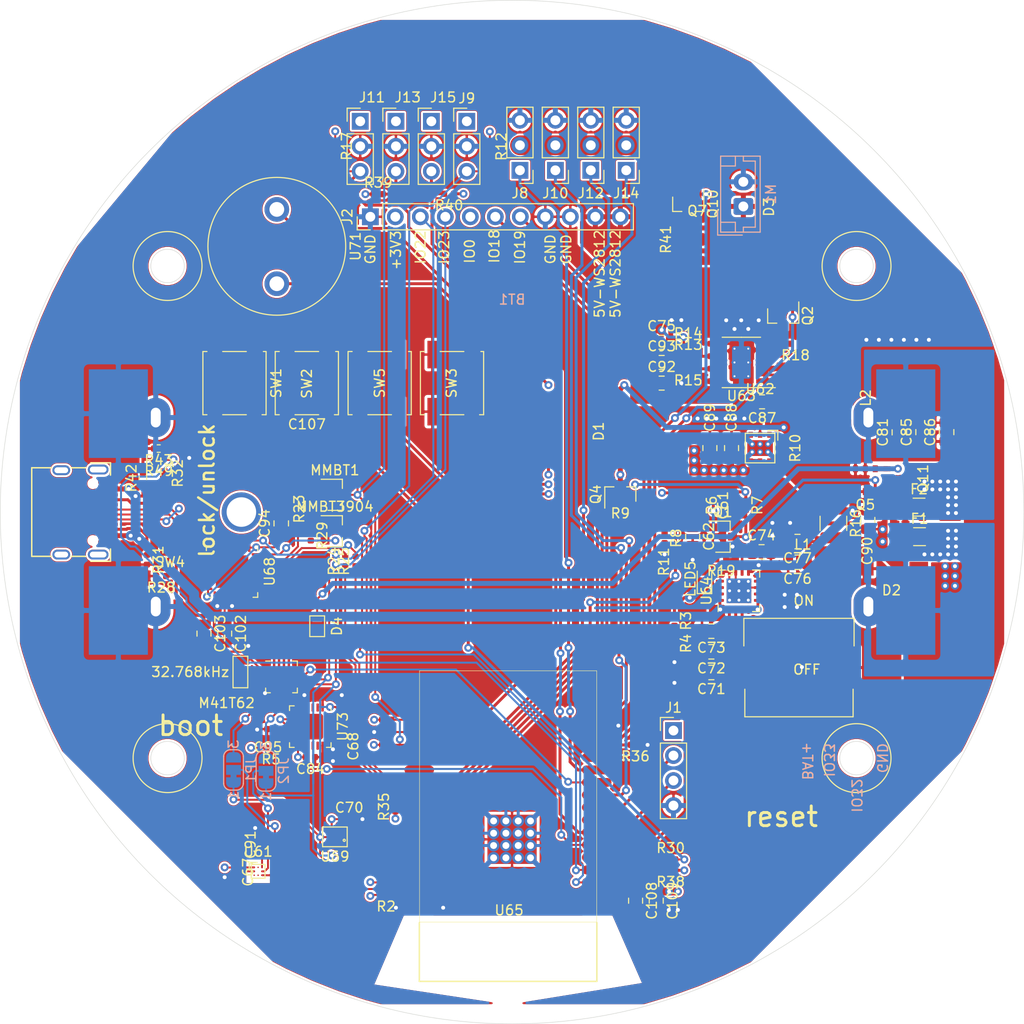
<source format=kicad_pcb>
(kicad_pcb (version 20171130) (host pcbnew 5.1.10-88a1d61d58~88~ubuntu21.04.1)
  (layers (0 F.Cu signal) (1 In1.Cu signal) (2 In2.Cu signal) (31 B.Cu signal) (34 B.Paste user) (35 F.Paste user) (36 B.SilkS user) (37 F.SilkS user) (38 B.Mask user) (39 F.Mask user) (44 Edge.Cuts user))
  (net 0 "")
  (net 1 GND)
  (net 2 /ESP3200/IO19)
  (net 3 /ESP3200/IO21)
  (net 4 +3V3)
  (net 5 VCC)
  (net 6 +5V)
  (net 7 "Net-(C102-Pad1)")
  (net 8 "Net-(C104-Pad2)")
  (net 9 "Net-(C107-Pad2)")
  (net 10 LX)
  (net 11 "Net-(D3-Pad1)")
  (net 12 /ESP3200/IO2-down)
  (net 13 /ESP3200/IO15-up)
  (net 14 /ESP3200/IO23)
  (net 15 /ESP3200/IO22)
  (net 16 "Net-(J5-PadB8)")
  (net 17 /ESP3200/D-)
  (net 18 /ESP3200/D+)
  (net 19 "Net-(J5-PadB5)")
  (net 20 "Net-(J5-PadA8)")
  (net 21 "Net-(J5-PadA5)")
  (net 22 "Net-(Q2-Pad3)")
  (net 23 /ESP3200/RTS)
  (net 24 /ESP3200/EN)
  (net 25 /ESP3200/DTR)
  (net 26 "Net-(Q10-Pad3)")
  (net 27 /ESP3200/IO34)
  (net 28 "Net-(R24-Pad2)")
  (net 29 /ESP3200/TX-esp)
  (net 30 "Net-(R25-Pad2)")
  (net 31 /ESP3200/RX-esp)
  (net 32 /ESP3200/IO12-down)
  (net 33 /ESP3200/IO18)
  (net 34 /ESP3200/IO26)
  (net 35 "Net-(U69-Pad2)")
  (net 36 /ESP3200/IO39)
  (net 37 /ESP3200/IO35)
  (net 38 "Net-(U65-Pad17)")
  (net 39 "Net-(U65-Pad18)")
  (net 40 "Net-(U65-Pad19)")
  (net 41 "Net-(U65-Pad20)")
  (net 42 "Net-(U65-Pad21)")
  (net 43 "Net-(U65-Pad22)")
  (net 44 /ESP3200/IO5-up)
  (net 45 "Net-(C61-Pad2)")
  (net 46 "Net-(C61-Pad1)")
  (net 47 "Net-(C69-Pad1)")
  (net 48 "Net-(LED5-Pad1)")
  (net 49 /ESP3200/IO14)
  (net 50 "Net-(R10-Pad1)")
  (net 51 "Net-(R13-Pad2)")
  (net 52 "Net-(R15-Pad1)")
  (net 53 /ESP3200/IO27)
  (net 54 /ESP3200/IO36)
  (net 55 /ESP3200/IO25)
  (net 56 "Net-(U67-Pad4)")
  (net 57 "Net-(U67-Pad2)")
  (net 58 "Net-(U67-Pad1)")
  (net 59 "Net-(SW4-Pad4)")
  (net 60 "Net-(SW4-Pad1)")
  (net 61 "Net-(BT1-Pad1)")
  (net 62 "Net-(BT1-Pad3)")
  (net 63 "Net-(F1-Pad1)")
  (net 64 /ESP3200/IO0-up)
  (net 65 /BAT+)
  (net 66 "Net-(MMBT1-Pad1)")
  (net 67 "Net-(MMBT3904-Pad1)")
  (net 68 "Net-(C91-Pad1)")
  (net 69 "Net-(C95-Pad1)")
  (net 70 "Net-(JP2-Pad3)")
  (net 71 "Net-(JP1-Pad3)")
  (net 72 "Net-(JP2-Pad2)")
  (net 73 "Net-(JP1-Pad2)")
  (net 74 "Net-(C68-Pad1)")
  (net 75 "Net-(D1-Pad2)")
  (net 76 "Net-(J2-Pad5)")
  (net 77 "Net-(J5-PadS1)")
  (net 78 /ESP3200/IO13)
  (net 79 /perception00/int_baro)
  (net 80 "Net-(C62-Pad1)")
  (net 81 /expanz00/A9-RX)
  (net 82 /expanz00/A9-TX)
  (net 83 /ESP3200/IO4)
  (net 84 VIN)
  (net 85 "Net-(C74-Pad1)")
  (net 86 "Net-(C76-Pad1)")
  (net 87 "Net-(C94-Pad1)")
  (net 88 "Net-(LED5-Pad2)")
  (net 89 "Net-(R42-Pad2)")
  (net 90 "Net-(U68-Pad28)")
  (net 91 "Net-(U68-Pad27)")
  (net 92 "Net-(U68-Pad22)")
  (net 93 "Net-(U68-Pad21)")
  (net 94 "Net-(U68-Pad18)")
  (net 95 "Net-(U68-Pad11)")
  (net 96 "Net-(U68-Pad10)")
  (net 97 "Net-(U68-Pad9)")
  (net 98 "Net-(U68-Pad8)")
  (net 99 "Net-(U68-Pad7)")
  (net 100 "Net-(U68-Pad6)")
  (net 101 "Net-(U68-Pad3)")
  (net 102 "Net-(L1-Pad1)")
  (net 103 "Net-(U64-Pad14)")
  (net 104 "Net-(U64-Pad13)")
  (net 105 "Net-(U64-Pad6)")
  (module BB:18650-holder (layer B.Cu) (at 200 100)
    (fp_text reference BT1 (at 0 -21.59) (layer B.SilkS) (effects (justify mirror)))
    (fp_text value Battery_Cell)
    (pad 1 thru_hole oval (at 36.2 -9.6) (size 3 4) (drill oval 1 2) (layers *.Cu *.Mask) (net 61 "Net-(BT1-Pad1)"))
    (pad 3 thru_hole oval (at 36.2 9.6) (size 3 4) (drill oval 1 2) (layers *.Cu *.Mask) (net 62 "Net-(BT1-Pad3)"))
    (pad 2 thru_hole oval (at -36.2 -9.6) (size 3 4) (drill oval 1 2) (layers *.Cu *.Mask) (net 1 GND))
    (pad 4 thru_hole oval (at -36.2 9.6) (size 3 4) (drill oval 1 2) (layers *.Cu *.Mask) (net 1 GND))
    (pad -1 thru_hole circle (at -27.5 0) (size 4 4) (drill 3) (layers *.Cu *.Mask))
    (pad 2 smd rect (at -40 -10) (size 6 9) (layers B.Cu B.Paste B.Mask) (net 1 GND))
    (pad 4 smd rect (at -40 10) (size 6 9) (layers B.Cu B.Paste B.Mask) (net 1 GND))
    (pad 3 smd rect (at 40 10) (size 6 9) (layers B.Cu B.Paste B.Mask) (net 62 "Net-(BT1-Pad3)"))
    (pad 1 smd rect (at 40 -10) (size 6 9) (layers B.Cu B.Paste B.Mask) (net 61 "Net-(BT1-Pad1)"))
  )
  (module BB:DO-214AC (layer F.Cu) (at 238.55 105.75)
    (fp_text reference D2 (at 0 2.2) (layer F.SilkS))
    (fp_text value SS54)
    (pad 2 smd rect (at 2.77 0) (size 1.9 1.4) (layers F.Cu F.Paste F.Mask) (net 1 GND))
    (pad 1 smd rect (at -2.77 0) (size 1.9 1.4) (layers F.Cu F.Paste F.Mask) (net 86 "Net-(C76-Pad1)"))
  )
  (module Resistor_SMD:R_1210_3225Metric (layer F.Cu) (at 232.65 101.15 270)
    (fp_text reference R16 (at 0 -2.28 90) (layer F.SilkS))
    (fp_text value 75m)
    (pad 2 smd roundrect (at 1.4625 0 270) (size 1.125 2.65) (layers F.Cu F.Paste F.Mask) (roundrect_rratio 0.222222) (net 86 "Net-(C76-Pad1)"))
    (pad 1 smd roundrect (at -1.4625 0 270) (size 1.125 2.65) (layers F.Cu F.Paste F.Mask) (roundrect_rratio 0.222222) (net 5 VCC))
  )
  (module BB:MCF-1040 (layer F.Cu) (at 229.15 115.8)
    (fp_text reference L1 (at 0.4 -12.5) (layer F.SilkS))
    (fp_text value 22u)
    (pad 2 smd rect (at 4.4 0) (size 3.4 4.1) (layers F.Cu F.Paste F.Mask) (net 86 "Net-(C76-Pad1)"))
    (pad 1 smd rect (at -4.4 0) (size 3.4 4.1) (layers F.Cu F.Paste F.Mask) (net 102 "Net-(L1-Pad1)"))
  )
  (module BB:UDFN6_3x3 (layer F.Cu) (at 225.2 93.5)
    (fp_text reference U62 (at 0 -6) (layer F.SilkS))
    (fp_text value NCP708)
    (pad 7 thru_hole circle (at 0 -0.4) (size 0.6 0.6) (drill 0.3) (layers *.Cu *.Mask) (net 1 GND))
    (pad 7 thru_hole circle (at 0 0.4) (size 0.6 0.6) (drill 0.3) (layers *.Cu *.Mask) (net 1 GND))
    (pad 7 thru_hole circle (at 0.8 0.4) (size 0.6 0.6) (drill 0.3) (layers *.Cu *.Mask) (net 1 GND))
    (pad 7 thru_hole circle (at 0.8 -0.4) (size 0.6 0.6) (drill 0.3) (layers *.Cu *.Mask) (net 1 GND))
    (pad 7 thru_hole circle (at -0.8 -0.4) (size 0.6 0.6) (drill 0.3) (layers *.Cu *.Mask) (net 1 GND))
    (pad 7 thru_hole circle (at -0.8 0.4) (size 0.6 0.6) (drill 0.3) (layers *.Cu *.Mask) (net 1 GND))
    (pad 7 smd rect (at 0 0) (size 2.6 1.6) (layers F.Cu F.Paste F.Mask) (net 1 GND))
    (pad 6 smd rect (at 0.95 1.35) (size 0.45 0.6) (layers F.Cu F.Paste F.Mask) (net 5 VCC))
    (pad 5 smd rect (at 0 1.35) (size 0.45 0.6) (layers F.Cu F.Paste F.Mask) (net 4 +3V3))
    (pad 4 smd rect (at -0.95 1.35) (size 0.45 0.6) (layers F.Cu F.Paste F.Mask) (net 4 +3V3))
    (pad 1 smd rect (at 0.95 -1.35) (size 0.45 0.6) (layers F.Cu F.Paste F.Mask) (net 50 "Net-(R10-Pad1)"))
    (pad 2 smd rect (at 0 -1.35) (size 0.45 0.6) (layers F.Cu F.Paste F.Mask) (net 1 GND))
    (pad 3 smd rect (at -0.95 -1.35) (size 0.45 0.6) (layers F.Cu F.Paste F.Mask))
  )
  (module Capacitor_SMD:C_0402_1005Metric (layer F.Cu) (at 216.5 113.35 270)
    (fp_text reference R4 (at 0 -1.17 90) (layer F.SilkS))
    (fp_text value 300k)
    (pad 2 smd roundrect (at 0.485 0 270) (size 0.59 0.64) (layers F.Cu F.Paste F.Mask) (net 1 GND))
    (pad 1 smd roundrect (at -0.485 0 270) (size 0.59 0.64) (layers F.Cu F.Paste F.Mask) (net 36 /ESP3200/IO39))
  )
  (module Package_DFN_QFN:QFN-16-1EP_4x4mm_P0.65mm_EP2.5x2.5mm_ThermalVias (layer F.Cu) (at 223.05 108 90)
    (fp_text reference U64 (at 0 -3.3 90) (layer F.SilkS))
    (fp_text value TP5100)
    (pad 17 smd rect (at 0 0 90) (size 2.5 2.5) (layers B.Cu) (net 1 GND))
    (pad 17 thru_hole circle (at 0.95 0.95 90) (size 0.6 0.6) (drill 0.3) (layers *.Cu) (net 1 GND))
    (pad 17 thru_hole circle (at 0 0.95 90) (size 0.6 0.6) (drill 0.3) (layers *.Cu) (net 1 GND))
    (pad 17 thru_hole circle (at -0.95 0.95 90) (size 0.6 0.6) (drill 0.3) (layers *.Cu) (net 1 GND))
    (pad 17 thru_hole circle (at 0.95 0 90) (size 0.6 0.6) (drill 0.3) (layers *.Cu) (net 1 GND))
    (pad 17 thru_hole circle (at 0 0 90) (size 0.6 0.6) (drill 0.3) (layers *.Cu) (net 1 GND))
    (pad 17 thru_hole circle (at -0.95 0 90) (size 0.6 0.6) (drill 0.3) (layers *.Cu) (net 1 GND))
    (pad 17 thru_hole circle (at 0.95 -0.95 90) (size 0.6 0.6) (drill 0.3) (layers *.Cu) (net 1 GND))
    (pad 17 thru_hole circle (at 0 -0.95 90) (size 0.6 0.6) (drill 0.3) (layers *.Cu) (net 1 GND))
    (pad 17 thru_hole circle (at -0.95 -0.95 90) (size 0.6 0.6) (drill 0.3) (layers *.Cu) (net 1 GND))
    (pad 17 smd rect (at 0 0 90) (size 2.5 2.5) (layers F.Cu F.Mask) (net 1 GND))
    (pad 16 smd roundrect (at -0.975 -1.9375 90) (size 0.3 0.825) (layers F.Cu F.Paste F.Mask) (net 84 VIN))
    (pad 15 smd roundrect (at -0.325 -1.9375 90) (size 0.3 0.825) (layers F.Cu F.Paste F.Mask) (net 48 "Net-(LED5-Pad1)"))
    (pad 14 smd roundrect (at 0.325 -1.9375 90) (size 0.3 0.825) (layers F.Cu F.Paste F.Mask) (net 103 "Net-(U64-Pad14)"))
    (pad 13 smd roundrect (at 0.975 -1.9375 90) (size 0.3 0.825) (layers F.Cu F.Paste F.Mask) (net 104 "Net-(U64-Pad13)"))
    (pad 12 smd roundrect (at 1.9375 -0.975 90) (size 0.825 0.3) (layers F.Cu F.Paste F.Mask) (net 1 GND))
    (pad 11 smd roundrect (at 1.9375 -0.325 90) (size 0.825 0.3) (layers F.Cu F.Paste F.Mask) (net 1 GND))
    (pad 10 smd roundrect (at 1.9375 0.325 90) (size 0.825 0.3) (layers F.Cu F.Paste F.Mask) (net 85 "Net-(C74-Pad1)"))
    (pad 9 smd roundrect (at 1.9375 0.975 90) (size 0.825 0.3) (layers F.Cu F.Paste F.Mask) (net 5 VCC))
    (pad 8 smd roundrect (at 0.975 1.9375 90) (size 0.3 0.825) (layers F.Cu F.Paste F.Mask) (net 86 "Net-(C76-Pad1)"))
    (pad 7 smd roundrect (at 0.325 1.9375 90) (size 0.3 0.825) (layers F.Cu F.Paste F.Mask) (net 1 GND))
    (pad 6 smd roundrect (at -0.325 1.9375 90) (size 0.3 0.825) (layers F.Cu F.Paste F.Mask) (net 105 "Net-(U64-Pad6)"))
    (pad 5 smd roundrect (at -0.975 1.9375 90) (size 0.3 0.825) (layers F.Cu F.Paste F.Mask) (net 84 VIN))
    (pad 4 smd roundrect (at -1.9375 0.975 90) (size 0.825 0.3) (layers F.Cu F.Paste F.Mask) (net 84 VIN))
    (pad 3 smd roundrect (at -1.9375 0.325 90) (size 0.825 0.3) (layers F.Cu F.Paste F.Mask) (net 102 "Net-(L1-Pad1)"))
    (pad 2 smd roundrect (at -1.9375 -0.325 90) (size 0.825 0.3) (layers F.Cu F.Paste F.Mask) (net 102 "Net-(L1-Pad1)"))
    (pad 1 smd roundrect (at -1.9375 -0.975 90) (size 0.825 0.3) (layers F.Cu F.Paste F.Mask) (net 84 VIN))
  )
  (module Capacitor_SMD:C_0805_2012Metric (layer F.Cu) (at 236.15 100.8 270)
    (fp_text reference C90 (at 3.15 0.05 270) (layer F.SilkS))
    (fp_text value 22uf)
    (pad 2 smd roundrect (at 0.9375 0 270) (size 0.975 1.4) (layers F.Cu F.Paste F.Mask) (net 1 GND))
    (pad 1 smd roundrect (at -0.9375 0 270) (size 0.975 1.4) (layers F.Cu F.Paste F.Mask) (net 5 VCC))
  )
  (module Package_DFN_QFN:QFN-32-1EP_5x5mm_P0.5mm_EP3.3x3.3mm (layer F.Cu) (at 171.55 106.05 270)
    (fp_text reference U68 (at 0 -3.82 90) (layer F.SilkS))
    (fp_text value FT232RQ)
    (pad 33 smd rect (at 0 0 270) (size 3.3 3.3) (layers F.Cu F.Mask))
    (pad 32 smd roundrect (at -1.75 -2.4375 270) (size 0.25 0.875) (layers F.Cu F.Paste F.Mask) (net 23 /ESP3200/RTS))
    (pad 31 smd roundrect (at -1.25 -2.4375 270) (size 0.25 0.875) (layers F.Cu F.Paste F.Mask) (net 25 /ESP3200/DTR))
    (pad 30 smd roundrect (at -0.75 -2.4375 270) (size 0.25 0.875) (layers F.Cu F.Paste F.Mask) (net 28 "Net-(R24-Pad2)"))
    (pad 29 smd roundrect (at -0.25 -2.4375 270) (size 0.25 0.875) (layers F.Cu F.Paste F.Mask))
    (pad 28 smd roundrect (at 0.25 -2.4375 270) (size 0.25 0.875) (layers F.Cu F.Paste F.Mask) (net 90 "Net-(U68-Pad28)"))
    (pad 27 smd roundrect (at 0.75 -2.4375 270) (size 0.25 0.875) (layers F.Cu F.Paste F.Mask) (net 91 "Net-(U68-Pad27)"))
    (pad 26 smd roundrect (at 1.25 -2.4375 270) (size 0.25 0.875) (layers F.Cu F.Paste F.Mask) (net 1 GND))
    (pad 25 smd roundrect (at 1.75 -2.4375 270) (size 0.25 0.875) (layers F.Cu F.Paste F.Mask))
    (pad 24 smd roundrect (at 2.4375 -1.75 270) (size 0.875 0.25) (layers F.Cu F.Paste F.Mask) (net 1 GND))
    (pad 23 smd roundrect (at 2.4375 -1.25 270) (size 0.875 0.25) (layers F.Cu F.Paste F.Mask))
    (pad 22 smd roundrect (at 2.4375 -0.75 270) (size 0.875 0.25) (layers F.Cu F.Paste F.Mask) (net 92 "Net-(U68-Pad22)"))
    (pad 21 smd roundrect (at 2.4375 -0.25 270) (size 0.875 0.25) (layers F.Cu F.Paste F.Mask) (net 93 "Net-(U68-Pad21)"))
    (pad 20 smd roundrect (at 2.4375 0.25 270) (size 0.875 0.25) (layers F.Cu F.Paste F.Mask) (net 1 GND))
    (pad 19 smd roundrect (at 2.4375 0.75 270) (size 0.875 0.25) (layers F.Cu F.Paste F.Mask) (net 7 "Net-(C102-Pad1)"))
    (pad 18 smd roundrect (at 2.4375 1.25 270) (size 0.875 0.25) (layers F.Cu F.Paste F.Mask) (net 94 "Net-(U68-Pad18)"))
    (pad 17 smd roundrect (at 2.4375 1.75 270) (size 0.875 0.25) (layers F.Cu F.Paste F.Mask) (net 1 GND))
    (pad 16 smd roundrect (at 1.75 2.4375 270) (size 0.25 0.875) (layers F.Cu F.Paste F.Mask) (net 87 "Net-(C94-Pad1)"))
    (pad 15 smd roundrect (at 1.25 2.4375 270) (size 0.25 0.875) (layers F.Cu F.Paste F.Mask) (net 17 /ESP3200/D-))
    (pad 14 smd roundrect (at 0.75 2.4375 270) (size 0.25 0.875) (layers F.Cu F.Paste F.Mask) (net 18 /ESP3200/D+))
    (pad 13 smd roundrect (at 0.25 2.4375 270) (size 0.25 0.875) (layers F.Cu F.Paste F.Mask))
    (pad 12 smd roundrect (at -0.25 2.4375 270) (size 0.25 0.875) (layers F.Cu F.Paste F.Mask))
    (pad 11 smd roundrect (at -0.75 2.4375 270) (size 0.25 0.875) (layers F.Cu F.Paste F.Mask) (net 95 "Net-(U68-Pad11)"))
    (pad 10 smd roundrect (at -1.25 2.4375 270) (size 0.25 0.875) (layers F.Cu F.Paste F.Mask) (net 96 "Net-(U68-Pad10)"))
    (pad 9 smd roundrect (at -1.75 2.4375 270) (size 0.25 0.875) (layers F.Cu F.Paste F.Mask) (net 97 "Net-(U68-Pad9)"))
    (pad 8 smd roundrect (at -2.4375 1.75 270) (size 0.875 0.25) (layers F.Cu F.Paste F.Mask) (net 98 "Net-(U68-Pad8)"))
    (pad 7 smd roundrect (at -2.4375 1.25 270) (size 0.875 0.25) (layers F.Cu F.Paste F.Mask) (net 99 "Net-(U68-Pad7)"))
    (pad 6 smd roundrect (at -2.4375 0.75 270) (size 0.875 0.25) (layers F.Cu F.Paste F.Mask) (net 100 "Net-(U68-Pad6)"))
    (pad 5 smd roundrect (at -2.4375 0.25 270) (size 0.875 0.25) (layers F.Cu F.Paste F.Mask))
    (pad 4 smd roundrect (at -2.4375 -0.25 270) (size 0.875 0.25) (layers F.Cu F.Paste F.Mask) (net 1 GND))
    (pad 3 smd roundrect (at -2.4375 -0.75 270) (size 0.875 0.25) (layers F.Cu F.Paste F.Mask) (net 101 "Net-(U68-Pad3)"))
    (pad 2 smd roundrect (at -2.4375 -1.25 270) (size 0.875 0.25) (layers F.Cu F.Paste F.Mask) (net 30 "Net-(R25-Pad2)"))
    (pad 1 smd roundrect (at -2.4375 -1.75 270) (size 0.875 0.25) (layers F.Cu F.Paste F.Mask) (net 87 "Net-(C94-Pad1)"))
  )
  (module Resistor_SMD:R_0402_1005Metric (layer F.Cu) (at 164.1 93.55 180)
    (fp_text reference R43 (at 0 -1.17) (layer F.SilkS))
    (fp_text value 7.5k)
    (pad 2 smd roundrect (at 0.51 0 180) (size 0.54 0.64) (layers F.Cu F.Paste F.Mask) (net 89 "Net-(R42-Pad2)"))
    (pad 1 smd roundrect (at -0.51 0 180) (size 0.54 0.64) (layers F.Cu F.Paste F.Mask) (net 1 GND))
  )
  (module Resistor_SMD:R_0402_1005Metric (layer F.Cu) (at 162.5 96.55 90)
    (fp_text reference R42 (at 0 -1.17 90) (layer F.SilkS))
    (fp_text value 5.1k)
    (pad 2 smd roundrect (at 0.51 0 90) (size 0.54 0.64) (layers F.Cu F.Paste F.Mask) (net 89 "Net-(R42-Pad2)"))
    (pad 1 smd roundrect (at -0.51 0 90) (size 0.54 0.64) (layers F.Cu F.Paste F.Mask) (net 84 VIN))
  )
  (module Capacitor_SMD:C_0805_2012Metric (layer F.Cu) (at 176.55 101.15 90)
    (fp_text reference C94 (at 0 -1.68 90) (layer F.SilkS))
    (fp_text value 0.1uf)
    (pad 2 smd roundrect (at 0.95 0 90) (size 1 1.45) (layers F.Cu F.Paste F.Mask) (net 1 GND))
    (pad 1 smd roundrect (at -0.95 0 90) (size 1 1.45) (layers F.Cu F.Paste F.Mask) (net 87 "Net-(C94-Pad1)"))
  )
  (module Capacitor_SMD:C_0805_2012Metric (layer F.Cu) (at 244.15 91.88 90)
    (fp_text reference C86 (at 0 -1.68 90) (layer F.SilkS))
    (fp_text value 22uf)
    (pad 2 smd roundrect (at 0.95 0 90) (size 1 1.45) (layers F.Cu F.Paste F.Mask) (net 1 GND))
    (pad 1 smd roundrect (at -0.95 0 90) (size 1 1.45) (layers F.Cu F.Paste F.Mask) (net 5 VCC))
  )
  (module Capacitor_SMD:C_0805_2012Metric (layer F.Cu) (at 241.76 91.88 90)
    (fp_text reference C85 (at 0 -1.68 90) (layer F.SilkS))
    (fp_text value 10uf)
    (pad 2 smd roundrect (at 0.95 0 90) (size 1 1.45) (layers F.Cu F.Paste F.Mask) (net 1 GND))
    (pad 1 smd roundrect (at -0.95 0 90) (size 1 1.45) (layers F.Cu F.Paste F.Mask) (net 5 VCC))
  )
  (module Capacitor_SMD:C_0805_2012Metric (layer F.Cu) (at 239.35 91.9 90)
    (fp_text reference C81 (at 0 -1.68 90) (layer F.SilkS))
    (fp_text value 0.1uf)
    (pad 2 smd roundrect (at 0.95 0 90) (size 1 1.45) (layers F.Cu F.Paste F.Mask) (net 1 GND))
    (pad 1 smd roundrect (at -0.95 0 90) (size 1 1.45) (layers F.Cu F.Paste F.Mask) (net 5 VCC))
  )
  (module Capacitor_SMD:C_0805_2012Metric (layer F.Cu) (at 229 103 180)
    (fp_text reference C77 (at 0 -1.68) (layer F.SilkS))
    (fp_text value 10uf)
    (pad 2 smd roundrect (at 0.95 0 180) (size 1 1.45) (layers F.Cu F.Paste F.Mask) (net 1 GND))
    (pad 1 smd roundrect (at -0.95 0 180) (size 1 1.45) (layers F.Cu F.Paste F.Mask) (net 86 "Net-(C76-Pad1)"))
  )
  (module Capacitor_SMD:C_0805_2012Metric (layer F.Cu) (at 229 105.1 180)
    (fp_text reference C76 (at 0 -1.68) (layer F.SilkS))
    (fp_text value 0.1uf)
    (pad 2 smd roundrect (at 0.95 0 180) (size 1 1.45) (layers F.Cu F.Paste F.Mask) (net 1 GND))
    (pad 1 smd roundrect (at -0.95 0 180) (size 1 1.45) (layers F.Cu F.Paste F.Mask) (net 86 "Net-(C76-Pad1)"))
  )
  (module Capacitor_SMD:C_0805_2012Metric (layer F.Cu) (at 225.35 104.05)
    (fp_text reference C74 (at 0 -1.68) (layer F.SilkS))
    (fp_text value 0.1uf)
    (pad 2 smd roundrect (at 0.95 0) (size 1 1.45) (layers F.Cu F.Paste F.Mask) (net 1 GND))
    (pad 1 smd roundrect (at -0.95 0) (size 1 1.45) (layers F.Cu F.Paste F.Mask) (net 85 "Net-(C74-Pad1)"))
  )
  (module Capacitor_SMD:C_0805_2012Metric (layer F.Cu) (at 220.25 112.1 180)
    (fp_text reference C73 (at 0 -1.68) (layer F.SilkS))
    (fp_text value 22uf)
    (pad 2 smd roundrect (at 0.95 0 180) (size 1 1.45) (layers F.Cu F.Paste F.Mask) (net 1 GND))
    (pad 1 smd roundrect (at -0.95 0 180) (size 1 1.45) (layers F.Cu F.Paste F.Mask) (net 84 VIN))
  )
  (module Capacitor_SMD:C_0805_2012Metric (layer F.Cu) (at 220.25 114.2 180)
    (fp_text reference C72 (at 0 -1.68) (layer F.SilkS))
    (fp_text value 22uf)
    (pad 2 smd roundrect (at 0.95 0 180) (size 1 1.45) (layers F.Cu F.Paste F.Mask) (net 1 GND))
    (pad 1 smd roundrect (at -0.95 0 180) (size 1 1.45) (layers F.Cu F.Paste F.Mask) (net 84 VIN))
  )
  (module Capacitor_SMD:C_0805_2012Metric (layer F.Cu) (at 220.25 116.3 180)
    (fp_text reference C71 (at 0 -1.68) (layer F.SilkS))
    (fp_text value 22uf)
    (pad 2 smd roundrect (at 0.95 0 180) (size 1 1.45) (layers F.Cu F.Paste F.Mask) (net 1 GND))
    (pad 1 smd roundrect (at -0.95 0 180) (size 1 1.45) (layers F.Cu F.Paste F.Mask) (net 84 VIN))
  )
  (module BB:DO-214AC (layer F.Cu) (at 211 91.8 270)
    (fp_text reference D1 (at 0 2.2 270) (layer F.SilkS))
    (fp_text value SS54)
    (pad 2 smd rect (at 2.77 0 270) (size 1.9 1.4) (layers F.Cu F.Paste F.Mask) (net 75 "Net-(D1-Pad2)"))
    (pad 1 smd rect (at -2.77 0 270) (size 1.9 1.4) (layers F.Cu F.Paste F.Mask) (net 5 VCC))
  )
  (module Resistor_SMD:R_0402_1005Metric (layer F.Cu) (at 193.6 67.664 180)
    (fp_text reference R40 (at 0 -1.17 180) (layer F.SilkS))
    (fp_text value 12k)
    (pad 2 smd roundrect (at 0.485 0 180) (size 0.59 0.64) (layers F.Cu F.Paste F.Mask) (net 37 /ESP3200/IO35))
    (pad 1 smd roundrect (at -0.485 0 180) (size 0.59 0.64) (layers F.Cu F.Paste F.Mask) (net 4 +3V3))
  )
  (module Resistor_SMD:R_0402_1005Metric (layer F.Cu) (at 186.4 67.7)
    (fp_text reference R39 (at 0 -1.17) (layer F.SilkS))
    (fp_text value 12k)
    (pad 2 smd roundrect (at 0.485 0) (size 0.59 0.64) (layers F.Cu F.Paste F.Mask) (net 64 /ESP3200/IO0-up))
    (pad 1 smd roundrect (at -0.485 0) (size 0.59 0.64) (layers F.Cu F.Paste F.Mask) (net 4 +3V3))
  )
  (module Resistor_SMD:R_0402_1005Metric (layer F.Cu) (at 182.034 62.838 270)
    (fp_text reference R17 (at 0 -1.17 270) (layer F.SilkS))
    (fp_text value 12k)
    (pad 2 smd roundrect (at 0.485 0 270) (size 0.59 0.64) (layers F.Cu F.Paste F.Mask) (net 13 /ESP3200/IO15-up))
    (pad 1 smd roundrect (at -0.485 0 270) (size 0.59 0.64) (layers F.Cu F.Paste F.Mask) (net 4 +3V3))
  )
  (module Resistor_SMD:R_0402_1005Metric (layer F.Cu) (at 197.742 62.864 270)
    (fp_text reference R12 (at 0 -1.17 270) (layer F.SilkS))
    (fp_text value 12k)
    (pad 2 smd roundrect (at 0.485 0 270) (size 0.59 0.64) (layers F.Cu F.Paste F.Mask) (net 83 /ESP3200/IO4))
    (pad 1 smd roundrect (at -0.485 0 270) (size 0.59 0.64) (layers F.Cu F.Paste F.Mask) (net 4 +3V3))
  )
  (module Resistor_SMD:R_0402_1005Metric (layer F.Cu) (at 216.6 105.05 90)
    (fp_text reference R11 (at 0 -1.17 90) (layer F.SilkS))
    (fp_text value 220)
    (pad 2 smd roundrect (at 0.485 0 90) (size 0.59 0.64) (layers F.Cu F.Paste F.Mask) (net 80 "Net-(C62-Pad1)"))
    (pad 1 smd roundrect (at -0.485 0 90) (size 0.59 0.64) (layers F.Cu F.Paste F.Mask) (net 44 /ESP3200/IO5-up))
  )
  (module Resistor_SMD:R_0402_1005Metric (layer F.Cu) (at 175.514 123.952 180)
    (fp_text reference R5 (at 0 -1.17 180) (layer F.SilkS))
    (fp_text value 12k)
    (pad 2 smd roundrect (at 0.485 0 180) (size 0.59 0.64) (layers F.Cu F.Paste F.Mask) (net 4 +3V3))
    (pad 1 smd roundrect (at -0.485 0 180) (size 0.59 0.64) (layers F.Cu F.Paste F.Mask) (net 27 /ESP3200/IO34))
  )
  (module Connector_PinHeader_2.54mm:PinHeader_1x04_P2.54mm_Vertical (layer F.Cu) (at 216.4 122.2)
    (fp_text reference J1 (at 0 -2.33) (layer F.SilkS))
    (fp_text value Conn_01x04)
    (pad 4 thru_hole oval (at 0 7.62) (size 1.7 1.7) (drill 1) (layers *.Cu *.Mask) (net 1 GND))
    (pad 3 thru_hole oval (at 0 5.08) (size 1.7 1.7) (drill 1) (layers *.Cu *.Mask) (net 81 /expanz00/A9-RX))
    (pad 2 thru_hole oval (at 0 2.54) (size 1.7 1.7) (drill 1) (layers *.Cu *.Mask) (net 82 /expanz00/A9-TX))
    (pad 1 thru_hole rect (at 0 0) (size 1.7 1.7) (drill 1) (layers *.Cu *.Mask) (net 5 VCC))
  )
  (module BB:SMD-8_2x2.5x0.65P (layer F.Cu) (at 182 133)
    (fp_text reference U69 (at 0 2) (layer F.SilkS))
    (fp_text value SPL06)
    (pad 2 smd rect (at 0.325 0.725) (size 0.35 0.35) (layers F.Cu F.Paste F.Mask) (net 35 "Net-(U69-Pad2)"))
    (pad 8 smd rect (at 0.975 -0.725) (size 0.35 0.35) (layers F.Cu F.Paste F.Mask) (net 4 +3V3))
    (pad 7 smd rect (at 0.325 -0.725) (size 0.35 0.35) (layers F.Cu F.Paste F.Mask) (net 1 GND))
    (pad 6 smd rect (at -0.325 -0.725) (size 0.35 0.35) (layers F.Cu F.Paste F.Mask) (net 4 +3V3))
    (pad 5 smd rect (at -0.975 -0.725) (size 0.35 0.35) (layers F.Cu F.Paste F.Mask) (net 79 /perception00/int_baro))
    (pad 4 smd rect (at -0.975 0.725) (size 0.35 0.35) (layers F.Cu F.Paste F.Mask) (net 15 /ESP3200/IO22))
    (pad 3 smd rect (at -0.325 0.725) (size 0.35 0.35) (layers F.Cu F.Paste F.Mask) (net 14 /ESP3200/IO23))
    (pad 1 smd rect (at 0.975 0.725) (size 0.35 0.35) (layers F.Cu F.Paste F.Mask) (net 1 GND))
  )
  (module BB:USB_C_Female-16Pin-HPJF (layer F.Cu) (at 158.95 100 270)
    (fp_text reference J5 hide)
    (fp_text value USB_C_Receptacle_USB2.0)
    (pad A12 smd rect (at 3.35 0 270) (size 0.3 2) (layers F.Cu F.Paste F.Mask) (net 1 GND))
    (pad B1 smd rect (at 3.05 0 270) (size 0.3 2) (layers F.Cu F.Paste F.Mask) (net 1 GND))
    (pad A9 smd rect (at 2.55 0 270) (size 0.3 2) (layers F.Cu F.Paste F.Mask) (net 84 VIN))
    (pad B4 smd rect (at 2.25 0 270) (size 0.3 2) (layers F.Cu F.Paste F.Mask) (net 84 VIN))
    (pad B9 smd rect (at -2.25 0 270) (size 0.3 2) (layers F.Cu F.Paste F.Mask) (net 84 VIN))
    (pad A4 smd rect (at -2.55 0 270) (size 0.3 2) (layers F.Cu F.Paste F.Mask) (net 84 VIN))
    (pad B12 smd rect (at -3.05 0 270) (size 0.3 2) (layers F.Cu F.Paste F.Mask) (net 1 GND))
    (pad A1 smd rect (at -3.35 0 270) (size 0.3 2) (layers F.Cu F.Paste F.Mask) (net 1 GND))
    (pad "" np_thru_hole circle (at 2.89 1.55) (size 0.7 0.7) (drill 0.7) (layers *.Cu *.Mask))
    (pad "" np_thru_hole circle (at -2.89 1.55) (size 0.7 0.7) (drill 0.7) (layers *.Cu *.Mask))
    (pad S3 thru_hole oval (at 4.32 4.75 270) (size 1 1.8) (drill oval 0.6 1.4) (layers *.Cu *.Mask))
    (pad S1 thru_hole oval (at -4.25 4.75 270) (size 1 1.8) (drill oval 0.6 1.4) (layers *.Cu *.Mask) (net 77 "Net-(J5-PadS1)"))
    (pad S2 thru_hole oval (at 4.32 1 270) (size 1 2.1) (drill oval 0.6 1.7) (layers *.Cu *.Mask))
    (pad S0 thru_hole oval (at -4.32 1 270) (size 1 2.1) (drill oval 0.6 1.7) (layers *.Cu *.Mask))
    (pad B5 smd rect (at 1.75 0 270) (size 0.3 2) (layers F.Cu F.Paste F.Mask) (net 19 "Net-(J5-PadB5)"))
    (pad B8 smd rect (at -1.75 0 270) (size 0.3 2) (layers F.Cu F.Paste F.Mask) (net 16 "Net-(J5-PadB8)"))
    (pad A8 smd rect (at 1.25 0 270) (size 0.3 2) (layers F.Cu F.Paste F.Mask) (net 20 "Net-(J5-PadA8)"))
    (pad A5 smd rect (at -1.25 0 270) (size 0.3 2) (layers F.Cu F.Paste F.Mask) (net 21 "Net-(J5-PadA5)"))
    (pad B6 smd rect (at 0.75 0 270) (size 0.3 2) (layers F.Cu F.Paste F.Mask) (net 18 /ESP3200/D+))
    (pad B7 smd rect (at -0.75 0 270) (size 0.3 2) (layers F.Cu F.Paste F.Mask) (net 17 /ESP3200/D-))
    (pad A7 smd rect (at 0.25 0 270) (size 0.3 2) (layers F.Cu F.Paste F.Mask) (net 17 /ESP3200/D-))
    (pad A6 smd rect (at -0.25 0 270) (size 0.3 2) (layers F.Cu F.Paste F.Mask) (net 18 /ESP3200/D+))
  )
  (module BB:ESP32-WROVER (layer F.Cu) (at 199.6 141.08 180)
    (fp_text reference U65 (at -0.1 0.62 180) (layer F.SilkS))
    (fp_text value ESP32-WROVER hide)
    (pad 38 smd oval (at 9.03 0.91 180) (size 3 0.9) (layers F.Cu F.Paste F.Mask) (net 1 GND))
    (pad 37 smd oval (at 9.03 2.18 180) (size 3 0.9) (layers F.Cu F.Paste F.Mask) (net 14 /ESP3200/IO23))
    (pad 36 smd oval (at 9.03 3.45 180) (size 3 0.9) (layers F.Cu F.Paste F.Mask) (net 15 /ESP3200/IO22))
    (pad 35 smd oval (at 9.03 4.72 180) (size 3 0.9) (layers F.Cu F.Paste F.Mask) (net 29 /ESP3200/TX-esp))
    (pad 34 smd oval (at 9.03 5.99 180) (size 3 0.9) (layers F.Cu F.Paste F.Mask) (net 31 /ESP3200/RX-esp))
    (pad 33 smd oval (at 9.03 7.26 180) (size 3 0.9) (layers F.Cu F.Paste F.Mask) (net 3 /ESP3200/IO21))
    (pad 32 smd oval (at 9.03 8.53 180) (size 3 0.9) (layers F.Cu F.Paste F.Mask))
    (pad 31 smd oval (at 9.03 9.8 180) (size 3 0.9) (layers F.Cu F.Paste F.Mask) (net 2 /ESP3200/IO19))
    (pad 30 smd oval (at 9.03 11.07 180) (size 3 0.9) (layers F.Cu F.Paste F.Mask) (net 33 /ESP3200/IO18))
    (pad 29 smd oval (at 9.03 12.34 180) (size 3 0.9) (layers F.Cu F.Paste F.Mask) (net 44 /ESP3200/IO5-up))
    (pad 28 smd oval (at 9.03 13.61 180) (size 3 0.9) (layers F.Cu F.Paste F.Mask))
    (pad 27 smd oval (at 9.03 14.88 180) (size 3 0.9) (layers F.Cu F.Paste F.Mask))
    (pad 26 smd oval (at 9.03 16.15 180) (size 3 0.9) (layers F.Cu F.Paste F.Mask) (net 83 /ESP3200/IO4))
    (pad 25 smd oval (at 9.03 17.42 180) (size 3 0.9) (layers F.Cu F.Paste F.Mask) (net 64 /ESP3200/IO0-up))
    (pad 24 smd oval (at 9 18.72 180) (size 3 0.9) (layers F.Cu F.Paste F.Mask) (net 12 /ESP3200/IO2-down))
    (pad 23 smd oval (at 9 19.99 180) (size 3 0.9) (layers F.Cu F.Paste F.Mask) (net 13 /ESP3200/IO15-up))
    (pad 22 smd oval (at 9 21.26 180) (size 3 0.9) (layers F.Cu F.Paste F.Mask) (net 43 "Net-(U65-Pad22)"))
    (pad 21 smd oval (at 9 22.53 180) (size 3 0.9) (layers F.Cu F.Paste F.Mask) (net 42 "Net-(U65-Pad21)"))
    (pad 20 smd oval (at 9 23.8 180) (size 3 0.9) (layers F.Cu F.Paste F.Mask) (net 41 "Net-(U65-Pad20)"))
    (pad 19 smd oval (at -9 23.8 180) (size 3 0.9) (layers F.Cu F.Paste F.Mask) (net 40 "Net-(U65-Pad19)"))
    (pad 18 smd oval (at -9 22.53 180) (size 3 0.9) (layers F.Cu F.Paste F.Mask) (net 39 "Net-(U65-Pad18)"))
    (pad 17 smd oval (at -9 21.26 180) (size 3 0.9) (layers F.Cu F.Paste F.Mask) (net 38 "Net-(U65-Pad17)"))
    (pad 16 smd oval (at -9 19.99 180) (size 3 0.9) (layers F.Cu F.Paste F.Mask) (net 78 /ESP3200/IO13))
    (pad 15 smd oval (at -9 18.72 180) (size 3 0.9) (layers F.Cu F.Paste F.Mask) (net 1 GND))
    (pad 14 smd oval (at -9 17.42 180) (size 3 0.9) (layers F.Cu F.Paste F.Mask) (net 32 /ESP3200/IO12-down))
    (pad 13 smd oval (at -9 16.15 180) (size 3 0.9) (layers F.Cu F.Paste F.Mask) (net 49 /ESP3200/IO14))
    (pad 12 smd oval (at -9 14.88 180) (size 3 0.9) (layers F.Cu F.Paste F.Mask) (net 53 /ESP3200/IO27))
    (pad 11 smd oval (at -9 13.61 180) (size 3 0.9) (layers F.Cu F.Paste F.Mask) (net 34 /ESP3200/IO26))
    (pad 10 smd oval (at -9 12.34 180) (size 3 0.9) (layers F.Cu F.Paste F.Mask) (net 55 /ESP3200/IO25))
    (pad 9 smd oval (at -9 11.07 180) (size 3 0.9) (layers F.Cu F.Paste F.Mask) (net 82 /expanz00/A9-TX))
    (pad 8 smd oval (at -9 9.8 180) (size 3 0.9) (layers F.Cu F.Paste F.Mask) (net 81 /expanz00/A9-RX))
    (pad 7 smd oval (at -9 8.53 180) (size 3 0.9) (layers F.Cu F.Paste F.Mask) (net 37 /ESP3200/IO35))
    (pad 6 smd oval (at -9 7.26 180) (size 3 0.9) (layers F.Cu F.Paste F.Mask) (net 27 /ESP3200/IO34))
    (pad 5 smd oval (at -9 5.99 180) (size 3 0.9) (layers F.Cu F.Paste F.Mask) (net 36 /ESP3200/IO39))
    (pad 4 smd oval (at -9 4.72 180) (size 3 0.9) (layers F.Cu F.Paste F.Mask) (net 54 /ESP3200/IO36))
    (pad 3 smd oval (at -9 3.45 180) (size 3 0.9) (layers F.Cu F.Paste F.Mask) (net 24 /ESP3200/EN))
    (pad 2 smd oval (at -9 2.18 180) (size 3 0.9) (layers F.Cu F.Paste F.Mask) (net 4 +3V3))
    (pad 1 smd oval (at -9 0.91 180) (size 3 0.9) (layers F.Cu F.Paste F.Mask) (net 1 GND))
    (pad 39 smd rect (at -0.4 7.83 180) (size 5 5) (layers F.Cu F.Paste F.Mask) (net 1 GND))
    (pad 39 thru_hole circle (at -2.275 5.95 180) (size 1.2 1.2) (drill 0.7) (layers *.Cu *.Mask) (net 1 GND))
    (pad 39 thru_hole circle (at -1.025 5.95 180) (size 1.2 1.2) (drill 0.7) (layers *.Cu *.Mask) (net 1 GND))
    (pad 39 thru_hole circle (at 0.225 5.95 180) (size 1.2 1.2) (drill 0.7) (layers *.Cu *.Mask) (net 1 GND))
    (pad 39 thru_hole circle (at 1.475 5.95 180) (size 1.2 1.2) (drill 0.7) (layers *.Cu *.Mask) (net 1 GND))
    (pad 39 thru_hole circle (at -2.275 7.2 180) (size 1.2 1.2) (drill 0.7) (layers *.Cu *.Mask) (net 1 GND))
    (pad 39 thru_hole circle (at -1.025 7.2 180) (size 1.2 1.2) (drill 0.7) (layers *.Cu *.Mask) (net 1 GND))
    (pad 39 thru_hole circle (at 0.225 7.2 180) (size 1.2 1.2) (drill 0.7) (layers *.Cu *.Mask) (net 1 GND))
    (pad 39 thru_hole circle (at 1.475 7.2 180) (size 1.2 1.2) (drill 0.7) (layers *.Cu *.Mask) (net 1 GND))
    (pad 39 thru_hole circle (at -2.275 8.45 180) (size 1.2 1.2) (drill 0.7) (layers *.Cu *.Mask) (net 1 GND))
    (pad 39 thru_hole circle (at -1.025 8.45 180) (size 1.2 1.2) (drill 0.7) (layers *.Cu *.Mask) (net 1 GND))
    (pad 39 thru_hole circle (at 0.225 8.45 180) (size 1.2 1.2) (drill 0.7) (layers *.Cu *.Mask) (net 1 GND))
    (pad 39 thru_hole circle (at 1.475 8.45 180) (size 1.2 1.2) (drill 0.7) (layers *.Cu *.Mask) (net 1 GND))
    (pad 39 thru_hole circle (at -2.275 9.7 180) (size 1.2 1.2) (drill 0.7) (layers *.Cu *.Mask) (net 1 GND))
    (pad 39 thru_hole circle (at -1.025 9.7 180) (size 1.2 1.2) (drill 0.7) (layers *.Cu *.Mask) (net 1 GND))
    (pad 39 thru_hole circle (at 0.225 9.7 180) (size 1.2 1.2) (drill 0.7) (layers *.Cu *.Mask) (net 1 GND))
    (pad 39 thru_hole circle (at 1.475 9.7 180) (size 1.2 1.2) (drill 0.7) (layers *.Cu *.Mask) (net 1 GND))
  )
  (module BB:QMC6310 (layer F.Cu) (at 174.2 136.5)
    (fp_text reference U61 (at 0 -2) (layer F.SilkS))
    (fp_text value QMC6310)
    (pad A2 smd circle (at 0 -0.4) (size 0.15 0.15) (layers F.Cu F.Mask))
    (pad A1 smd circle (at -0.4 -0.4) (size 0.15 0.15) (layers F.Cu F.Mask) (net 4 +3V3))
    (pad B1 smd circle (at -0.4 0) (size 0.15 0.15) (layers F.Cu F.Mask) (net 1 GND))
    (pad A3 smd circle (at 0.4 -0.4) (size 0.15 0.15) (layers F.Cu F.Mask) (net 68 "Net-(C91-Pad1)"))
    (pad C3 smd circle (at 0.4 0.4) (size 0.15 0.15) (layers F.Cu F.Mask) (net 73 "Net-(JP1-Pad2)"))
    (pad C1 smd circle (at -0.4 0.4) (size 0.15 0.15) (layers F.Cu F.Mask))
    (pad C2 smd circle (at 0 0.4) (size 0.15 0.15) (layers F.Cu F.Mask))
    (pad B3 smd circle (at 0.4 0) (size 0.15 0.15) (layers F.Cu F.Paste F.Mask) (net 72 "Net-(JP2-Pad2)"))
  )
  (module BB:piezo (layer F.Cu) (at 176.1 73 90)
    (fp_text reference U71 (at 0 8 90) (layer F.SilkS))
    (fp_text value piezo)
    (pad 2 thru_hole circle (at 3.75 0 90) (size 2.5 2.5) (drill 1.5) (layers *.Cu *.Mask) (net 5 VCC))
    (pad 1 thru_hole circle (at -3.8 0 90) (size 2.5 2.5) (drill 1.5) (layers *.Cu *.Mask) (net 75 "Net-(D1-Pad2)"))
  )
  (module Resistor_SMD:R_0402_1005Metric (layer F.Cu) (at 211 101.3)
    (fp_text reference R9 (at 0 -1.17) (layer F.SilkS))
    (fp_text value 47k)
    (pad 2 smd roundrect (at 0.485 0) (size 0.59 0.64) (layers F.Cu F.Paste F.Mask) (net 1 GND))
    (pad 1 smd roundrect (at -0.485 0) (size 0.59 0.64) (layers F.Cu F.Paste F.Mask) (net 3 /ESP3200/IO21))
  )
  (module Package_TO_SOT_SMD:SOT-23 (layer F.Cu) (at 211 98.2 90)
    (fp_text reference Q4 (at 0 -2.5 90) (layer F.SilkS))
    (fp_text value 2N7002)
    (pad 3 smd rect (at 1 0 90) (size 0.9 0.8) (layers F.Cu F.Paste F.Mask) (net 75 "Net-(D1-Pad2)"))
    (pad 2 smd rect (at -1 0.95 90) (size 0.9 0.8) (layers F.Cu F.Paste F.Mask) (net 1 GND))
    (pad 1 smd rect (at -1 -0.95 90) (size 0.9 0.8) (layers F.Cu F.Paste F.Mask) (net 3 /ESP3200/IO21))
  )
  (module Jumper:SolderJumper-3_P1.3mm_Bridged12_RoundedPad1.0x1.5mm_NumberLabels (layer B.Cu) (at 175 126.3 90)
    (fp_text reference JP2 (at 0 1.8 90) (layer B.SilkS) (effects (justify mirror)))
    (fp_text value Jumper_NC_Dual)
    (fp_poly (pts (xy -0.9 0.3) (xy -0.4 0.3) (xy -0.4 -0.3) (xy -0.9 -0.3)) (layer B.Cu) (width 0))
    (fp_text user 1 (at -2.6 0 90) (layer B.SilkS) (effects (justify mirror)))
    (fp_text user 3 (at 2.6 0 90) (layer B.SilkS) (effects (justify mirror)))
    (pad 1 smd custom (at -1.3 0 90) (size 1 0.5) (layers B.Cu B.Mask) (net 15 /ESP3200/IO22) (options (clearance outline) (anchor rect)) (primitives (gr_poly (pts (xy 0.55 0.75) (xy 0 0.75) (xy 0 -0.75) (xy 0.55 -0.75)) (width 0)) (gr_circle (center 0 -0.25) (end 0.5 -0.25) (width 0)) (gr_circle (center 0 0.25) (end 0.5 0.25) (width 0))))
    (pad 2 smd rect (at 0 0 90) (size 1 1.5) (layers B.Cu B.Mask) (net 72 "Net-(JP2-Pad2)"))
    (pad 3 smd custom (at 1.3 0 90) (size 1 0.5) (layers B.Cu B.Mask) (net 70 "Net-(JP2-Pad3)") (options (clearance outline) (anchor rect)) (primitives (gr_circle (center 0 -0.25) (end 0.5 -0.25) (width 0)) (gr_circle (center 0 0.25) (end 0.5 0.25) (width 0)) (gr_poly (pts (xy -0.55 0.75) (xy 0 0.75) (xy 0 -0.75) (xy -0.55 -0.75)) (width 0))))
  )
  (module Jumper:SolderJumper-3_P1.3mm_Bridged12_RoundedPad1.0x1.5mm_NumberLabels (layer B.Cu) (at 171.7 126.2 90)
    (fp_text reference JP1 (at 0 1.8 90) (layer B.SilkS) (effects (justify mirror)))
    (fp_text value Jumper_NC_Dual)
    (fp_poly (pts (xy -0.9 0.3) (xy -0.4 0.3) (xy -0.4 -0.3) (xy -0.9 -0.3)) (layer B.Cu) (width 0))
    (fp_text user 1 (at -2.6 0 90) (layer B.SilkS) (effects (justify mirror)))
    (fp_text user 3 (at 2.6 0 90) (layer B.SilkS) (effects (justify mirror)))
    (pad 1 smd custom (at -1.3 0 90) (size 1 0.5) (layers B.Cu B.Mask) (net 14 /ESP3200/IO23) (options (clearance outline) (anchor rect)) (primitives (gr_poly (pts (xy 0.55 0.75) (xy 0 0.75) (xy 0 -0.75) (xy 0.55 -0.75)) (width 0)) (gr_circle (center 0 -0.25) (end 0.5 -0.25) (width 0)) (gr_circle (center 0 0.25) (end 0.5 0.25) (width 0))))
    (pad 2 smd rect (at 0 0 90) (size 1 1.5) (layers B.Cu B.Mask) (net 73 "Net-(JP1-Pad2)"))
    (pad 3 smd custom (at 1.3 0 90) (size 1 0.5) (layers B.Cu B.Mask) (net 71 "Net-(JP1-Pad3)") (options (clearance outline) (anchor rect)) (primitives (gr_circle (center 0 -0.25) (end 0.5 -0.25) (width 0)) (gr_circle (center 0 0.25) (end 0.5 0.25) (width 0)) (gr_poly (pts (xy -0.55 0.75) (xy 0 0.75) (xy 0 -0.75) (xy -0.55 -0.75)) (width 0))))
  )
  (module Connector_PinHeader_2.54mm:PinHeader_1x03_P2.54mm_Vertical (layer F.Cu) (at 191.8 60.3)
    (fp_text reference J15 (at 1.2 -2.43) (layer F.SilkS))
    (fp_text value Conn_01x03)
    (pad 3 thru_hole oval (at 0 5.08) (size 1.7 1.7) (drill 1) (layers *.Cu *.Mask) (net 37 /ESP3200/IO35))
    (pad 2 thru_hole oval (at 0 2.54) (size 1.7 1.7) (drill 1) (layers *.Cu *.Mask) (net 1 GND))
    (pad 1 thru_hole rect (at 0 0) (size 1.7 1.7) (drill 1) (layers *.Cu *.Mask) (net 4 +3V3))
  )
  (module Connector_PinHeader_2.54mm:PinHeader_1x03_P2.54mm_Vertical (layer F.Cu) (at 211.6 65.278 180)
    (fp_text reference J14 (at 0 -2.33 180) (layer F.SilkS))
    (fp_text value Conn_01x03)
    (pad 3 thru_hole oval (at 0 5.08 180) (size 1.7 1.7) (drill 1) (layers *.Cu *.Mask) (net 1 GND))
    (pad 2 thru_hole oval (at 0 2.54 180) (size 1.7 1.7) (drill 1) (layers *.Cu *.Mask) (net 6 +5V))
    (pad 1 thru_hole rect (at 0 0 180) (size 1.7 1.7) (drill 1) (layers *.Cu *.Mask) (net 12 /ESP3200/IO2-down))
  )
  (module Connector_PinHeader_2.54mm:PinHeader_1x03_P2.54mm_Vertical (layer F.Cu) (at 188.2 60.298)
    (fp_text reference J13 (at 1.2 -2.43) (layer F.SilkS))
    (fp_text value Conn_01x03)
    (pad 3 thru_hole oval (at 0 5.08) (size 1.7 1.7) (drill 1) (layers *.Cu *.Mask) (net 64 /ESP3200/IO0-up))
    (pad 2 thru_hole oval (at 0 2.54) (size 1.7 1.7) (drill 1) (layers *.Cu *.Mask) (net 1 GND))
    (pad 1 thru_hole rect (at 0 0) (size 1.7 1.7) (drill 1) (layers *.Cu *.Mask) (net 4 +3V3))
  )
  (module Connector_PinHeader_2.54mm:PinHeader_1x03_P2.54mm_Vertical (layer F.Cu) (at 208 65.278 180)
    (fp_text reference J12 (at 0 -2.33 180) (layer F.SilkS))
    (fp_text value Conn_01x03)
    (pad 3 thru_hole oval (at 0 5.08 180) (size 1.7 1.7) (drill 1) (layers *.Cu *.Mask) (net 1 GND))
    (pad 2 thru_hole oval (at 0 2.54 180) (size 1.7 1.7) (drill 1) (layers *.Cu *.Mask) (net 6 +5V))
    (pad 1 thru_hole rect (at 0 0 180) (size 1.7 1.7) (drill 1) (layers *.Cu *.Mask) (net 78 /ESP3200/IO13))
  )
  (module Connector_PinHeader_2.54mm:PinHeader_1x03_P2.54mm_Vertical (layer F.Cu) (at 184.574 60.298)
    (fp_text reference J11 (at 1.2 -2.43) (layer F.SilkS))
    (fp_text value Conn_01x03)
    (pad 3 thru_hole oval (at 0 5.08) (size 1.7 1.7) (drill 1) (layers *.Cu *.Mask) (net 13 /ESP3200/IO15-up))
    (pad 2 thru_hole oval (at 0 2.54) (size 1.7 1.7) (drill 1) (layers *.Cu *.Mask) (net 1 GND))
    (pad 1 thru_hole rect (at 0 0) (size 1.7 1.7) (drill 1) (layers *.Cu *.Mask) (net 4 +3V3))
  )
  (module Connector_PinHeader_2.54mm:PinHeader_1x03_P2.54mm_Vertical (layer F.Cu) (at 204.4 65.278 180)
    (fp_text reference J10 (at 0 -2.33 180) (layer F.SilkS))
    (fp_text value Conn_01x03)
    (pad 3 thru_hole oval (at 0 5.08 180) (size 1.7 1.7) (drill 1) (layers *.Cu *.Mask) (net 1 GND))
    (pad 2 thru_hole oval (at 0 2.54 180) (size 1.7 1.7) (drill 1) (layers *.Cu *.Mask) (net 6 +5V))
    (pad 1 thru_hole rect (at 0 0 180) (size 1.7 1.7) (drill 1) (layers *.Cu *.Mask) (net 55 /ESP3200/IO25))
  )
  (module Connector_PinHeader_2.54mm:PinHeader_1x03_P2.54mm_Vertical (layer F.Cu) (at 195.4 60.298)
    (fp_text reference J9 (at 0 -2.33) (layer F.SilkS))
    (fp_text value Conn_01x03)
    (pad 3 thru_hole oval (at 0 5.08) (size 1.7 1.7) (drill 1) (layers *.Cu *.Mask) (net 83 /ESP3200/IO4))
    (pad 2 thru_hole oval (at 0 2.54) (size 1.7 1.7) (drill 1) (layers *.Cu *.Mask) (net 1 GND))
    (pad 1 thru_hole rect (at 0 0) (size 1.7 1.7) (drill 1) (layers *.Cu *.Mask) (net 4 +3V3))
  )
  (module Connector_PinHeader_2.54mm:PinHeader_1x03_P2.54mm_Vertical (layer F.Cu) (at 200.8 65.278 180)
    (fp_text reference J8 (at 0 -2.33 180) (layer F.SilkS))
    (fp_text value Conn_01x03)
    (pad 3 thru_hole oval (at 0 5.08 180) (size 1.7 1.7) (drill 1) (layers *.Cu *.Mask) (net 1 GND))
    (pad 2 thru_hole oval (at 0 2.54 180) (size 1.7 1.7) (drill 1) (layers *.Cu *.Mask) (net 6 +5V))
    (pad 1 thru_hole rect (at 0 0 180) (size 1.7 1.7) (drill 1) (layers *.Cu *.Mask) (net 53 /ESP3200/IO27))
  )
  (module Capacitor_SMD:C_0402_1005Metric (layer F.Cu) (at 182.7 123.8 270)
    (fp_text reference C68 (at 0 -1.17 270) (layer F.SilkS))
    (fp_text value 2.2uf)
    (pad 2 smd roundrect (at 0.485 0 270) (size 0.59 0.64) (layers F.Cu F.Paste F.Mask) (net 1 GND))
    (pad 1 smd roundrect (at -0.485 0 270) (size 0.59 0.64) (layers F.Cu F.Paste F.Mask) (net 74 "Net-(C68-Pad1)"))
  )
  (module Capacitor_SMD:C_0402_1005Metric (layer F.Cu) (at 172 136.6 270)
    (fp_text reference C67 (at 0 -1.17 270) (layer F.SilkS))
    (fp_text value 2.2uf)
    (pad 2 smd roundrect (at 0.485 0 270) (size 0.59 0.64) (layers F.Cu F.Paste F.Mask) (net 1 GND))
    (pad 1 smd roundrect (at -0.485 0 270) (size 0.59 0.64) (layers F.Cu F.Paste F.Mask) (net 4 +3V3))
  )
  (module Capacitor_SMD:C_0805_2012Metric (layer F.Cu) (at 220.1 93.5 90)
    (fp_text reference C89 (at 3.1 0 90) (layer F.SilkS))
    (fp_text value 2.2uf)
    (pad 2 smd roundrect (at 0.9375 0 90) (size 0.975 1.4) (layers F.Cu F.Paste F.Mask) (net 1 GND))
    (pad 1 smd roundrect (at -0.9375 0 90) (size 0.975 1.4) (layers F.Cu F.Paste F.Mask) (net 4 +3V3))
  )
  (module Capacitor_SMD:C_0805_2012Metric (layer F.Cu) (at 222.3 93.5 90)
    (fp_text reference C88 (at 3.1 0 90) (layer F.SilkS))
    (fp_text value 10uf)
    (pad 2 smd roundrect (at 0.9375 0 90) (size 0.975 1.4) (layers F.Cu F.Paste F.Mask) (net 1 GND))
    (pad 1 smd roundrect (at -0.9375 0 90) (size 0.975 1.4) (layers F.Cu F.Paste F.Mask) (net 4 +3V3))
  )
  (module Connector_JST:JST_EH_B2B-EH-A_1x02_P2.50mm_Vertical (layer B.Cu) (at 223.5 68.95 90)
    (fp_text reference M1 (at 1.25 2.8 270) (layer B.SilkS) (effects (justify mirror)))
    (fp_text value Motor_DC)
    (pad 2 thru_hole oval (at 2.5 0 90) (size 1.7 2) (drill 1) (layers *.Cu *.Mask) (net 1 GND))
    (pad 1 thru_hole roundrect (at 0 0 90) (size 1.7 2) (drill 1) (layers *.Cu *.Mask) (roundrect_rratio 0.147059) (net 11 "Net-(D3-Pad1)"))
  )
  (module Capacitor_SMD:C_0402_1005Metric (layer F.Cu) (at 174.6 133.8 90)
    (fp_text reference C91 (at 0 -1.17 90) (layer F.SilkS))
    (fp_text value 4.7uf)
    (pad 2 smd roundrect (at 0.485 0 90) (size 0.59 0.64) (layers F.Cu F.Paste F.Mask) (net 1 GND))
    (pad 1 smd roundrect (at -0.485 0 90) (size 0.59 0.64) (layers F.Cu F.Paste F.Mask) (net 68 "Net-(C91-Pad1)"))
  )
  (module Package_DFN_QFN:QFN-24-1EP_4x4mm_P0.5mm_EP2.6x2.6mm (layer F.Cu) (at 179.5 121.8 270)
    (fp_text reference U73 (at 0 -3.3 270) (layer F.SilkS))
    (fp_text value MPU6050)
    (pad 24 smd roundrect (at -1.25 -1.9375 270) (size 0.25 0.825) (layers F.Cu F.Paste F.Mask) (net 14 /ESP3200/IO23))
    (pad 23 smd roundrect (at -0.75 -1.9375 270) (size 0.25 0.825) (layers F.Cu F.Paste F.Mask) (net 15 /ESP3200/IO22))
    (pad 22 smd roundrect (at -0.25 -1.9375 270) (size 0.25 0.825) (layers F.Cu F.Paste F.Mask))
    (pad 21 smd roundrect (at 0.25 -1.9375 270) (size 0.25 0.825) (layers F.Cu F.Paste F.Mask))
    (pad 20 smd roundrect (at 0.75 -1.9375 270) (size 0.25 0.825) (layers F.Cu F.Paste F.Mask) (net 74 "Net-(C68-Pad1)"))
    (pad 19 smd roundrect (at 1.25 -1.9375 270) (size 0.25 0.825) (layers F.Cu F.Paste F.Mask))
    (pad 18 smd roundrect (at 1.9375 -1.25 270) (size 0.825 0.25) (layers F.Cu F.Paste F.Mask) (net 1 GND))
    (pad 17 smd roundrect (at 1.9375 -0.75 270) (size 0.825 0.25) (layers F.Cu F.Paste F.Mask))
    (pad 16 smd roundrect (at 1.9375 -0.25 270) (size 0.825 0.25) (layers F.Cu F.Paste F.Mask))
    (pad 15 smd roundrect (at 1.9375 0.25 270) (size 0.825 0.25) (layers F.Cu F.Paste F.Mask))
    (pad 14 smd roundrect (at 1.9375 0.75 270) (size 0.825 0.25) (layers F.Cu F.Paste F.Mask))
    (pad 13 smd roundrect (at 1.9375 1.25 270) (size 0.825 0.25) (layers F.Cu F.Paste F.Mask) (net 4 +3V3))
    (pad 12 smd roundrect (at 1.25 1.9375 270) (size 0.25 0.825) (layers F.Cu F.Paste F.Mask) (net 27 /ESP3200/IO34))
    (pad 11 smd roundrect (at 0.75 1.9375 270) (size 0.25 0.825) (layers F.Cu F.Paste F.Mask) (net 1 GND))
    (pad 10 smd roundrect (at 0.25 1.9375 270) (size 0.25 0.825) (layers F.Cu F.Paste F.Mask) (net 69 "Net-(C95-Pad1)"))
    (pad 9 smd roundrect (at -0.25 1.9375 270) (size 0.25 0.825) (layers F.Cu F.Paste F.Mask) (net 4 +3V3))
    (pad 8 smd roundrect (at -0.75 1.9375 270) (size 0.25 0.825) (layers F.Cu F.Paste F.Mask) (net 4 +3V3))
    (pad 7 smd roundrect (at -1.25 1.9375 270) (size 0.25 0.825) (layers F.Cu F.Paste F.Mask) (net 70 "Net-(JP2-Pad3)"))
    (pad 6 smd roundrect (at -1.9375 1.25 270) (size 0.825 0.25) (layers F.Cu F.Paste F.Mask) (net 71 "Net-(JP1-Pad3)"))
    (pad 5 smd roundrect (at -1.9375 0.75 270) (size 0.825 0.25) (layers F.Cu F.Paste F.Mask))
    (pad 4 smd roundrect (at -1.9375 0.25 270) (size 0.825 0.25) (layers F.Cu F.Paste F.Mask))
    (pad 3 smd roundrect (at -1.9375 -0.25 270) (size 0.825 0.25) (layers F.Cu F.Paste F.Mask))
    (pad 2 smd roundrect (at -1.9375 -0.75 270) (size 0.825 0.25) (layers F.Cu F.Paste F.Mask))
    (pad 1 smd roundrect (at -1.9375 -1.25 270) (size 0.825 0.25) (layers F.Cu F.Paste F.Mask) (net 1 GND))
    (pad 25 smd roundrect (at 0 0 270) (size 2.6 2.6) (layers F.Cu F.Mask) (roundrect_rratio 0.096154))
  )
  (module Resistor_SMD:R_0402_1005Metric (layer F.Cu) (at 175.6 122.05 180)
    (fp_text reference C95 (at 0.4 -1.85 180) (layer F.SilkS))
    (fp_text value 0.1uf)
    (pad 2 smd roundrect (at 0.485 0 180) (size 0.59 0.64) (layers F.Cu F.Paste F.Mask) (net 1 GND))
    (pad 1 smd roundrect (at -0.485 0 180) (size 0.59 0.64) (layers F.Cu F.Paste F.Mask) (net 69 "Net-(C95-Pad1)"))
  )
  (module Resistor_SMD:R_0402_1005Metric (layer F.Cu) (at 179.5 124.9)
    (fp_text reference C84 (at 0 1.2) (layer F.SilkS))
    (fp_text value 1uf)
    (pad 2 smd roundrect (at 0.485 0) (size 0.59 0.64) (layers F.Cu F.Paste F.Mask) (net 1 GND))
    (pad 1 smd roundrect (at -0.485 0) (size 0.59 0.64) (layers F.Cu F.Paste F.Mask) (net 4 +3V3))
  )
  (module Button_Switch_SMD:SW_Push_1P1T_NO_CK_KSC6xxJ (layer F.Cu) (at 186.55 86.9 90)
    (fp_text reference SW5 (at 0 0 270) (layer F.SilkS))
    (fp_text value SW_DIP_x01)
    (pad 1 smd rect (at -2.9 -2 90) (size 2.8 1) (layers F.Cu F.Paste F.Mask) (net 1 GND))
    (pad 1 smd rect (at 2.9 -2 90) (size 2.8 1) (layers F.Cu F.Paste F.Mask) (net 1 GND))
    (pad 2 smd rect (at -2.9 2 90) (size 2.8 1) (layers F.Cu F.Paste F.Mask) (net 80 "Net-(C62-Pad1)"))
    (pad 2 smd rect (at 2.9 2 90) (size 2.8 1) (layers F.Cu F.Paste F.Mask) (net 80 "Net-(C62-Pad1)"))
  )
  (module Package_SO:SOIC-8-1EP_3.9x4.9mm_P1.27mm_EP2.41x3.81mm_ThermalVias (layer F.Cu) (at 223.3 84.8 180)
    (fp_text reference U63 (at 0 -3.4 180) (layer F.SilkS))
    (fp_text value FP6276)
    (pad 9 smd roundrect (at 0 0 180) (size 2.41 3.81) (layers F.Cu F.Mask) (roundrect_rratio 0.104) (net 1 GND))
    (pad 9 thru_hole circle (at -0.7 -1.4 180) (size 0.5 0.5) (drill 0.2) (layers *.Cu) (net 1 GND))
    (pad 9 thru_hole circle (at 0.7 -1.4 180) (size 0.5 0.5) (drill 0.2) (layers *.Cu) (net 1 GND))
    (pad 9 thru_hole circle (at -0.7 0 180) (size 0.5 0.5) (drill 0.2) (layers *.Cu) (net 1 GND))
    (pad 9 thru_hole circle (at 0.7 0 180) (size 0.5 0.5) (drill 0.2) (layers *.Cu) (net 1 GND))
    (pad 9 thru_hole circle (at -0.7 1.4 180) (size 0.5 0.5) (drill 0.2) (layers *.Cu) (net 1 GND))
    (pad 9 thru_hole circle (at 0.7 1.4 180) (size 0.5 0.5) (drill 0.2) (layers *.Cu) (net 1 GND))
    (pad 9 smd roundrect (at 0 0 180) (size 1.9 3.3) (layers B.Cu) (roundrect_rratio 0.131579) (net 1 GND))
    (pad 1 smd roundrect (at -2.475 -1.905 180) (size 1.95 0.6) (layers F.Cu F.Paste F.Mask) (net 10 LX))
    (pad 2 smd roundrect (at -2.475 -0.635 180) (size 1.95 0.6) (layers F.Cu F.Paste F.Mask) (net 10 LX))
    (pad 3 smd roundrect (at -2.475 0.635 180) (size 1.95 0.6) (layers F.Cu F.Paste F.Mask) (net 5 VCC))
    (pad 4 smd roundrect (at -2.475 1.905 180) (size 1.95 0.6) (layers F.Cu F.Paste F.Mask) (net 22 "Net-(Q2-Pad3)"))
    (pad 5 smd roundrect (at 2.475 1.905 180) (size 1.95 0.6) (layers F.Cu F.Paste F.Mask) (net 1 GND))
    (pad 6 smd roundrect (at 2.475 0.635 180) (size 1.95 0.6) (layers F.Cu F.Paste F.Mask) (net 51 "Net-(R13-Pad2)"))
    (pad 7 smd roundrect (at 2.475 -0.635 180) (size 1.95 0.6) (layers F.Cu F.Paste F.Mask) (net 52 "Net-(R15-Pad1)"))
    (pad 8 smd roundrect (at 2.475 -1.905 180) (size 1.95 0.6) (layers F.Cu F.Paste F.Mask) (net 6 +5V))
  )
  (module BB:SW-SMD-4 (layer F.Cu) (at 165.25 100)
    (fp_text reference SW4 (at 0 5.08) (layer F.SilkS))
    (fp_text value SW_DIP_x02)
    (pad 3 smd rect (at 0.635 3.81) (size 0.76 1.27) (layers F.Cu F.Paste F.Mask) (net 7 "Net-(C102-Pad1)"))
    (pad 4 smd rect (at -0.635 3.81) (size 0.76 1.27) (layers F.Cu F.Paste F.Mask) (net 59 "Net-(SW4-Pad4)"))
    (pad 2 smd rect (at 0.635 -3.81) (size 0.76 1.27) (layers F.Cu F.Paste F.Mask) (net 84 VIN))
    (pad 1 smd rect (at -0.635 -3.81) (size 0.76 1.27) (layers F.Cu F.Paste F.Mask) (net 60 "Net-(SW4-Pad1)"))
  )
  (module BB:MWSA0603_6.6x7.1x3.0 (layer F.Cu) (at 230.85 88.4 90)
    (fp_text reference L2 (at 0 5.08 90) (layer F.SilkS))
    (fp_text value 2.2uH)
    (pad 2 smd rect (at 2.95 0 90) (size 2.2 3.5) (layers F.Cu F.Paste F.Mask) (net 10 LX))
    (pad 1 smd rect (at -2.95 0 90) (size 2.2 3.5) (layers F.Cu F.Paste F.Mask) (net 5 VCC))
  )
  (module BB:DO-214AC (layer F.Cu) (at 228.3 69 270)
    (fp_text reference D3 (at 0 2.2 90) (layer F.SilkS))
    (fp_text value SS54)
    (pad 2 smd rect (at 2.77 0 270) (size 1.9 1.4) (layers F.Cu F.Paste F.Mask) (net 1 GND))
    (pad 1 smd rect (at -2.77 0 270) (size 1.9 1.4) (layers F.Cu F.Paste F.Mask) (net 11 "Net-(D3-Pad1)"))
  )
  (module BB:SMD-3215_2P (layer F.Cu) (at 172.4 116.25 270)
    (fp_text reference Y1 hide)
    (fp_text value 32.768kHz (at 0 5.1) (layer F.SilkS))
    (pad 2 smd rect (at 1.25 0) (size 1.8 1) (layers F.Cu F.Paste F.Mask) (net 57 "Net-(U67-Pad2)"))
    (pad 1 smd rect (at -1.25 0) (size 1.8 1) (layers F.Cu F.Paste F.Mask) (net 58 "Net-(U67-Pad1)"))
  )
  (module Connector_PinHeader_2.54mm:PinHeader_1x11_P2.54mm_Vertical (layer F.Cu) (at 185.6 70 90)
    (fp_text reference J2 (at 0 -2.33 90) (layer F.SilkS))
    (fp_text value Conn_01x11)
    (pad 11 thru_hole oval (at 0 25.4 90) (size 1.7 1.7) (drill 1) (layers *.Cu *.Mask) (net 6 +5V))
    (pad 10 thru_hole oval (at 0 22.86 90) (size 1.7 1.7) (drill 1) (layers *.Cu *.Mask) (net 6 +5V))
    (pad 9 thru_hole oval (at 0 20.32 90) (size 1.7 1.7) (drill 1) (layers *.Cu *.Mask) (net 1 GND))
    (pad 8 thru_hole oval (at 0 17.78 90) (size 1.7 1.7) (drill 1) (layers *.Cu *.Mask) (net 1 GND))
    (pad 7 thru_hole oval (at 0 15.24 90) (size 1.7 1.7) (drill 1) (layers *.Cu *.Mask) (net 2 /ESP3200/IO19))
    (pad 6 thru_hole oval (at 0 12.7 90) (size 1.7 1.7) (drill 1) (layers *.Cu *.Mask) (net 33 /ESP3200/IO18))
    (pad 5 thru_hole oval (at 0 10.16 90) (size 1.7 1.7) (drill 1) (layers *.Cu *.Mask) (net 76 "Net-(J2-Pad5)"))
    (pad 4 thru_hole oval (at 0 7.62 90) (size 1.7 1.7) (drill 1) (layers *.Cu *.Mask) (net 14 /ESP3200/IO23))
    (pad 3 thru_hole oval (at 0 5.08 90) (size 1.7 1.7) (drill 1) (layers *.Cu *.Mask) (net 15 /ESP3200/IO22))
    (pad 2 thru_hole oval (at 0 2.54 90) (size 1.7 1.7) (drill 1) (layers *.Cu *.Mask) (net 4 +3V3))
    (pad 1 thru_hole rect (at 0 0 90) (size 1.7 1.7) (drill 1) (layers *.Cu *.Mask) (net 1 GND))
  )
  (module Capacitor_SMD:C_0805_2012Metric (layer F.Cu) (at 225.4 88.8 180)
    (fp_text reference C87 (at 0 -1.65 180) (layer F.SilkS))
    (fp_text value 4.7uf)
    (pad 2 smd roundrect (at 0.9375 0 180) (size 0.975 1.4) (layers F.Cu F.Paste F.Mask) (net 1 GND))
    (pad 1 smd roundrect (at -0.9375 0 180) (size 0.975 1.4) (layers F.Cu F.Paste F.Mask) (net 5 VCC))
  )
  (module Inductor_SMD:L_1206_3216Metric (layer F.Cu) (at 241.35 99.5)
    (fp_text reference F2 (at 0 -1.82) (layer F.SilkS))
    (fp_text value Polyfuse)
    (pad 2 smd roundrect (at 1.4 0) (size 1.25 1.75) (layers F.Cu F.Paste F.Mask) (roundrect_rratio 0.2) (net 61 "Net-(BT1-Pad1)"))
    (pad 1 smd roundrect (at -1.4 0) (size 1.25 1.75) (layers F.Cu F.Paste F.Mask) (roundrect_rratio 0.2) (net 63 "Net-(F1-Pad1)"))
  )
  (module Inductor_SMD:L_1206_3216Metric (layer F.Cu) (at 241.4 102.5)
    (fp_text reference F1 (at 0 -1.82) (layer F.SilkS))
    (fp_text value Polyfuse)
    (pad 2 smd roundrect (at 1.4 0) (size 1.25 1.75) (layers F.Cu F.Paste F.Mask) (roundrect_rratio 0.2) (net 62 "Net-(BT1-Pad3)"))
    (pad 1 smd roundrect (at -1.4 0) (size 1.25 1.75) (layers F.Cu F.Paste F.Mask) (roundrect_rratio 0.2) (net 63 "Net-(F1-Pad1)"))
  )
  (module Package_DFN_QFN:QFN-16-1EP_3x3mm_P0.5mm_EP1.7x1.7mm (layer F.Cu) (at 176.575 116.75)
    (fp_text reference U67 hide)
    (fp_text value M41T62 (at -5.575 2.65) (layer F.SilkS))
    (pad 17 smd roundrect (at 0 0) (size 1.7 1.7) (layers F.Cu F.Mask) (roundrect_rratio 0.147059))
    (pad 1 smd roundrect (at -1.4625 -0.75) (size 0.825 0.25) (layers F.Cu F.Paste F.Mask) (net 58 "Net-(U67-Pad1)"))
    (pad 2 smd roundrect (at -1.4625 -0.25) (size 0.825 0.25) (layers F.Cu F.Paste F.Mask) (net 57 "Net-(U67-Pad2)"))
    (pad 3 smd roundrect (at -1.4625 0.25) (size 0.825 0.25) (layers F.Cu F.Paste F.Mask) (net 1 GND))
    (pad 4 smd roundrect (at -1.4625 0.75) (size 0.825 0.25) (layers F.Cu F.Paste F.Mask) (net 56 "Net-(U67-Pad4)"))
    (pad 5 smd roundrect (at -0.75 1.4625) (size 0.25 0.825) (layers F.Cu F.Paste F.Mask) (net 1 GND))
    (pad 6 smd roundrect (at -0.25 1.4625) (size 0.25 0.825) (layers F.Cu F.Paste F.Mask))
    (pad 7 smd roundrect (at 0.25 1.4625) (size 0.25 0.825) (layers F.Cu F.Paste F.Mask))
    (pad 8 smd roundrect (at 0.75 1.4625) (size 0.25 0.825) (layers F.Cu F.Paste F.Mask))
    (pad 9 smd roundrect (at 1.4625 0.75) (size 0.825 0.25) (layers F.Cu F.Paste F.Mask) (net 14 /ESP3200/IO23))
    (pad 10 smd roundrect (at 1.4625 0.25) (size 0.825 0.25) (layers F.Cu F.Paste F.Mask) (net 15 /ESP3200/IO22))
    (pad 11 smd roundrect (at 1.4625 -0.25) (size 0.825 0.25) (layers F.Cu F.Paste F.Mask) (net 34 /ESP3200/IO26))
    (pad 12 smd roundrect (at 1.4625 -0.75) (size 0.825 0.25) (layers F.Cu F.Paste F.Mask))
    (pad 13 smd roundrect (at 0.75 -1.4625) (size 0.25 0.825) (layers F.Cu F.Paste F.Mask))
    (pad 14 smd roundrect (at 0.25 -1.4625) (size 0.25 0.825) (layers F.Cu F.Paste F.Mask) (net 47 "Net-(C69-Pad1)"))
    (pad 15 smd roundrect (at -0.25 -1.4625) (size 0.25 0.825) (layers F.Cu F.Paste F.Mask))
    (pad 16 smd roundrect (at -0.75 -1.4625) (size 0.25 0.825) (layers F.Cu F.Paste F.Mask))
  )
  (module Button_Switch_SMD:SW_Push_1P1T_NO_CK_KSC6xxJ (layer F.Cu) (at 193.9 86.9 90)
    (fp_text reference SW3 (at 0 -0.05 270) (layer F.SilkS))
    (fp_text value SW_DIP_x01)
    (pad 2 smd rect (at 2.9 2 90) (size 2.8 1) (layers F.Cu F.Paste F.Mask) (net 45 "Net-(C61-Pad2)"))
    (pad 2 smd rect (at -2.9 2 90) (size 2.8 1) (layers F.Cu F.Paste F.Mask) (net 45 "Net-(C61-Pad2)"))
    (pad 1 smd rect (at 2.9 -2 90) (size 2.8 1) (layers F.Cu F.Paste F.Mask) (net 1 GND))
    (pad 1 smd rect (at -2.9 -2 90) (size 2.8 1) (layers F.Cu F.Paste F.Mask) (net 1 GND))
  )
  (module Button_Switch_SMD:SW_Push_1P1T_NO_CK_KSC6xxJ (layer F.Cu) (at 179.15 86.9 90)
    (fp_text reference SW2 (at -0.05 0 90) (layer F.SilkS))
    (fp_text value SW_DIP_x01)
    (pad 2 smd rect (at 2.9 2 90) (size 2.8 1) (layers F.Cu F.Paste F.Mask) (net 9 "Net-(C107-Pad2)"))
    (pad 2 smd rect (at -2.9 2 90) (size 2.8 1) (layers F.Cu F.Paste F.Mask) (net 9 "Net-(C107-Pad2)"))
    (pad 1 smd rect (at 2.9 -2 90) (size 2.8 1) (layers F.Cu F.Paste F.Mask) (net 1 GND))
    (pad 1 smd rect (at -2.9 -2 90) (size 2.8 1) (layers F.Cu F.Paste F.Mask) (net 1 GND))
  )
  (module Button_Switch_SMD:SW_Push_1P1T_NO_CK_KSC6xxJ (layer F.Cu) (at 171.8 86.9 90)
    (fp_text reference SW1 (at 0 4.24 90) (layer F.SilkS))
    (fp_text value SW_DIP_x01)
    (pad 2 smd rect (at 2.9 2 90) (size 2.8 1) (layers F.Cu F.Paste F.Mask) (net 8 "Net-(C104-Pad2)"))
    (pad 2 smd rect (at -2.9 2 90) (size 2.8 1) (layers F.Cu F.Paste F.Mask) (net 8 "Net-(C104-Pad2)"))
    (pad 1 smd rect (at 2.9 -2 90) (size 2.8 1) (layers F.Cu F.Paste F.Mask) (net 1 GND))
    (pad 1 smd rect (at -2.9 -2 90) (size 2.8 1) (layers F.Cu F.Paste F.Mask) (net 1 GND))
  )
  (module Resistor_SMD:R_0402_1005Metric (layer F.Cu) (at 164.1 94.65 180)
    (fp_text reference R49 (at 0 -1.17) (layer F.SilkS))
    (fp_text value 220)
    (pad 2 smd roundrect (at 0.485 0 180) (size 0.59 0.64) (layers F.Cu F.Paste F.Mask) (net 89 "Net-(R42-Pad2)"))
    (pad 1 smd roundrect (at -0.485 0 180) (size 0.59 0.64) (layers F.Cu F.Paste F.Mask) (net 54 /ESP3200/IO36))
  )
  (module Resistor_SMD:R_0402_1005Metric (layer F.Cu) (at 216.8 72.3 90)
    (fp_text reference R41 (at 0 -1.17 90) (layer F.SilkS))
    (fp_text value 100k)
    (pad 2 smd roundrect (at 0.485 0 90) (size 0.59 0.64) (layers F.Cu F.Paste F.Mask) (net 26 "Net-(Q10-Pad3)"))
    (pad 1 smd roundrect (at -0.485 0 90) (size 0.59 0.64) (layers F.Cu F.Paste F.Mask) (net 6 +5V))
  )
  (module Resistor_SMD:R_0402_1005Metric (layer F.Cu) (at 216.115 136.4 180)
    (fp_text reference R38 (at 0 -1.17 180) (layer F.SilkS))
    (fp_text value 12k)
    (pad 2 smd roundrect (at 0.485 0 180) (size 0.59 0.64) (layers F.Cu F.Paste F.Mask) (net 24 /ESP3200/EN))
    (pad 1 smd roundrect (at -0.485 0 180) (size 0.59 0.64) (layers F.Cu F.Paste F.Mask) (net 4 +3V3))
  )
  (module Resistor_SMD:R_0402_1005Metric (layer F.Cu) (at 187.265 121.1)
    (fp_text reference R37 hide)
    (fp_text value 12k)
    (pad 2 smd roundrect (at 0.485 0) (size 0.59 0.64) (layers F.Cu F.Paste F.Mask) (net 13 /ESP3200/IO15-up))
    (pad 1 smd roundrect (at -0.485 0) (size 0.59 0.64) (layers F.Cu F.Paste F.Mask) (net 4 +3V3))
  )
  (module Resistor_SMD:R_0402_1005Metric (layer F.Cu) (at 212.535 123.65 180)
    (fp_text reference R36 (at 0 -1.17 180) (layer F.SilkS))
    (fp_text value 12k)
    (pad 2 smd roundrect (at 0.485 0 180) (size 0.59 0.64) (layers F.Cu F.Paste F.Mask) (net 32 /ESP3200/IO12-down))
    (pad 1 smd roundrect (at -0.485 0 180) (size 0.59 0.64) (layers F.Cu F.Paste F.Mask) (net 1 GND))
  )
  (module Resistor_SMD:R_0402_1005Metric (layer F.Cu) (at 188.15 129.95 90)
    (fp_text reference R35 (at 0 -1.17 90) (layer F.SilkS))
    (fp_text value 12k)
    (pad 2 smd roundrect (at 0.485 0 90) (size 0.59 0.64) (layers F.Cu F.Paste F.Mask) (net 44 /ESP3200/IO5-up))
    (pad 1 smd roundrect (at -0.485 0 90) (size 0.59 0.64) (layers F.Cu F.Paste F.Mask) (net 4 +3V3))
  )
  (module Resistor_SMD:R_0402_1005Metric (layer F.Cu) (at 187.265 122.35)
    (fp_text reference R34 hide)
    (fp_text value 12k)
    (pad 2 smd roundrect (at 0.485 0) (size 0.59 0.64) (layers F.Cu F.Paste F.Mask) (net 12 /ESP3200/IO2-down))
    (pad 1 smd roundrect (at -0.485 0) (size 0.59 0.64) (layers F.Cu F.Paste F.Mask) (net 1 GND))
  )
  (module Resistor_SMD:R_0402_1005Metric (layer F.Cu) (at 187.265 123.65)
    (fp_text reference R33 hide)
    (fp_text value 12k)
    (pad 2 smd roundrect (at 0.485 0) (size 0.59 0.64) (layers F.Cu F.Paste F.Mask) (net 64 /ESP3200/IO0-up))
    (pad 1 smd roundrect (at -0.485 0) (size 0.59 0.64) (layers F.Cu F.Paste F.Mask) (net 4 +3V3))
  )
  (module Resistor_SMD:R_0402_1005Metric (layer F.Cu) (at 167.2 96.05 90)
    (fp_text reference R32 (at 0 -1.17 90) (layer F.SilkS))
    (fp_text value 5.1k)
    (pad 2 smd roundrect (at 0.485 0 90) (size 0.59 0.64) (layers F.Cu F.Paste F.Mask) (net 1 GND))
    (pad 1 smd roundrect (at -0.485 0 90) (size 0.59 0.64) (layers F.Cu F.Paste F.Mask) (net 21 "Net-(J5-PadA5)"))
  )
  (module Resistor_SMD:R_0402_1005Metric (layer F.Cu) (at 162.9 104.85 270)
    (fp_text reference R31 (at 0 -1.17 270) (layer F.SilkS))
    (fp_text value 5.1k)
    (pad 2 smd roundrect (at 0.485 0 270) (size 0.59 0.64) (layers F.Cu F.Paste F.Mask) (net 1 GND))
    (pad 1 smd roundrect (at -0.485 0 270) (size 0.59 0.64) (layers F.Cu F.Paste F.Mask) (net 19 "Net-(J5-PadB5)"))
  )
  (module Resistor_SMD:R_0402_1005Metric (layer F.Cu) (at 216.115 135.3)
    (fp_text reference R30 (at 0 -1.17) (layer F.SilkS))
    (fp_text value 470)
    (pad 2 smd roundrect (at 0.485 0) (size 0.59 0.64) (layers F.Cu F.Paste F.Mask) (net 9 "Net-(C107-Pad2)"))
    (pad 1 smd roundrect (at -0.485 0) (size 0.59 0.64) (layers F.Cu F.Paste F.Mask) (net 24 /ESP3200/EN))
  )
  (module Resistor_SMD:R_0402_1005Metric (layer F.Cu) (at 179.55 102.415 270)
    (fp_text reference R29 (at 0 -1.17 270) (layer F.SilkS))
    (fp_text value 12k)
    (pad 2 smd roundrect (at 0.485 0 270) (size 0.59 0.64) (layers F.Cu F.Paste F.Mask) (net 23 /ESP3200/RTS))
    (pad 1 smd roundrect (at -0.485 0 270) (size 0.59 0.64) (layers F.Cu F.Paste F.Mask) (net 66 "Net-(MMBT1-Pad1)"))
  )
  (module Resistor_SMD:R_0402_1005Metric (layer F.Cu) (at 164.35 106.5 180)
    (fp_text reference R28 (at 0 -1.17 180) (layer F.SilkS))
    (fp_text value 1M)
    (pad 2 smd roundrect (at 0.485 0 180) (size 0.59 0.64) (layers F.Cu F.Paste F.Mask) (net 1 GND))
    (pad 1 smd roundrect (at -0.485 0 180) (size 0.59 0.64) (layers F.Cu F.Paste F.Mask) (net 7 "Net-(C102-Pad1)"))
  )
  (module Resistor_SMD:R_0402_1005Metric (layer F.Cu) (at 184.1 105 90)
    (fp_text reference R25 (at 0 -1.17 90) (layer F.SilkS))
    (fp_text value 220)
    (pad 2 smd roundrect (at 0.485 0 90) (size 0.59 0.64) (layers F.Cu F.Paste F.Mask) (net 30 "Net-(R25-Pad2)"))
    (pad 1 smd roundrect (at -0.485 0 90) (size 0.59 0.64) (layers F.Cu F.Paste F.Mask) (net 31 /ESP3200/RX-esp))
  )
  (module Resistor_SMD:R_0402_1005Metric (layer F.Cu) (at 183.05 105 90)
    (fp_text reference R24 (at 0 -1.17 90) (layer F.SilkS))
    (fp_text value 220)
    (pad 2 smd roundrect (at 0.485 0 90) (size 0.59 0.64) (layers F.Cu F.Paste F.Mask) (net 28 "Net-(R24-Pad2)"))
    (pad 1 smd roundrect (at -0.485 0 90) (size 0.59 0.64) (layers F.Cu F.Paste F.Mask) (net 29 /ESP3200/TX-esp))
  )
  (module Resistor_SMD:R_0402_1005Metric (layer F.Cu) (at 179.55 99.685 90)
    (fp_text reference R23 (at 0 -1.17 90) (layer F.SilkS))
    (fp_text value 12k)
    (pad 2 smd roundrect (at 0.485 0 90) (size 0.59 0.64) (layers F.Cu F.Paste F.Mask) (net 25 /ESP3200/DTR))
    (pad 1 smd roundrect (at -0.485 0 90) (size 0.59 0.64) (layers F.Cu F.Paste F.Mask) (net 67 "Net-(MMBT3904-Pad1)"))
  )
  (module Resistor_SMD:R_0402_1005Metric (layer F.Cu) (at 181.95 95.55 180)
    (fp_text reference R20 hide)
    (fp_text value 470)
    (pad 2 smd roundrect (at 0.485 0 180) (size 0.59 0.64) (layers F.Cu F.Paste F.Mask) (net 8 "Net-(C104-Pad2)"))
    (pad 1 smd roundrect (at -0.485 0 180) (size 0.59 0.64) (layers F.Cu F.Paste F.Mask) (net 64 /ESP3200/IO0-up))
  )
  (module Resistor_SMD:R_0402_1005Metric (layer F.Cu) (at 221.25 104.8 180)
    (fp_text reference R19 (at 0 -1.17 180) (layer F.SilkS))
    (fp_text value 1k)
    (pad 2 smd roundrect (at 0.485 0 180) (size 0.59 0.64) (layers F.Cu F.Paste F.Mask) (net 88 "Net-(LED5-Pad2)"))
    (pad 1 smd roundrect (at -0.485 0 180) (size 0.59 0.64) (layers F.Cu F.Paste F.Mask) (net 1 GND))
  )
  (module Resistor_SMD:R_0402_1005Metric (layer F.Cu) (at 228.8 82.9 180)
    (fp_text reference R18 (at 0 -1.17 180) (layer F.SilkS))
    (fp_text value 100k)
    (pad 2 smd roundrect (at 0.485 0 180) (size 0.59 0.64) (layers F.Cu F.Paste F.Mask) (net 22 "Net-(Q2-Pad3)"))
    (pad 1 smd roundrect (at -0.485 0 180) (size 0.59 0.64) (layers F.Cu F.Paste F.Mask) (net 5 VCC))
  )
  (module Resistor_SMD:R_0402_1005Metric (layer F.Cu) (at 217.9 85.45 180)
    (fp_text reference R15 (at 0 -1.17 180) (layer F.SilkS))
    (fp_text value 56k)
    (pad 2 smd roundrect (at 0.485 0 180) (size 0.59 0.64) (layers F.Cu F.Paste F.Mask) (net 1 GND))
    (pad 1 smd roundrect (at -0.485 0 180) (size 0.59 0.64) (layers F.Cu F.Paste F.Mask) (net 52 "Net-(R15-Pad1)"))
  )
  (module Resistor_SMD:R_0402_1005Metric (layer F.Cu) (at 217.9 83)
    (fp_text reference R14 (at 0 -1.17) (layer F.SilkS))
    (fp_text value 56k)
    (pad 2 smd roundrect (at 0.485 0) (size 0.59 0.64) (layers F.Cu F.Paste F.Mask) (net 51 "Net-(R13-Pad2)"))
    (pad 1 smd roundrect (at -0.485 0) (size 0.59 0.64) (layers F.Cu F.Paste F.Mask) (net 6 +5V))
  )
  (module Resistor_SMD:R_0402_1005Metric (layer F.Cu) (at 217.9 84.175)
    (fp_text reference R13 (at 0 -1.17) (layer F.SilkS))
    (fp_text value 7.5k)
    (pad 2 smd roundrect (at 0.485 0) (size 0.59 0.64) (layers F.Cu F.Paste F.Mask) (net 51 "Net-(R13-Pad2)"))
    (pad 1 smd roundrect (at -0.485 0) (size 0.59 0.64) (layers F.Cu F.Paste F.Mask) (net 1 GND))
  )
  (module Resistor_SMD:R_0402_1005Metric (layer F.Cu) (at 227.6 93.5 270)
    (fp_text reference R10 (at 0 -1.17 270) (layer F.SilkS))
    (fp_text value 100k)
    (pad 2 smd roundrect (at 0.485 0 270) (size 0.59 0.64) (layers F.Cu F.Paste F.Mask) (net 5 VCC))
    (pad 1 smd roundrect (at -0.485 0 270) (size 0.59 0.64) (layers F.Cu F.Paste F.Mask) (net 50 "Net-(R10-Pad1)"))
  )
  (module Resistor_SMD:R_0402_1005Metric (layer F.Cu) (at 215.5 102.65 270)
    (fp_text reference R8 (at 0 -1.17 270) (layer F.SilkS))
    (fp_text value 1M)
    (pad 2 smd roundrect (at 0.485 0 270) (size 0.59 0.64) (layers F.Cu F.Paste F.Mask) (net 1 GND))
    (pad 1 smd roundrect (at -0.485 0 270) (size 0.59 0.64) (layers F.Cu F.Paste F.Mask) (net 80 "Net-(C62-Pad1)"))
  )
  (module Resistor_SMD:R_0402_1005Metric (layer F.Cu) (at 223.75 99.315 270)
    (fp_text reference R7 (at 0 -1.17 270) (layer F.SilkS))
    (fp_text value 1M)
    (pad 2 smd roundrect (at 0.485 0 270) (size 0.59 0.64) (layers F.Cu F.Paste F.Mask) (net 46 "Net-(C61-Pad1)"))
    (pad 1 smd roundrect (at -0.485 0 270) (size 0.59 0.64) (layers F.Cu F.Paste F.Mask) (net 45 "Net-(C61-Pad2)"))
  )
  (module Resistor_SMD:R_0402_1005Metric (layer F.Cu) (at 221.45 99.315 90)
    (fp_text reference R6 (at 0 -1.17 90) (layer F.SilkS))
    (fp_text value 100k)
    (pad 2 smd roundrect (at 0.485 0 90) (size 0.59 0.64) (layers F.Cu F.Paste F.Mask) (net 65 /BAT+))
    (pad 1 smd roundrect (at -0.485 0 90) (size 0.59 0.64) (layers F.Cu F.Paste F.Mask) (net 46 "Net-(C61-Pad1)"))
  )
  (module Resistor_SMD:R_0402_1005Metric (layer F.Cu) (at 216.5 111.05 270)
    (fp_text reference R3 (at 0 -1.17 270) (layer F.SilkS))
    (fp_text value 1M)
    (pad 2 smd roundrect (at 0.485 0 270) (size 0.59 0.64) (layers F.Cu F.Paste F.Mask) (net 36 /ESP3200/IO39))
    (pad 1 smd roundrect (at -0.485 0 270) (size 0.59 0.64) (layers F.Cu F.Paste F.Mask) (net 5 VCC))
  )
  (module Resistor_SMD:R_0402_1005Metric (layer F.Cu) (at 187.2 138.9 180)
    (fp_text reference R2 (at 0 -1.17 180) (layer F.SilkS))
    (fp_text value 7.5k)
    (pad 2 smd roundrect (at 0.485 0 180) (size 0.59 0.64) (layers F.Cu F.Paste F.Mask) (net 4 +3V3))
    (pad 1 smd roundrect (at -0.485 0 180) (size 0.59 0.64) (layers F.Cu F.Paste F.Mask) (net 14 /ESP3200/IO23))
  )
  (module Resistor_SMD:R_0402_1005Metric (layer F.Cu) (at 187.2 137.63 180)
    (fp_text reference R1 hide)
    (fp_text value 7.5k)
    (pad 2 smd roundrect (at 0.485 0 180) (size 0.59 0.64) (layers F.Cu F.Paste F.Mask) (net 4 +3V3))
    (pad 1 smd roundrect (at -0.485 0 180) (size 0.59 0.64) (layers F.Cu F.Paste F.Mask) (net 15 /ESP3200/IO22))
  )
  (module Package_TO_SOT_SMD:SOT-23 (layer F.Cu) (at 217.9 68.7 270)
    (fp_text reference Q10 (at 0 -2.5 270) (layer F.SilkS))
    (fp_text value 2N7002)
    (pad 3 smd rect (at 1 0 270) (size 0.9 0.8) (layers F.Cu F.Paste F.Mask) (net 26 "Net-(Q10-Pad3)"))
    (pad 2 smd rect (at -1 0.95 270) (size 0.9 0.8) (layers F.Cu F.Paste F.Mask) (net 1 GND))
    (pad 1 smd rect (at -1 -0.95 270) (size 0.9 0.8) (layers F.Cu F.Paste F.Mask) (net 32 /ESP3200/IO12-down))
  )
  (module Package_TO_SOT_SMD:SOT-23 (layer F.Cu) (at 227.55 80.05 270)
    (fp_text reference Q2 (at 0 -2.5 270) (layer F.SilkS))
    (fp_text value 2N7002)
    (pad 3 smd rect (at 1 0 270) (size 0.9 0.8) (layers F.Cu F.Paste F.Mask) (net 22 "Net-(Q2-Pad3)"))
    (pad 2 smd rect (at -1 0.95 270) (size 0.9 0.8) (layers F.Cu F.Paste F.Mask) (net 1 GND))
    (pad 1 smd rect (at -1 -0.95 270) (size 0.9 0.8) (layers F.Cu F.Paste F.Mask) (net 49 /ESP3200/IO14))
  )
  (module Package_TO_SOT_SMD:SOT-23 (layer F.Cu) (at 221.4 102.5)
    (fp_text reference Q1 (at 0 -2.5) (layer F.SilkS))
    (fp_text value 2N7002)
    (pad 3 smd rect (at 1 0) (size 0.9 0.8) (layers F.Cu F.Paste F.Mask) (net 46 "Net-(C61-Pad1)"))
    (pad 2 smd rect (at -1 0.95) (size 0.9 0.8) (layers F.Cu F.Paste F.Mask) (net 1 GND))
    (pad 1 smd rect (at -1 -0.95) (size 0.9 0.8) (layers F.Cu F.Paste F.Mask) (net 80 "Net-(C62-Pad1)"))
  )
  (module Package_TO_SOT_SMD:SOT-23 (layer F.Cu) (at 182 101.95)
    (fp_text reference MMBT3904 (at 0 -2.5) (layer F.SilkS))
    (fp_text value Q_NPN_BCE)
    (pad 3 smd rect (at 1 0) (size 0.9 0.8) (layers F.Cu F.Paste F.Mask) (net 24 /ESP3200/EN))
    (pad 2 smd rect (at -1 0.95) (size 0.9 0.8) (layers F.Cu F.Paste F.Mask) (net 23 /ESP3200/RTS))
    (pad 1 smd rect (at -1 -0.95) (size 0.9 0.8) (layers F.Cu F.Paste F.Mask) (net 67 "Net-(MMBT3904-Pad1)"))
  )
  (module Package_TO_SOT_SMD:SOT-23 (layer F.Cu) (at 182 98.25)
    (fp_text reference MMBT1 (at 0 -2.5) (layer F.SilkS))
    (fp_text value Q_NPN_BCE)
    (pad 3 smd rect (at 1 0) (size 0.9 0.8) (layers F.Cu F.Paste F.Mask) (net 64 /ESP3200/IO0-up))
    (pad 2 smd rect (at -1 0.95) (size 0.9 0.8) (layers F.Cu F.Paste F.Mask) (net 25 /ESP3200/DTR))
    (pad 1 smd rect (at -1 -0.95) (size 0.9 0.8) (layers F.Cu F.Paste F.Mask) (net 66 "Net-(MMBT1-Pad1)"))
  )
  (module LED_SMD:LED_0603_1608Metric (layer F.Cu) (at 219.55 106.8 90)
    (fp_text reference LED5 (at 0 -1.43 270) (layer F.SilkS))
    (fp_text value BLUE)
    (pad 2 smd roundrect (at 0.7875 0 90) (size 0.875 0.95) (layers F.Cu F.Paste F.Mask) (net 88 "Net-(LED5-Pad2)"))
    (pad 1 smd roundrect (at -0.7875 0 90) (size 0.875 0.95) (layers F.Cu F.Paste F.Mask) (net 48 "Net-(LED5-Pad1)"))
  )
  (module Capacitor_SMD:C_0805_2012Metric (layer F.Cu) (at 214.65 139.4875 270)
    (fp_text reference C109 (at 0 -1.65 270) (layer F.SilkS))
    (fp_text value 10uf)
    (pad 2 smd roundrect (at 0.9375 0 270) (size 0.975 1.4) (layers F.Cu F.Paste F.Mask) (net 1 GND))
    (pad 1 smd roundrect (at -0.9375 0 270) (size 0.975 1.4) (layers F.Cu F.Paste F.Mask) (net 4 +3V3))
  )
  (module Capacitor_SMD:C_0805_2012Metric (layer F.Cu) (at 212.55 139.4875 270)
    (fp_text reference C108 (at 0 -1.65 270) (layer F.SilkS))
    (fp_text value 0.1uf)
    (pad 2 smd roundrect (at 0.9375 0 270) (size 0.975 1.4) (layers F.Cu F.Paste F.Mask) (net 1 GND))
    (pad 1 smd roundrect (at -0.9375 0 270) (size 0.975 1.4) (layers F.Cu F.Paste F.Mask) (net 4 +3V3))
  )
  (module Capacitor_SMD:C_0402_1005Metric (layer F.Cu) (at 179.15 92.25)
    (fp_text reference C107 (at 0 -1.17 180) (layer F.SilkS))
    (fp_text value 100nf)
    (pad 2 smd roundrect (at 0.485 0) (size 0.59 0.64) (layers F.Cu F.Paste F.Mask) (net 9 "Net-(C107-Pad2)"))
    (pad 1 smd roundrect (at -0.485 0) (size 0.59 0.64) (layers F.Cu F.Paste F.Mask) (net 1 GND))
  )
  (module Capacitor_SMD:C_0402_1005Metric (layer F.Cu) (at 171.8 92.25)
    (fp_text reference C104 hide)
    (fp_text value 100nf)
    (pad 2 smd roundrect (at 0.485 0) (size 0.59 0.64) (layers F.Cu F.Paste F.Mask) (net 8 "Net-(C104-Pad2)"))
    (pad 1 smd roundrect (at -0.485 0) (size 0.59 0.64) (layers F.Cu F.Paste F.Mask) (net 1 GND))
  )
  (module Capacitor_SMD:C_0805_2012Metric (layer F.Cu) (at 168.7 112.35 270)
    (fp_text reference C103 (at 0 -1.65 270) (layer F.SilkS))
    (fp_text value 10uf)
    (pad 2 smd roundrect (at 0.9375 0 270) (size 0.975 1.4) (layers F.Cu F.Paste F.Mask) (net 1 GND))
    (pad 1 smd roundrect (at -0.9375 0 270) (size 0.975 1.4) (layers F.Cu F.Paste F.Mask) (net 7 "Net-(C102-Pad1)"))
  )
  (module Capacitor_SMD:C_0805_2012Metric (layer F.Cu) (at 170.8 112.35 270)
    (fp_text reference C102 (at 0 -1.65 270) (layer F.SilkS))
    (fp_text value 0.1uf)
    (pad 2 smd roundrect (at 0.9375 0 270) (size 0.975 1.4) (layers F.Cu F.Paste F.Mask) (net 1 GND))
    (pad 1 smd roundrect (at -0.9375 0 270) (size 0.975 1.4) (layers F.Cu F.Paste F.Mask) (net 7 "Net-(C102-Pad1)"))
  )
  (module Capacitor_SMD:C_0805_2012Metric (layer F.Cu) (at 215.2 84.8)
    (fp_text reference C93 (at 0 -1.65) (layer F.SilkS))
    (fp_text value 22uf)
    (pad 2 smd roundrect (at 0.9375 0) (size 0.975 1.4) (layers F.Cu F.Paste F.Mask) (net 1 GND))
    (pad 1 smd roundrect (at -0.9375 0) (size 0.975 1.4) (layers F.Cu F.Paste F.Mask) (net 6 +5V))
  )
  (module Capacitor_SMD:C_0805_2012Metric (layer F.Cu) (at 215.2 86.9)
    (fp_text reference C92 (at 0 -1.65) (layer F.SilkS))
    (fp_text value 22uf)
    (pad 2 smd roundrect (at 0.9375 0) (size 0.975 1.4) (layers F.Cu F.Paste F.Mask) (net 1 GND))
    (pad 1 smd roundrect (at -0.9375 0) (size 0.975 1.4) (layers F.Cu F.Paste F.Mask) (net 6 +5V))
  )
  (module Capacitor_SMD:C_0805_2012Metric (layer F.Cu) (at 215.1875 82.75)
    (fp_text reference C75 (at 0 -1.65) (layer F.SilkS))
    (fp_text value 22uf)
    (pad 2 smd roundrect (at 0.9375 0) (size 0.975 1.4) (layers F.Cu F.Paste F.Mask) (net 1 GND))
    (pad 1 smd roundrect (at -0.9375 0) (size 0.975 1.4) (layers F.Cu F.Paste F.Mask) (net 6 +5V))
  )
  (module Resistor_SMD:R_0402_1005Metric (layer F.Cu) (at 183.46 131.2)
    (fp_text reference C70 (at 0 -1.17) (layer F.SilkS))
    (fp_text value 1uf)
    (pad 2 smd roundrect (at 0.485 0) (size 0.59 0.64) (layers F.Cu F.Paste F.Mask) (net 1 GND))
    (pad 1 smd roundrect (at -0.485 0) (size 0.59 0.64) (layers F.Cu F.Paste F.Mask) (net 4 +3V3))
  )
  (module Resistor_SMD:R_0402_1005Metric (layer F.Cu) (at 174.65 113.6 180)
    (fp_text reference C69 hide)
    (fp_text value 1uf)
    (pad 2 smd roundrect (at 0.485 0 180) (size 0.59 0.64) (layers F.Cu F.Paste F.Mask) (net 1 GND))
    (pad 1 smd roundrect (at -0.485 0 180) (size 0.59 0.64) (layers F.Cu F.Paste F.Mask) (net 47 "Net-(C69-Pad1)"))
  )
  (module Capacitor_SMD:C_0805_2012Metric (layer F.Cu) (at 218.35 102.4875 270)
    (fp_text reference C62 (at 0 -1.65 270) (layer F.SilkS))
    (fp_text value 2.2uf)
    (pad 2 smd roundrect (at 0.9375 0 270) (size 0.975 1.4) (layers F.Cu F.Paste F.Mask) (net 1 GND))
    (pad 1 smd roundrect (at -0.9375 0 270) (size 0.975 1.4) (layers F.Cu F.Paste F.Mask) (net 80 "Net-(C62-Pad1)"))
  )
  (module Capacitor_SMD:C_0402_1005Metric (layer F.Cu) (at 222.6 99.315 90)
    (fp_text reference C61 (at 0 -1.17 90) (layer F.SilkS))
    (fp_text value 1uf)
    (pad 2 smd roundrect (at 0.485 0 90) (size 0.59 0.64) (layers F.Cu F.Paste F.Mask) (net 45 "Net-(C61-Pad2)"))
    (pad 1 smd roundrect (at -0.485 0 90) (size 0.59 0.64) (layers F.Cu F.Paste F.Mask) (net 46 "Net-(C61-Pad1)"))
  )
  (module BB:TSOP-6_1.5x3.0x0.95P (layer F.Cu) (at 239.2625 96.609 90)
    (fp_text reference Q11 (at 0 2.5 90) (layer F.SilkS))
    (fp_text value SI3447CDV)
    (pad 4 smd rect (at 1.009 -1.1625 90) (size 0.508 0.699) (layers F.Cu F.Paste F.Mask) (net 65 /BAT+))
    (pad 5 smd rect (at 0 -1.1625 90) (size 0.508 0.699) (layers F.Cu F.Paste F.Mask) (net 63 "Net-(F1-Pad1)"))
    (pad 6 smd rect (at -1.001 -1.1625 90) (size 0.508 0.699) (layers F.Cu F.Paste F.Mask) (net 63 "Net-(F1-Pad1)"))
    (pad 3 smd rect (at 1.001 1.1625 90) (size 0.508 0.699) (layers F.Cu F.Paste F.Mask) (net 1 GND))
    (pad 1 smd rect (at -1.001 1.1625 90) (size 0.508 0.699) (layers F.Cu F.Paste F.Mask) (net 63 "Net-(F1-Pad1)"))
    (pad 2 smd rect (at 0 1.1625 90) (size 0.508 0.699) (layers F.Cu F.Paste F.Mask) (net 63 "Net-(F1-Pad1)"))
  )
  (module BB:TSOP-6_1.5x3.0x0.95P (layer F.Cu) (at 218.9 72.3 180)
    (fp_text reference Q7 (at 0.1 2.9 180) (layer F.SilkS))
    (fp_text value SI3447CDV)
    (pad 4 smd rect (at 1.009 -1.1625 180) (size 0.508 0.699) (layers F.Cu F.Paste F.Mask) (net 6 +5V))
    (pad 5 smd rect (at 0 -1.1625 180) (size 0.508 0.699) (layers F.Cu F.Paste F.Mask) (net 11 "Net-(D3-Pad1)"))
    (pad 6 smd rect (at -1.001 -1.1625 180) (size 0.508 0.699) (layers F.Cu F.Paste F.Mask) (net 11 "Net-(D3-Pad1)"))
    (pad 3 smd rect (at 1.001 1.1625 180) (size 0.508 0.699) (layers F.Cu F.Paste F.Mask) (net 26 "Net-(Q10-Pad3)"))
    (pad 1 smd rect (at -1.001 1.1625 180) (size 0.508 0.699) (layers F.Cu F.Paste F.Mask) (net 11 "Net-(D3-Pad1)"))
    (pad 2 smd rect (at 0 1.1625 180) (size 0.508 0.699) (layers F.Cu F.Paste F.Mask) (net 11 "Net-(D3-Pad1)"))
  )
  (module BB:TSOP-6_1.5x3.0x0.95P (layer F.Cu) (at 235.891 96.7625)
    (fp_text reference Q5 (at 0 2.5 180) (layer F.SilkS))
    (fp_text value SI3447CDV)
    (pad 4 smd rect (at 1.009 -1.1625) (size 0.508 0.699) (layers F.Cu F.Paste F.Mask) (net 65 /BAT+))
    (pad 5 smd rect (at 0 -1.1625) (size 0.508 0.699) (layers F.Cu F.Paste F.Mask) (net 5 VCC))
    (pad 6 smd rect (at -1.001 -1.1625) (size 0.508 0.699) (layers F.Cu F.Paste F.Mask) (net 5 VCC))
    (pad 3 smd rect (at 1.001 1.1625) (size 0.508 0.699) (layers F.Cu F.Paste F.Mask) (net 46 "Net-(C61-Pad1)"))
    (pad 1 smd rect (at -1.001 1.1625) (size 0.508 0.699) (layers F.Cu F.Paste F.Mask) (net 5 VCC))
    (pad 2 smd rect (at 0 1.1625) (size 0.508 0.699) (layers F.Cu F.Paste F.Mask) (net 5 VCC))
  )
  (module BB:SOD-323 (layer F.Cu) (at 180.2 111.6 90)
    (fp_text reference D4 (at 0 2 90) (layer F.SilkS))
    (fp_text value D)
    (pad 1 smd rect (at -1.05 0 90) (size 0.8 0.82) (layers F.Cu F.Paste F.Mask) (net 47 "Net-(C69-Pad1)"))
    (pad 2 smd rect (at 1.05 0 90) (size 0.8 0.82) (layers F.Cu F.Paste F.Mask) (net 65 /BAT+))
  )
  (gr_circle (center 165 75) (end 168.5 75) (layer F.SilkS) (width 0.12))
  (gr_circle (center 235 75) (end 238.5 75) (layer F.SilkS) (width 0.12))
  (gr_circle (center 235 125) (end 238.5 125) (layer F.SilkS) (width 0.12))
  (gr_circle (center 165 125) (end 168.5 125) (layer F.SilkS) (width 0.12))
  (gr_text IO32 (at 235 128.8 270) (layer B.SilkS) (effects (font (size 1 1)) (justify mirror)))
  (gr_text IO33 (at 232.2 125.2 270) (layer B.SilkS) (effects (font (size 1 1)) (justify mirror)))
  (gr_text GND (at 237.6 125 270) (layer B.SilkS) (effects (font (size 1 1)) (justify mirror)))
  (gr_text BAT+ (at 230 125.3 270) (layer B.SilkS) (effects (font (size 1 1)) (justify mirror)))
  (gr_text OFF (at 229.95 116) (layer F.SilkS) (effects (font (size 1 1))))
  (gr_text ON (at 229.65 109) (layer F.SilkS) (effects (font (size 1 1))))
  (gr_text lock/unlock (at 169 97.8 90) (layer F.SilkS) (effects (font (size 1.5 1.5) (thickness 0.25))))
  (gr_text boot (at 167.35 121.7) (layer F.SilkS) (effects (font (size 2 2) (thickness 0.3))))
  (gr_text reset (at 227.35 130.95) (layer F.SilkS) (effects (font (size 2 2) (thickness 0.3))))
  (gr_text GND (at 185.6 73.3 90) (layer F.SilkS) (effects (font (size 1 1))))
  (gr_text +3V3 (at 188.2 73.4 90) (layer F.SilkS) (effects (font (size 1 1))))
  (gr_text IO22 (at 190.7 73.1 90) (layer F.SilkS) (effects (font (size 1 1))))
  (gr_text IO23 (at 193.1 73.1 90) (layer F.SilkS) (effects (font (size 1 1))))
  (gr_text IO0 (at 195.7 73.5 90) (layer F.SilkS) (effects (font (size 1 1))))
  (gr_text IO18 (at 198.2 73 90) (layer F.SilkS) (effects (font (size 1 1))))
  (gr_text IO19 (at 200.8 73.1 90) (layer F.SilkS) (effects (font (size 1 1))))
  (gr_text "5V-WS2812\n5V-WS2812" (at 209.7 75.8 90) (layer F.SilkS) (effects (font (size 1 1))))
  (gr_text "GND\nGND" (at 204.7 73.3 90) (layer F.SilkS) (effects (font (size 1 1))))
  (gr_circle (center 235 75) (end 236.7 75) (layer Edge.Cuts) (width 0.05))
  (gr_circle (center 165 75) (end 166.7 75) (layer Edge.Cuts) (width 0.05))
  (gr_circle (center 235 125) (end 236.7 125) (layer Edge.Cuts) (width 0.05))
  (gr_circle (center 165 125) (end 166.7 125) (layer Edge.Cuts) (width 0.05))
  (gr_circle (center 200 100) (end 252 100) (layer Edge.Cuts) (width 0.05))
  (segment (start 158.95 103.05) (end 160.35 103.05) (width 0.3) (layer F.Cu) (net 1))
  (segment (start 160.35 103.05) (end 160.65 103.35) (width 0.3) (layer F.Cu) (net 1))
  (segment (start 160.65 103.35) (end 158.95 103.35) (width 0.3) (layer F.Cu) (net 1))
  (segment (start 160.55 96.65) (end 160.25 96.95) (width 0.3) (layer F.Cu) (net 1))
  (segment (start 160.25 96.95) (end 158.95 96.95) (width 0.3) (layer F.Cu) (net 1))
  (segment (start 158.95 96.65) (end 160.55 96.65) (width 0.3) (layer F.Cu) (net 1))
  (via (at 242.35 82.5) (size 0.8) (drill 0.4) (layers F.Cu B.Cu) (net 1))
  (via (at 241.08 82.5) (size 0.8) (drill 0.4) (layers F.Cu B.Cu) (net 1))
  (via (at 239.81 82.5) (size 0.8) (drill 0.4) (layers F.Cu B.Cu) (net 1))
  (via (at 238.54 82.5) (size 0.8) (drill 0.4) (layers F.Cu B.Cu) (net 1))
  (via (at 237.27 82.5) (size 0.8) (drill 0.4) (layers F.Cu B.Cu) (net 1))
  (via (at 236 82.5) (size 0.8) (drill 0.4) (layers F.Cu B.Cu) (net 1))
  (via (at 215.925 140.425) (size 0.8) (drill 0.4) (layers F.Cu B.Cu) (net 1))
  (segment (start 215.925 140.425) (end 216.85 140.425) (width 0.8) (layer F.Cu) (net 1))
  (segment (start 214.65 140.425) (end 215.925 140.425) (width 0.8) (layer F.Cu) (net 1))
  (via (at 216.85 140.425) (size 0.8) (drill 0.4) (layers F.Cu B.Cu) (net 1))
  (segment (start 175.1125 117) (end 174.6 117) (width 0.2) (layer F.Cu) (net 1))
  (segment (start 174.6 117) (end 173.75 117.85) (width 0.2) (layer F.Cu) (net 1))
  (segment (start 210.9 140.17) (end 211.155 140.425) (width 0.8) (layer F.Cu) (net 1))
  (segment (start 208.6 140.17) (end 210.9 140.17) (width 0.8) (layer F.Cu) (net 1))
  (segment (start 211.155 140.425) (end 212.55 140.425) (width 0.8) (layer F.Cu) (net 1))
  (segment (start 214.65 140.425) (end 212.55 140.425) (width 0.8) (layer F.Cu) (net 1))
  (via (at 217.2 80.5) (size 0.8) (drill 0.4) (layers F.Cu B.Cu) (net 1))
  (segment (start 216.1375 84.8) (end 216.1375 86.9) (width 0.5) (layer F.Cu) (net 1))
  (segment (start 216.125 82.75) (end 216.125 84.7875) (width 0.5) (layer F.Cu) (net 1))
  (segment (start 216.125 84.7875) (end 216.1375 84.8) (width 0.5) (layer F.Cu) (net 1))
  (via (at 167.2 94.5) (size 0.8) (drill 0.4) (layers F.Cu B.Cu) (net 1))
  (segment (start 210.54 122.36) (end 210.55 122.35) (width 0.2) (layer F.Cu) (net 1))
  (segment (start 208.6 122.36) (end 210.54 122.36) (width 0.2) (layer F.Cu) (net 1))
  (via (at 210.8 121.7) (size 0.8) (drill 0.4) (layers F.Cu B.Cu) (net 1))
  (segment (start 183.97 131.2) (end 184.8 131.2) (width 0.2) (layer F.Cu) (net 1))
  (via (at 184.8 131.2) (size 0.8) (drill 0.4) (layers F.Cu B.Cu) (net 1))
  (via (at 213.76999 123.654774) (size 0.8) (drill 0.4) (layers F.Cu B.Cu) (net 1))
  (segment (start 213.02 123.65) (end 213.765216 123.65) (width 0.2) (layer F.Cu) (net 1))
  (segment (start 213.765216 123.65) (end 213.76999 123.654774) (width 0.2) (layer F.Cu) (net 1))
  (segment (start 196.67 132.63) (end 196.67 136.17) (width 0.3) (layer F.Cu) (net 1))
  (segment (start 196.67 136.17) (end 197 136.5) (width 0.3) (layer F.Cu) (net 1))
  (segment (start 197 136.5) (end 199.3 136.5) (width 0.3) (layer F.Cu) (net 1))
  (segment (start 199.3 136.5) (end 199.375 136.425) (width 0.3) (layer F.Cu) (net 1))
  (segment (start 196.67 132.63) (end 196.67 130.43) (width 0.3) (layer F.Cu) (net 1))
  (segment (start 196.67 130.43) (end 197 130.1) (width 0.3) (layer F.Cu) (net 1))
  (segment (start 197 130.1) (end 199.3 130.1) (width 0.3) (layer F.Cu) (net 1))
  (segment (start 199.3 130.1) (end 199.375 130.175) (width 0.3) (layer F.Cu) (net 1))
  (segment (start 199.3 130.1) (end 200.5 130.1) (width 0.3) (layer F.Cu) (net 1))
  (segment (start 200.5 130.1) (end 200.625 130.225) (width 0.3) (layer F.Cu) (net 1))
  (segment (start 201.875 133.88) (end 203.32 133.88) (width 0.3) (layer B.Cu) (net 1))
  (segment (start 203.32 133.88) (end 203.4 133.8) (width 0.3) (layer B.Cu) (net 1))
  (segment (start 203.4 133.8) (end 203.4 132.8) (width 0.3) (layer B.Cu) (net 1))
  (segment (start 203.23 132.63) (end 201.875 132.63) (width 0.3) (layer B.Cu) (net 1))
  (segment (start 203.4 132.8) (end 203.23 132.63) (width 0.3) (layer B.Cu) (net 1))
  (segment (start 203.4 132.8) (end 203.4 130.3) (width 0.3) (layer B.Cu) (net 1))
  (segment (start 203.4 130.3) (end 203.2 130.1) (width 0.3) (layer B.Cu) (net 1))
  (segment (start 203.2 130.1) (end 200.7 130.1) (width 0.3) (layer B.Cu) (net 1))
  (segment (start 200.625 130.175) (end 200.625 131.38) (width 0.3) (layer B.Cu) (net 1))
  (segment (start 200.7 130.1) (end 200.625 130.175) (width 0.3) (layer B.Cu) (net 1))
  (segment (start 199.375 131.38) (end 199.375 130.175) (width 0.3) (layer B.Cu) (net 1))
  (segment (start 199.375 130.175) (end 199.3 130.1) (width 0.3) (layer B.Cu) (net 1))
  (segment (start 199.3 130.1) (end 197 130.1) (width 0.3) (layer B.Cu) (net 1))
  (segment (start 197 130.1) (end 196.7 130.4) (width 0.3) (layer B.Cu) (net 1))
  (segment (start 198.125 132.63) (end 196.73 132.63) (width 0.3) (layer B.Cu) (net 1))
  (segment (start 198.125 133.88) (end 196.78 133.88) (width 0.3) (layer B.Cu) (net 1))
  (via (at 216.2 80.5) (size 0.8) (drill 0.4) (layers F.Cu B.Cu) (net 1))
  (segment (start 217.4 84.8) (end 217.415 84.785) (width 0.3) (layer F.Cu) (net 1))
  (segment (start 216.1375 84.8) (end 217.4 84.8) (width 0.3) (layer F.Cu) (net 1))
  (segment (start 217.415 84.175) (end 217.415 84.785) (width 0.3) (layer F.Cu) (net 1))
  (segment (start 217.415 84.785) (end 217.415 85.45) (width 0.3) (layer F.Cu) (net 1))
  (via (at 217.199994 86.9) (size 0.8) (drill 0.4) (layers F.Cu B.Cu) (net 1))
  (segment (start 216.1375 86.9) (end 217.199994 86.9) (width 0.5) (layer F.Cu) (net 1))
  (via (at 224 81.4) (size 0.8) (drill 0.4) (layers F.Cu B.Cu) (net 1))
  (via (at 222.6 81.4) (size 0.8) (drill 0.4) (layers F.Cu B.Cu) (net 1))
  (segment (start 224 81.4) (end 222.6 81.4) (width 0.5) (layer F.Cu) (net 1))
  (segment (start 222.034315 81.4) (end 222.6 81.4) (width 0.5) (layer F.Cu) (net 1))
  (segment (start 216.2 81.4) (end 222.034315 81.4) (width 0.5) (layer F.Cu) (net 1))
  (segment (start 216.125 82.75) (end 216.125 81.475) (width 0.5) (layer F.Cu) (net 1))
  (segment (start 216.125 81.475) (end 216.2 81.4) (width 0.5) (layer F.Cu) (net 1))
  (via (at 173.2 113.6) (size 0.8) (drill 0.4) (layers F.Cu B.Cu) (net 1))
  (via (at 174.9 118.4) (size 0.8) (drill 0.4) (layers F.Cu B.Cu) (net 1))
  (via (at 185.99003 122.35) (size 0.8) (drill 0.4) (layers F.Cu B.Cu) (net 1))
  (segment (start 186.78 122.35) (end 185.99003 122.35) (width 0.2) (layer F.Cu) (net 1))
  (via (at 181.8 125.3) (size 0.8) (drill 0.4) (layers F.Cu B.Cu) (net 1))
  (via (at 181.8 124.1) (size 0.8) (drill 0.4) (layers F.Cu B.Cu) (net 1))
  (segment (start 173 136.5) (end 173.8 136.5) (width 0.2) (layer F.Cu) (net 1))
  (segment (start 172 137.085) (end 172.415 137.085) (width 0.2) (layer F.Cu) (net 1))
  (segment (start 172.415 137.085) (end 173 136.5) (width 0.2) (layer F.Cu) (net 1))
  (via (at 173.9 132.1) (size 0.8) (drill 0.4) (layers F.Cu B.Cu) (net 1))
  (segment (start 174.6 132.8) (end 173.9 132.1) (width 0.2) (layer F.Cu) (net 1))
  (segment (start 174.6 133.315) (end 174.6 132.8) (width 0.2) (layer F.Cu) (net 1))
  (via (at 170.8 137.1) (size 0.8) (drill 0.4) (layers F.Cu B.Cu) (net 1))
  (segment (start 172 137.085) (end 170.815 137.085) (width 0.2) (layer F.Cu) (net 1))
  (segment (start 170.815 137.085) (end 170.8 137.1) (width 0.2) (layer F.Cu) (net 1))
  (via (at 188.2 140.2) (size 0.8) (drill 0.4) (layers F.Cu B.Cu) (net 1))
  (via (at 193 140.2) (size 0.8) (drill 0.4) (layers F.Cu B.Cu) (net 1))
  (via (at 174.1 122.1) (size 0.8) (drill 0.4) (layers F.Cu B.Cu) (net 1))
  (via (at 178.9 118.6) (size 0.8) (drill 0.4) (layers F.Cu B.Cu) (net 1))
  (via (at 182.7 118.6) (size 0.8) (drill 0.4) (layers F.Cu B.Cu) (net 1))
  (via (at 221.758 80.516) (size 0.8) (drill 0.4) (layers F.Cu B.Cu) (net 1))
  (via (at 223.282 80.516) (size 0.8) (drill 0.4) (layers F.Cu B.Cu) (net 1))
  (via (at 225.06 80.516) (size 0.8) (drill 0.4) (layers F.Cu B.Cu) (net 1))
  (via (at 237.65 101.75) (size 0.8) (drill 0.4) (layers F.Cu B.Cu) (net 1))
  (via (at 244 105.5) (size 0.8) (drill 0.4) (layers F.Cu B.Cu) (net 1))
  (via (at 244 106.5) (size 0.8) (drill 0.4) (layers F.Cu B.Cu) (net 1))
  (via (at 245 105.5) (size 0.8) (drill 0.4) (layers F.Cu B.Cu) (net 1))
  (via (at 245 106.5) (size 0.8) (drill 0.4) (layers F.Cu B.Cu) (net 1))
  (via (at 244 107.5) (size 0.8) (drill 0.4) (layers F.Cu B.Cu) (net 1))
  (via (at 245 107.5) (size 0.8) (drill 0.4) (layers F.Cu B.Cu) (net 1))
  (via (at 237.65 103) (size 0.8) (drill 0.4) (layers F.Cu B.Cu) (net 1))
  (via (at 223.6 90.5) (size 0.8) (drill 0.4) (layers F.Cu B.Cu) (net 1))
  (via (at 222.65 90.5) (size 0.8) (drill 0.4) (layers F.Cu B.Cu) (net 1))
  (via (at 221.7 90.5) (size 0.8) (drill 0.4) (layers F.Cu B.Cu) (net 1))
  (via (at 220.75 90.5) (size 0.8) (drill 0.4) (layers F.Cu B.Cu) (net 1))
  (via (at 219.8 90.5) (size 0.8) (drill 0.4) (layers F.Cu B.Cu) (net 1))
  (via (at 218.85 90.5) (size 0.8) (drill 0.4) (layers F.Cu B.Cu) (net 1))
  (segment (start 223.375 107.675) (end 223.05 108) (width 0.2) (layer F.Cu) (net 1))
  (segment (start 224.9875 107.675) (end 223.375 107.675) (width 0.2) (layer F.Cu) (net 1))
  (segment (start 222.075 107.025) (end 223.05 108) (width 0.2) (layer F.Cu) (net 1))
  (segment (start 222.075 106.0625) (end 222.075 107.025) (width 0.2) (layer F.Cu) (net 1))
  (segment (start 222.725 107.675) (end 223.05 108) (width 0.2) (layer F.Cu) (net 1))
  (segment (start 222.725 106.0625) (end 222.725 107.675) (width 0.2) (layer F.Cu) (net 1))
  (via (at 170.05 109.55) (size 0.8) (drill 0.4) (layers F.Cu B.Cu) (net 1))
  (via (at 171.55 109.55) (size 0.8) (drill 0.4) (layers F.Cu B.Cu) (net 1))
  (via (at 226.45 102.4) (size 0.8) (drill 0.4) (layers F.Cu B.Cu) (net 1))
  (via (at 228.25 101.1) (size 0.8) (drill 0.4) (layers F.Cu B.Cu) (net 1))
  (via (at 226.45 101.1) (size 0.8) (drill 0.4) (layers F.Cu B.Cu) (net 1))
  (via (at 229.45 115.75) (size 0.8) (drill 0.4) (layers F.Cu B.Cu) (net 1))
  (via (at 228.95 109.65) (size 0.8) (drill 0.4) (layers F.Cu B.Cu) (net 1))
  (via (at 228.95 108.4) (size 0.8) (drill 0.4) (layers F.Cu B.Cu) (net 1))
  (via (at 227.7 108.4) (size 0.8) (drill 0.4) (layers F.Cu B.Cu) (net 1))
  (via (at 227.7 109.65) (size 0.8) (drill 0.4) (layers F.Cu B.Cu) (net 1))
  (via (at 215.5 104.3) (size 0.8) (drill 0.4) (layers F.Cu B.Cu) (net 1))
  (via (at 216.5 115.25) (size 0.8) (drill 0.4) (layers F.Cu B.Cu) (net 1))
  (via (at 216.5 117.35) (size 0.8) (drill 0.4) (layers F.Cu B.Cu) (net 1))
  (via (at 218.35 104.85) (size 0.8) (drill 0.4) (layers F.Cu B.Cu) (net 1))
  (via (at 222.4 103.5) (size 0.8) (drill 0.4) (layers F.Cu B.Cu) (net 1))
  (segment (start 201.689999 70.849999) (end 200.84 70) (width 0.3) (layer F.Cu) (net 2))
  (segment (start 209.149999 78.309999) (end 201.689999 70.849999) (width 0.3) (layer F.Cu) (net 2))
  (segment (start 193.2 130.45) (end 193.2 129.384514) (width 0.3) (layer F.Cu) (net 2))
  (segment (start 209.15 113.434514) (end 209.149999 78.309999) (width 0.3) (layer F.Cu) (net 2))
  (segment (start 190.57 131.28) (end 192.37 131.28) (width 0.3) (layer F.Cu) (net 2))
  (segment (start 192.37 131.28) (end 193.2 130.45) (width 0.3) (layer F.Cu) (net 2))
  (segment (start 193.2 129.384514) (end 209.15 113.434514) (width 0.3) (layer F.Cu) (net 2))
  (segment (start 210.05 100.35) (end 210.05 99.2) (width 0.3) (layer F.Cu) (net 3))
  (segment (start 209.63001 100.76999) (end 210.05 100.35) (width 0.3) (layer F.Cu) (net 3))
  (segment (start 209.7 101.3) (end 209.63001 101.23001) (width 0.3) (layer F.Cu) (net 3))
  (segment (start 210.515 101.3) (end 209.7 101.3) (width 0.3) (layer F.Cu) (net 3))
  (segment (start 209.63001 101.23001) (end 209.63001 100.76999) (width 0.3) (layer F.Cu) (net 3))
  (segment (start 193.802 129.461352) (end 209.63001 113.633342) (width 0.3) (layer F.Cu) (net 3))
  (segment (start 193.802 132.398) (end 193.802 129.461352) (width 0.3) (layer F.Cu) (net 3))
  (segment (start 209.63001 113.633342) (end 209.63001 101.23001) (width 0.3) (layer F.Cu) (net 3))
  (segment (start 192.38 133.82) (end 193.802 132.398) (width 0.3) (layer F.Cu) (net 3))
  (segment (start 190.57 133.82) (end 192.38 133.82) (width 0.3) (layer F.Cu) (net 3))
  (segment (start 188.15 130.435) (end 188.15 131.15) (width 0.25) (layer F.Cu) (net 4))
  (via (at 188.15 131.15) (size 0.8) (drill 0.4) (layers F.Cu B.Cu) (net 4))
  (segment (start 215.95 138.55) (end 216.85 138.55) (width 0.8) (layer F.Cu) (net 4))
  (via (at 216.85 138.55) (size 0.8) (drill 0.4) (layers F.Cu B.Cu) (net 4))
  (segment (start 214.65 138.55) (end 215.95 138.55) (width 0.8) (layer F.Cu) (net 4))
  (via (at 215.95 138.55) (size 0.8) (drill 0.4) (layers F.Cu B.Cu) (net 4))
  (segment (start 212.55 138.55) (end 214.65 138.55) (width 0.8) (layer F.Cu) (net 4))
  (segment (start 210.9 138.9) (end 211.25 138.55) (width 0.8) (layer F.Cu) (net 4))
  (segment (start 208.6 138.9) (end 210.9 138.9) (width 0.8) (layer F.Cu) (net 4))
  (segment (start 211.25 138.55) (end 212.55 138.55) (width 0.8) (layer F.Cu) (net 4))
  (segment (start 182.975 132.275) (end 182.975 131.2) (width 0.2) (layer F.Cu) (net 4))
  (segment (start 181.675 132.275) (end 181.675 131.2) (width 0.2) (layer F.Cu) (net 4))
  (segment (start 183 131.2) (end 181.675 131.2) (width 0.2) (layer F.Cu) (net 4))
  (via (at 181.675 131.2) (size 0.8) (drill 0.4) (layers F.Cu B.Cu) (net 4))
  (segment (start 181.7 131.2) (end 181.7 131.2) (width 0.2) (layer F.Cu) (net 4))
  (segment (start 186.78 121.1) (end 185.99003 121.1) (width 0.2) (layer F.Cu) (net 4))
  (via (at 185.960021 123.65) (size 0.8) (drill 0.4) (layers F.Cu B.Cu) (net 4))
  (via (at 185.99003 121.1) (size 0.8) (drill 0.4) (layers F.Cu B.Cu) (net 4))
  (segment (start 186.78 123.65) (end 185.960021 123.65) (width 0.2) (layer F.Cu) (net 4))
  (segment (start 178.25 124.9) (end 178.25 124.9) (width 0.2) (layer F.Cu) (net 4))
  (segment (start 179.015 124.9) (end 178.25 124.9) (width 0.2) (layer F.Cu) (net 4))
  (segment (start 178.25 124.9) (end 178.25 123.7375) (width 0.2) (layer F.Cu) (net 4))
  (via (at 178.25 124.9) (size 0.8) (drill 0.4) (layers F.Cu B.Cu) (net 4))
  (via (at 176.45 121.05) (size 0.8) (drill 0.4) (layers F.Cu B.Cu) (net 4))
  (segment (start 176.450001 121.050001) (end 176.45 121.05) (width 0.2) (layer F.Cu) (net 4))
  (segment (start 177.5625 121.55) (end 176.95 121.55) (width 0.2) (layer F.Cu) (net 4))
  (segment (start 176.95 121.55) (end 176.45 121.050001) (width 0.2) (layer F.Cu) (net 4))
  (segment (start 177.5625 121.05) (end 176.45 121.05) (width 0.2) (layer F.Cu) (net 4))
  (via (at 185.6 137.6) (size 0.8) (drill 0.4) (layers F.Cu B.Cu) (net 4))
  (segment (start 172.015 136.1) (end 172 136.115) (width 0.2) (layer F.Cu) (net 4))
  (segment (start 173.8 136.1) (end 172.015 136.1) (width 0.2) (layer F.Cu) (net 4))
  (via (at 170.8 136.1) (size 0.8) (drill 0.4) (layers F.Cu B.Cu) (net 4))
  (segment (start 172 136.115) (end 170.815 136.115) (width 0.2) (layer F.Cu) (net 4))
  (segment (start 170.815 136.115) (end 170.8 136.1) (width 0.2) (layer F.Cu) (net 4))
  (via (at 185.6 139) (size 0.8) (drill 0.4) (layers F.Cu B.Cu) (net 4))
  (segment (start 186.715 138.9) (end 185.7 138.9) (width 0.2) (layer F.Cu) (net 4))
  (segment (start 185.7 138.9) (end 185.6 139) (width 0.2) (layer F.Cu) (net 4))
  (segment (start 185.63 137.63) (end 185.6 137.6) (width 0.2) (layer F.Cu) (net 4))
  (segment (start 186.715 137.63) (end 185.63 137.63) (width 0.2) (layer F.Cu) (net 4))
  (via (at 217.5 136.4) (size 0.8) (drill 0.4) (layers F.Cu B.Cu) (net 4))
  (segment (start 216.6 136.4) (end 217.5 136.4) (width 0.3) (layer F.Cu) (net 4))
  (via (at 173.482 123.952) (size 0.8) (drill 0.4) (layers F.Cu B.Cu) (net 4))
  (segment (start 175.029 123.952) (end 173.482 123.952) (width 0.2) (layer F.Cu) (net 4))
  (via (at 197.742 61.34) (size 0.8) (drill 0.4) (layers F.Cu B.Cu) (net 4))
  (segment (start 197.742 62.379) (end 197.742 61.34) (width 0.2) (layer F.Cu) (net 4))
  (via (at 182.034 61.314) (size 0.8) (drill 0.4) (layers F.Cu B.Cu) (net 4))
  (segment (start 182.034 62.353) (end 182.034 61.314) (width 0.2) (layer F.Cu) (net 4))
  (via (at 185.1 67.7) (size 0.8) (drill 0.4) (layers F.Cu B.Cu) (net 4))
  (segment (start 185.915 67.7) (end 185.1 67.7) (width 0.3) (layer F.Cu) (net 4))
  (segment (start 194.085 67.664) (end 195.064 67.664) (width 0.3) (layer F.Cu) (net 4))
  (via (at 195.064 67.664) (size 0.8) (drill 0.4) (layers F.Cu B.Cu) (net 4))
  (via (at 221.5 95.75) (size 0.8) (drill 0.4) (layers F.Cu B.Cu) (net 4))
  (via (at 220.5 95.75) (size 0.8) (drill 0.4) (layers F.Cu B.Cu) (net 4))
  (via (at 219.5 95.75) (size 0.8) (drill 0.4) (layers F.Cu B.Cu) (net 4))
  (via (at 218.5 95.75) (size 0.8) (drill 0.4) (layers F.Cu B.Cu) (net 4))
  (via (at 218.5 94.75) (size 0.8) (drill 0.4) (layers F.Cu B.Cu) (net 4))
  (via (at 218.5 93.75) (size 0.8) (drill 0.4) (layers F.Cu B.Cu) (net 4))
  (via (at 222.5 95.75) (size 0.8) (drill 0.4) (layers F.Cu B.Cu) (net 4))
  (via (at 223.5 95.75) (size 0.8) (drill 0.4) (layers F.Cu B.Cu) (net 4))
  (segment (start 226.3375 88.8) (end 230.4 88.8) (width 1) (layer F.Cu) (net 5))
  (segment (start 230.4 88.8) (end 230.85 89.25) (width 1) (layer F.Cu) (net 5))
  (segment (start 230.85 89.25) (end 230.85 90.9) (width 1) (layer F.Cu) (net 5))
  (segment (start 225.775 84.165) (end 228.035 84.165) (width 0.3) (layer F.Cu) (net 5))
  (segment (start 228.035 84.165) (end 228.5 83.7) (width 0.3) (layer F.Cu) (net 5))
  (segment (start 228.5 83.7) (end 230.2 83.7) (width 0.3) (layer F.Cu) (net 5))
  (segment (start 230.5 83.4) (end 230.5 82.9) (width 0.3) (layer F.Cu) (net 5))
  (segment (start 230.2 83.7) (end 230.5 83.4) (width 0.3) (layer F.Cu) (net 5))
  (segment (start 230.5 82.9) (end 229.285 82.9) (width 0.3) (layer F.Cu) (net 5))
  (via (at 211.399984 87.1) (size 0.8) (drill 0.4) (layers F.Cu B.Cu) (net 5))
  (segment (start 211 89.03) (end 211 87.499984) (width 0.5) (layer F.Cu) (net 5))
  (segment (start 211 87.499984) (end 211.399984 87.1) (width 0.5) (layer F.Cu) (net 5))
  (via (at 203.7 87.1) (size 0.8) (drill 0.4) (layers F.Cu B.Cu) (net 5))
  (segment (start 178.030001 71.180001) (end 176.1 69.25) (width 0.3) (layer F.Cu) (net 5))
  (segment (start 203.7 87.1) (end 187.780001 71.180001) (width 0.3) (layer F.Cu) (net 5))
  (segment (start 187.780001 71.180001) (end 178.030001 71.180001) (width 0.3) (layer F.Cu) (net 5))
  (segment (start 230.7 82.9) (end 230.5 82.9) (width 0.3) (layer F.Cu) (net 5))
  (segment (start 232.35 82.9) (end 230.7 82.9) (width 0.3) (layer F.Cu) (net 5))
  (segment (start 234.15 84.7) (end 232.35 82.9) (width 0.3) (layer F.Cu) (net 5))
  (segment (start 234.15 91) (end 234.15 84.7) (width 0.3) (layer F.Cu) (net 5))
  (via (at 218.05 108.7) (size 0.8) (drill 0.4) (layers F.Cu B.Cu) (net 5))
  (segment (start 215.699984 91.4) (end 227.6 91.4) (width 0.5) (layer B.Cu) (net 5))
  (segment (start 211.399984 87.1) (end 215.699984 91.4) (width 0.5) (layer B.Cu) (net 5))
  (via (at 227.6 91.4) (size 0.8) (drill 0.4) (layers F.Cu B.Cu) (net 5))
  (segment (start 234.6 99.85) (end 234.6 99.85) (width 1) (layer B.Cu) (net 5))
  (via (at 234.6 99.85) (size 0.8) (drill 0.4) (layers F.Cu B.Cu) (net 5))
  (segment (start 221.35 105.4) (end 225.05 105.4) (width 1) (layer B.Cu) (net 5))
  (segment (start 229.05 105.4) (end 225.05 105.4) (width 1) (layer B.Cu) (net 5))
  (segment (start 218.05 108.7) (end 221.35 105.4) (width 1) (layer B.Cu) (net 5))
  (segment (start 234.6 99.85) (end 229.05 105.4) (width 1) (layer B.Cu) (net 5))
  (via (at 225.05 105.4) (size 0.8) (drill 0.4) (layers F.Cu B.Cu) (net 5))
  (segment (start 224.4 106.05) (end 225.05 105.4) (width 0.3) (layer F.Cu) (net 5))
  (segment (start 224.0375 106.05) (end 224.4 106.05) (width 0.3) (layer F.Cu) (net 5))
  (segment (start 224.025 106.0625) (end 224.0375 106.05) (width 0.3) (layer F.Cu) (net 5))
  (segment (start 216.5 110.565) (end 216.5 109.7) (width 0.3) (layer F.Cu) (net 5))
  (segment (start 217.5 108.7) (end 218.05 108.7) (width 0.3) (layer F.Cu) (net 5))
  (segment (start 216.5 109.7) (end 217.5 108.7) (width 0.3) (layer F.Cu) (net 5))
  (via (at 217.4 82.23) (size 0.8) (drill 0.4) (layers F.Cu B.Cu) (net 6))
  (segment (start 217.415 83) (end 217.415 82.245) (width 0.3) (layer F.Cu) (net 6))
  (segment (start 217.415 82.245) (end 217.4 82.23) (width 0.3) (layer F.Cu) (net 6))
  (segment (start 215.599999 81.899999) (end 215.2 81.5) (width 0.3) (layer B.Cu) (net 6))
  (segment (start 215.93 82.23) (end 215.599999 81.899999) (width 0.3) (layer B.Cu) (net 6))
  (segment (start 217.4 82.23) (end 215.93 82.23) (width 0.3) (layer B.Cu) (net 6))
  (via (at 215.2 81.5) (size 0.8) (drill 0.4) (layers F.Cu B.Cu) (net 6))
  (segment (start 214.376 64.329919) (end 214.376 71.374) (width 2) (layer F.Cu) (net 6))
  (segment (start 208 62.738) (end 204.4 62.738) (width 2) (layer F.Cu) (net 6))
  (segment (start 204.4 62.738) (end 200.8 62.738) (width 2) (layer F.Cu) (net 6))
  (segment (start 208 62.738) (end 211.6 62.738) (width 2) (layer F.Cu) (net 6))
  (segment (start 214.376 64.311919) (end 214.376 64.329919) (width 2) (layer F.Cu) (net 6))
  (segment (start 212.802081 62.738) (end 214.376 64.311919) (width 2) (layer F.Cu) (net 6))
  (segment (start 211.6 62.738) (end 212.802081 62.738) (width 2) (layer F.Cu) (net 6))
  (segment (start 165.8 106.5) (end 165.885 106.585) (width 0.3) (layer F.Cu) (net 7))
  (segment (start 164.835 106.5) (end 165.8 106.5) (width 0.3) (layer F.Cu) (net 7))
  (segment (start 165.885 103.81) (end 165.885 106.585) (width 0.3) (layer F.Cu) (net 7))
  (segment (start 165.885 108.535) (end 167.85 110.5) (width 0.3) (layer F.Cu) (net 7))
  (segment (start 165.885 106.585) (end 165.885 108.535) (width 0.3) (layer F.Cu) (net 7))
  (segment (start 170.8 110.5) (end 170.8 111.4125) (width 0.2) (layer F.Cu) (net 7))
  (segment (start 170.8 108.4875) (end 170.8 110.5) (width 0.2) (layer F.Cu) (net 7))
  (segment (start 168.7 110.6) (end 168.6 110.5) (width 0.3) (layer F.Cu) (net 7))
  (segment (start 168.7 111.4125) (end 168.7 110.6) (width 0.3) (layer F.Cu) (net 7))
  (segment (start 167.85 110.5) (end 168.6 110.5) (width 0.3) (layer F.Cu) (net 7))
  (segment (start 168.6 110.5) (end 170.7 110.5) (width 0.3) (layer F.Cu) (net 7))
  (segment (start 173.8 84) (end 173.8 89.8) (width 0.3) (layer F.Cu) (net 8))
  (segment (start 173.8 92.25) (end 177.025 95.475) (width 0.3) (layer F.Cu) (net 8))
  (segment (start 172.285 92.25) (end 173.8 92.25) (width 0.3) (layer F.Cu) (net 8))
  (segment (start 177.1 95.55) (end 177.025 95.475) (width 0.3) (layer F.Cu) (net 8))
  (segment (start 181.465 95.55) (end 177.1 95.55) (width 0.3) (layer F.Cu) (net 8))
  (segment (start 173.8 89.8) (end 173.8 92.25) (width 0.3) (layer F.Cu) (net 8))
  (via (at 217.5 135.3) (size 0.8) (drill 0.4) (layers F.Cu B.Cu) (net 9))
  (segment (start 216.6 135.3) (end 217.5 135.3) (width 0.2) (layer F.Cu) (net 9))
  (via (at 195.55 113.79) (size 0.8) (drill 0.4) (layers F.Cu B.Cu) (net 9))
  (segment (start 181.05 92.25) (end 179.635 92.25) (width 0.2) (layer F.Cu) (net 9))
  (segment (start 181.15 92.25) (end 181.05 92.25) (width 0.2) (layer F.Cu) (net 9))
  (segment (start 183.15 92.25) (end 181.05 92.25) (width 0.2) (layer F.Cu) (net 9))
  (segment (start 181.15 89.8) (end 181.15 84) (width 0.3) (layer F.Cu) (net 9))
  (segment (start 183.15 92.25) (end 195.55 104.65) (width 0.3) (layer F.Cu) (net 9))
  (segment (start 179.635 92.25) (end 183.15 92.25) (width 0.3) (layer F.Cu) (net 9))
  (segment (start 195.55 104.65) (end 195.55 113.79) (width 0.3) (layer F.Cu) (net 9))
  (segment (start 181.15 89.8) (end 181.15 92.25) (width 0.3) (layer F.Cu) (net 9))
  (segment (start 196.026155 113.79) (end 195.55 113.79) (width 0.3) (layer B.Cu) (net 9))
  (segment (start 210.851999 128.651999) (end 210.851999 128.615844) (width 0.3) (layer B.Cu) (net 9))
  (segment (start 210.851999 128.615844) (end 196.026155 113.79) (width 0.3) (layer B.Cu) (net 9))
  (segment (start 217.5 135.3) (end 210.851999 128.651999) (width 0.3) (layer B.Cu) (net 9))
  (segment (start 223.5 68.95) (end 227.25 68.95) (width 0.5) (layer F.Cu) (net 11))
  (segment (start 228.3 67.9) (end 228.3 66.23) (width 0.5) (layer F.Cu) (net 11))
  (segment (start 227.25 68.95) (end 228.3 67.9) (width 0.5) (layer F.Cu) (net 11))
  (segment (start 190.59 122.35) (end 190.6 122.36) (width 0.2) (layer F.Cu) (net 12))
  (segment (start 187.75 122.35) (end 190.59 122.35) (width 0.2) (layer F.Cu) (net 12))
  (via (at 207.26399 99.822) (size 0.8) (drill 0.4) (layers F.Cu B.Cu) (net 12))
  (segment (start 212.180001 71.791999) (end 212.180001 69.178001) (width 0.3) (layer B.Cu) (net 12))
  (segment (start 207.26399 99.822) (end 207.26399 76.70801) (width 0.3) (layer B.Cu) (net 12))
  (segment (start 207.26399 76.70801) (end 212.180001 71.791999) (width 0.3) (layer B.Cu) (net 12))
  (segment (start 211.6 68.598) (end 211.6 65.278) (width 0.3) (layer B.Cu) (net 12))
  (segment (start 212.180001 69.178001) (end 211.6 68.598) (width 0.3) (layer B.Cu) (net 12))
  (segment (start 207.26399 108.88601) (end 207.26399 99.822) (width 0.3) (layer F.Cu) (net 12))
  (segment (start 207.15 109) (end 207.26399 108.88601) (width 0.3) (layer F.Cu) (net 12))
  (segment (start 207.15 113.398) (end 207.15 109) (width 0.3) (layer F.Cu) (net 12))
  (segment (start 198.188 122.36) (end 207.15 113.398) (width 0.3) (layer F.Cu) (net 12))
  (segment (start 190.6 122.36) (end 198.188 122.36) (width 0.3) (layer F.Cu) (net 12))
  (segment (start 190.59 121.1) (end 190.6 121.09) (width 0.2) (layer F.Cu) (net 13))
  (segment (start 188.4 121.1) (end 190.59 121.1) (width 0.2) (layer F.Cu) (net 13))
  (segment (start 187.75 121.1) (end 188.4 121.1) (width 0.2) (layer F.Cu) (net 13))
  (segment (start 184.574 65.378) (end 183.304 65.378) (width 0.2) (layer F.Cu) (net 13))
  (segment (start 183.304 65.378) (end 182.034 64.108) (width 0.2) (layer F.Cu) (net 13))
  (segment (start 182.034 64.108) (end 182.034 63.323) (width 0.2) (layer F.Cu) (net 13))
  (segment (start 196.81 121.09) (end 190.6 121.09) (width 0.3) (layer F.Cu) (net 13))
  (segment (start 204.44321 113.45679) (end 196.81 121.09) (width 0.3) (layer F.Cu) (net 13))
  (segment (start 204.44321 85.996046) (end 204.44321 113.45679) (width 0.3) (layer F.Cu) (net 13))
  (segment (start 189.499999 71.052835) (end 204.44321 85.996046) (width 0.3) (layer F.Cu) (net 13))
  (segment (start 183.724001 66.227999) (end 183.724001 67.404403) (width 0.3) (layer F.Cu) (net 13))
  (segment (start 184.574 65.378) (end 183.724001 66.227999) (width 0.3) (layer F.Cu) (net 13))
  (segment (start 183.724001 67.404403) (end 185.139597 68.819999) (width 0.3) (layer F.Cu) (net 13))
  (segment (start 185.139597 68.819999) (end 188.706401 68.819999) (width 0.3) (layer F.Cu) (net 13))
  (segment (start 188.706401 68.819999) (end 189.499999 69.613597) (width 0.3) (layer F.Cu) (net 13))
  (segment (start 189.499999 69.613597) (end 189.499999 71.052835) (width 0.3) (layer F.Cu) (net 13))
  (segment (start 193.22 70) (end 193.22 95.68) (width 0.2) (layer B.Cu) (net 14))
  (segment (start 183.58001 105.31999) (end 182.665677 105.31999) (width 0.2) (layer B.Cu) (net 14))
  (segment (start 182.665677 105.31999) (end 182.099992 105.31999) (width 0.2) (layer B.Cu) (net 14))
  (via (at 182.099992 105.31999) (size 0.8) (drill 0.4) (layers F.Cu B.Cu) (net 14))
  (via (at 182.1 117.5) (size 0.8) (drill 0.4) (layers F.Cu B.Cu) (net 14))
  (segment (start 180.499926 119.100074) (end 182.1 117.5) (width 0.2) (layer B.Cu) (net 14))
  (segment (start 182.1 105.319998) (end 182.099992 105.31999) (width 0.2) (layer F.Cu) (net 14))
  (segment (start 182.1 117.5) (end 182.1 105.319998) (width 0.2) (layer F.Cu) (net 14))
  (segment (start 182.1 117.5) (end 178.0375 117.5) (width 0.2) (layer F.Cu) (net 14))
  (via (at 181.5 119.8) (size 0.8) (drill 0.4) (layers F.Cu B.Cu) (net 14))
  (segment (start 181.4375 119.8625) (end 181.5 119.8) (width 0.2) (layer F.Cu) (net 14))
  (segment (start 180.934241 119.799926) (end 180.499926 119.799926) (width 0.2) (layer B.Cu) (net 14))
  (segment (start 180.934315 119.8) (end 180.934241 119.799926) (width 0.2) (layer B.Cu) (net 14))
  (segment (start 181.5 119.8) (end 180.934315 119.8) (width 0.2) (layer B.Cu) (net 14))
  (segment (start 180.499926 119.799926) (end 180.499926 119.100074) (width 0.2) (layer B.Cu) (net 14))
  (segment (start 188.6 138.9) (end 187.685 138.9) (width 0.2) (layer F.Cu) (net 14))
  (segment (start 190.57 138.9) (end 188.6 138.9) (width 0.2) (layer F.Cu) (net 14))
  (via (at 180.499926 133.025) (size 0.8) (drill 0.4) (layers F.Cu B.Cu) (net 14))
  (segment (start 180.499926 133.025) (end 180.499926 134.899926) (width 0.2) (layer F.Cu) (net 14))
  (segment (start 180.499926 134.899926) (end 183.9 138.3) (width 0.2) (layer F.Cu) (net 14))
  (segment (start 183.9 138.3) (end 188.3 138.3) (width 0.2) (layer F.Cu) (net 14))
  (segment (start 188.3 138.3) (end 188.6 138.6) (width 0.2) (layer F.Cu) (net 14))
  (segment (start 188.6 138.6) (end 188.6 138.9) (width 0.2) (layer F.Cu) (net 14))
  (segment (start 180.499926 133.025) (end 179.937463 132.462537) (width 0.2) (layer F.Cu) (net 14))
  (segment (start 180.499926 120.993667) (end 180.499926 119.799926) (width 0.2) (layer B.Cu) (net 14))
  (segment (start 179.937463 132.462537) (end 176.704966 129.23004) (width 0.2) (layer F.Cu) (net 14))
  (segment (start 180.499926 122.500074) (end 180.499926 120.993667) (width 0.2) (layer B.Cu) (net 14))
  (segment (start 180.499926 133.025) (end 180.499926 122.500074) (width 0.2) (layer B.Cu) (net 14))
  (segment (start 181.065611 133.025) (end 180.499926 133.025) (width 0.2) (layer F.Cu) (net 14))
  (segment (start 181.35 133.025) (end 181.065611 133.025) (width 0.2) (layer F.Cu) (net 14))
  (segment (start 181.675 133.725) (end 181.675 133.35) (width 0.2) (layer F.Cu) (net 14))
  (segment (start 181.675 133.35) (end 181.35 133.025) (width 0.2) (layer F.Cu) (net 14))
  (segment (start 182.065685 119.8) (end 182.3 120.034315) (width 0.2) (layer F.Cu) (net 14))
  (segment (start 181.5 119.8) (end 182.065685 119.8) (width 0.2) (layer F.Cu) (net 14))
  (segment (start 182.3 120.034315) (end 182.3 120.4) (width 0.2) (layer F.Cu) (net 14))
  (segment (start 182.15 120.55) (end 181.4375 120.55) (width 0.2) (layer F.Cu) (net 14))
  (segment (start 182.3 120.4) (end 182.15 120.55) (width 0.2) (layer F.Cu) (net 14))
  (via (at 171.7 129.2) (size 0.8) (drill 0.4) (layers F.Cu B.Cu) (net 14))
  (segment (start 176.704966 129.23004) (end 171.73004 129.23004) (width 0.2) (layer F.Cu) (net 14))
  (segment (start 171.73004 129.23004) (end 171.7 129.2) (width 0.2) (layer F.Cu) (net 14))
  (segment (start 171.7 129.2) (end 171.7 127.5) (width 0.2) (layer B.Cu) (net 14))
  (segment (start 193.22 95.68) (end 183.58001 105.31999) (width 0.2) (layer B.Cu) (net 14))
  (segment (start 188.87 137.63) (end 190.57 137.63) (width 0.2) (layer F.Cu) (net 15))
  (segment (start 188.63 137.63) (end 188.87 137.63) (width 0.2) (layer F.Cu) (net 15))
  (segment (start 181.016332 133.733668) (end 181.025 133.725) (width 0.2) (layer F.Cu) (net 15))
  (segment (start 181.41999 105.03001) (end 182.05 104.4) (width 0.2) (layer F.Cu) (net 15))
  (segment (start 182.05 104.4) (end 182.1 104.4) (width 0.2) (layer F.Cu) (net 15))
  (segment (start 182.1 104.4) (end 182.1 104.339979) (width 0.2) (layer F.Cu) (net 15))
  (via (at 182.1 104.339979) (size 0.8) (drill 0.4) (layers F.Cu B.Cu) (net 15))
  (via (at 181.3 116.82) (size 0.8) (drill 0.4) (layers F.Cu B.Cu) (net 15))
  (segment (start 179.8 118.32) (end 181.3 116.82) (width 0.2) (layer B.Cu) (net 15))
  (segment (start 181.12 117) (end 181.3 116.82) (width 0.2) (layer F.Cu) (net 15))
  (segment (start 178.0375 117) (end 181.12 117) (width 0.2) (layer F.Cu) (net 15))
  (segment (start 181.41999 116.70001) (end 181.41999 105.03001) (width 0.2) (layer F.Cu) (net 15))
  (segment (start 181.3 116.82) (end 181.41999 116.70001) (width 0.2) (layer F.Cu) (net 15))
  (segment (start 179.8 120.731926) (end 179.8 118.8) (width 0.2) (layer B.Cu) (net 15))
  (segment (start 179.8 118.8) (end 179.8 118.32) (width 0.2) (layer B.Cu) (net 15))
  (segment (start 179.8 120.731926) (end 179.8 123.3) (width 0.2) (layer B.Cu) (net 15))
  (segment (start 188.63 137.63) (end 187.685 137.63) (width 0.2) (layer F.Cu) (net 15))
  (segment (start 182.499999 104.739978) (end 182.1 104.339979) (width 0.2) (layer B.Cu) (net 15))
  (segment (start 183.622606 104.739978) (end 182.499999 104.739978) (width 0.2) (layer B.Cu) (net 15))
  (segment (start 190.68 70) (end 192 71.32) (width 0.2) (layer B.Cu) (net 15))
  (segment (start 192 71.32) (end 192 96.362584) (width 0.2) (layer B.Cu) (net 15))
  (via (at 181.700012 134.9) (size 0.8) (drill 0.4) (layers F.Cu B.Cu) (net 15))
  (segment (start 181.300013 134.500001) (end 181.700012 134.9) (width 0.2) (layer F.Cu) (net 15))
  (segment (start 181.025 134.224988) (end 181.300013 134.500001) (width 0.2) (layer F.Cu) (net 15))
  (segment (start 181.025 133.725) (end 181.025 134.224988) (width 0.2) (layer F.Cu) (net 15))
  (segment (start 179.8 134.2) (end 180.5 134.9) (width 0.2) (layer B.Cu) (net 15))
  (segment (start 180.5 134.9) (end 181.134327 134.9) (width 0.2) (layer B.Cu) (net 15))
  (segment (start 181.134327 134.9) (end 181.700012 134.9) (width 0.2) (layer B.Cu) (net 15))
  (segment (start 179.8 127.6) (end 179.8 123.3) (width 0.2) (layer B.Cu) (net 15))
  (segment (start 188.33 137.63) (end 188.63 137.63) (width 0.2) (layer F.Cu) (net 15))
  (segment (start 188.3 137.6) (end 188.33 137.63) (width 0.2) (layer F.Cu) (net 15))
  (segment (start 186.7 134.9) (end 188.3 136.5) (width 0.2) (layer F.Cu) (net 15))
  (segment (start 188.3 136.5) (end 188.3 137.6) (width 0.2) (layer F.Cu) (net 15))
  (segment (start 186.7 134.9) (end 181.700012 134.9) (width 0.2) (layer F.Cu) (net 15))
  (segment (start 186.7 127.512245) (end 186.7 134.9) (width 0.2) (layer F.Cu) (net 15))
  (segment (start 183.71999 124.532235) (end 186.7 127.512245) (width 0.2) (layer F.Cu) (net 15))
  (segment (start 183.71999 122.41999) (end 183.71999 124.532235) (width 0.2) (layer F.Cu) (net 15))
  (segment (start 181.4375 121.05) (end 182.35 121.05) (width 0.2) (layer F.Cu) (net 15))
  (segment (start 182.35 121.05) (end 183.71999 122.41999) (width 0.2) (layer F.Cu) (net 15))
  (segment (start 175 127.6) (end 175 128.4) (width 0.2) (layer B.Cu) (net 15))
  (segment (start 175.4 128.8) (end 179.8 128.8) (width 0.2) (layer B.Cu) (net 15))
  (segment (start 175 128.4) (end 175.4 128.8) (width 0.2) (layer B.Cu) (net 15))
  (segment (start 179.8 123.3) (end 179.8 128.8) (width 0.2) (layer B.Cu) (net 15))
  (segment (start 179.8 128.8) (end 179.8 134.2) (width 0.2) (layer B.Cu) (net 15))
  (segment (start 192 96.362584) (end 183.622606 104.739978) (width 0.2) (layer B.Cu) (net 15))
  (segment (start 157.75 100.25) (end 158.95 100.25) (width 0.2) (layer F.Cu) (net 17))
  (segment (start 157.669999 100.169999) (end 157.75 100.25) (width 0.2) (layer F.Cu) (net 17))
  (segment (start 157.669999 99.330001) (end 157.669999 100.169999) (width 0.2) (layer F.Cu) (net 17))
  (segment (start 158.95 99.25) (end 157.75 99.25) (width 0.2) (layer F.Cu) (net 17))
  (segment (start 157.75 99.25) (end 157.669999 99.330001) (width 0.2) (layer F.Cu) (net 17))
  (segment (start 168.2 107.3) (end 169.1125 107.3) (width 0.2) (layer F.Cu) (net 17))
  (segment (start 158.95 100.25) (end 165.160186 100.25) (width 0.2) (layer F.Cu) (net 17))
  (segment (start 165.160186 100.25) (end 167.319989 102.409803) (width 0.2) (layer F.Cu) (net 17))
  (segment (start 167.319989 102.409803) (end 167.319989 106.419989) (width 0.2) (layer F.Cu) (net 17))
  (segment (start 167.319989 106.419989) (end 168.2 107.3) (width 0.2) (layer F.Cu) (net 17))
  (segment (start 165.437581 99.75) (end 165.768791 100.081209) (width 0.2) (layer F.Cu) (net 18))
  (segment (start 166.15 99.65) (end 165.750001 100.049999) (width 0.2) (layer F.Cu) (net 18))
  (segment (start 165.750001 100.049999) (end 165.750001 100.062419) (width 0.2) (layer F.Cu) (net 18))
  (segment (start 165.750001 100.062419) (end 165.768791 100.081209) (width 0.2) (layer F.Cu) (net 18))
  (segment (start 164.87426 100.92574) (end 166.15 99.65) (width 0.2) (layer B.Cu) (net 18))
  (segment (start 164.87426 100.93) (end 164.87426 100.92574) (width 0.2) (layer B.Cu) (net 18))
  (via (at 166.15 99.65) (size 0.8) (drill 0.4) (layers F.Cu B.Cu) (net 18))
  (segment (start 164.69426 100.75) (end 164.87426 100.93) (width 0.2) (layer F.Cu) (net 18))
  (segment (start 158.95 100.75) (end 164.69426 100.75) (width 0.2) (layer F.Cu) (net 18))
  (via (at 164.87426 100.93) (size 0.8) (drill 0.4) (layers F.Cu B.Cu) (net 18))
  (segment (start 158.95 99.75) (end 165.437581 99.75) (width 0.2) (layer F.Cu) (net 18))
  (segment (start 167.7 102.012418) (end 165.750001 100.062419) (width 0.2) (layer F.Cu) (net 18))
  (segment (start 167.7 106.2) (end 167.7 102.012418) (width 0.2) (layer F.Cu) (net 18))
  (segment (start 168.3 106.8) (end 167.7 106.2) (width 0.2) (layer F.Cu) (net 18))
  (segment (start 169.1125 106.8) (end 168.3 106.8) (width 0.2) (layer F.Cu) (net 18))
  (segment (start 162.9 104.365) (end 162.9 102.419606) (width 0.3) (layer F.Cu) (net 19))
  (segment (start 162.9 102.419606) (end 162.150393 101.669999) (width 0.3) (layer F.Cu) (net 19))
  (segment (start 160.930001 101.669999) (end 160.85 101.75) (width 0.3) (layer F.Cu) (net 19))
  (segment (start 162.150393 101.669999) (end 160.930001 101.669999) (width 0.3) (layer F.Cu) (net 19))
  (segment (start 160.85 101.75) (end 160.25 101.75) (width 0.3) (layer F.Cu) (net 19))
  (segment (start 160.25 101.75) (end 158.95 101.75) (width 0.3) (layer F.Cu) (net 19))
  (segment (start 165.230044 99.107547) (end 167.2 97.137591) (width 0.3) (layer F.Cu) (net 21))
  (segment (start 161.327143 99.107547) (end 165.230044 99.107547) (width 0.3) (layer F.Cu) (net 21))
  (segment (start 158.95 98.75) (end 160.969596 98.75) (width 0.3) (layer F.Cu) (net 21))
  (segment (start 160.969596 98.75) (end 161.327143 99.107547) (width 0.3) (layer F.Cu) (net 21))
  (segment (start 167.2 97.137591) (end 167.2 97.05) (width 0.3) (layer F.Cu) (net 21))
  (segment (start 167.2 97.05) (end 167.2 96.535) (width 0.3) (layer F.Cu) (net 21))
  (segment (start 225.8975 82.9) (end 225.8875 82.91) (width 0.3) (layer F.Cu) (net 22))
  (segment (start 225.78 82.9) (end 225.775 82.895) (width 0.3) (layer F.Cu) (net 22))
  (segment (start 227.55 82.85) (end 227.5 82.9) (width 0.3) (layer F.Cu) (net 22))
  (segment (start 227.55 81.05) (end 227.55 82.85) (width 0.3) (layer F.Cu) (net 22))
  (segment (start 227.5 82.9) (end 225.78 82.9) (width 0.3) (layer F.Cu) (net 22))
  (segment (start 228.315 82.9) (end 227.5 82.9) (width 0.3) (layer F.Cu) (net 22))
  (via (at 177.05 103.65) (size 0.8) (drill 0.4) (layers F.Cu B.Cu) (net 23))
  (segment (start 176.4 104.3) (end 177.05 103.65) (width 0.2) (layer F.Cu) (net 23))
  (segment (start 173.9875 104.3) (end 176.4 104.3) (width 0.2) (layer F.Cu) (net 23))
  (via (at 182.05 102.9) (size 0.8) (drill 0.4) (layers F.Cu B.Cu) (net 23))
  (segment (start 177.8 102.9) (end 182.05 102.9) (width 0.2) (layer B.Cu) (net 23))
  (segment (start 177.05 103.65) (end 177.8 102.9) (width 0.2) (layer B.Cu) (net 23))
  (segment (start 182.05 102.9) (end 181 102.9) (width 0.2) (layer F.Cu) (net 23))
  (segment (start 181 102.9) (end 179.55 102.9) (width 0.2) (layer F.Cu) (net 23))
  (via (at 184.549995 114.47) (size 0.8) (drill 0.4) (layers F.Cu B.Cu) (net 24))
  (segment (start 206.530022 137.63) (end 206.5 137.599978) (width 0.2) (layer F.Cu) (net 24))
  (via (at 206.5 137.599978) (size 0.8) (drill 0.4) (layers F.Cu B.Cu) (net 24))
  (segment (start 208.6 137.63) (end 206.530022 137.63) (width 0.2) (layer F.Cu) (net 24))
  (segment (start 208.6 137.63) (end 213.07 137.63) (width 0.3) (layer F.Cu) (net 24))
  (segment (start 214.83 135.87) (end 215.63 135.87) (width 0.3) (layer F.Cu) (net 24))
  (segment (start 213.07 137.63) (end 214.83 135.87) (width 0.3) (layer F.Cu) (net 24))
  (segment (start 215.63 135.3) (end 215.63 135.87) (width 0.3) (layer F.Cu) (net 24))
  (segment (start 215.63 135.87) (end 215.63 136.4) (width 0.3) (layer F.Cu) (net 24))
  (segment (start 183.8 101.95) (end 183 101.95) (width 0.2) (layer F.Cu) (net 24))
  (segment (start 184.759968 102.909968) (end 183.8 101.95) (width 0.2) (layer F.Cu) (net 24))
  (segment (start 184.759968 113.694342) (end 184.759968 102.909968) (width 0.2) (layer F.Cu) (net 24))
  (segment (start 184.549995 113.904315) (end 184.759968 113.694342) (width 0.2) (layer F.Cu) (net 24))
  (segment (start 184.549995 114.47) (end 184.549995 113.904315) (width 0.2) (layer F.Cu) (net 24))
  (segment (start 206.919989 135.619989) (end 207.2 135.9) (width 0.2) (layer B.Cu) (net 24))
  (segment (start 206.899999 137.199979) (end 206.5 137.599978) (width 0.2) (layer B.Cu) (net 24))
  (segment (start 207.2 135.9) (end 207.2 136.899978) (width 0.2) (layer B.Cu) (net 24))
  (segment (start 207.2 136.899978) (end 206.899999 137.199979) (width 0.2) (layer B.Cu) (net 24))
  (segment (start 196.098031 114.47) (end 206.919989 125.291958) (width 0.2) (layer B.Cu) (net 24))
  (segment (start 184.549995 114.47) (end 196.098031 114.47) (width 0.2) (layer B.Cu) (net 24))
  (segment (start 206.919989 125.291958) (end 206.919989 135.619989) (width 0.2) (layer B.Cu) (net 24))
  (segment (start 181 99.2) (end 179.55 99.2) (width 0.2) (layer F.Cu) (net 25))
  (segment (start 179.55 99.2) (end 178.8 99.2) (width 0.2) (layer F.Cu) (net 25))
  (segment (start 178.8 99.2) (end 178.25 99.75) (width 0.2) (layer F.Cu) (net 25))
  (segment (start 178.25 99.75) (end 178.25 103.5) (width 0.2) (layer F.Cu) (net 25))
  (segment (start 176.95 104.8) (end 173.9875 104.8) (width 0.2) (layer F.Cu) (net 25))
  (segment (start 178.25 103.5) (end 176.95 104.8) (width 0.2) (layer F.Cu) (net 25))
  (segment (start 217.0825 71.1375) (end 217.899 71.1375) (width 0.2) (layer F.Cu) (net 26))
  (segment (start 216.8 71.815) (end 216.8 71.42) (width 0.2) (layer F.Cu) (net 26))
  (segment (start 216.8 71.42) (end 217.0825 71.1375) (width 0.2) (layer F.Cu) (net 26))
  (segment (start 217.899 69.701) (end 217.9 69.7) (width 0.2) (layer F.Cu) (net 26))
  (segment (start 217.899 71.1375) (end 217.899 69.701) (width 0.2) (layer F.Cu) (net 26))
  (via (at 181.179926 126.1) (size 0.8) (drill 0.4) (layers F.Cu B.Cu) (net 27))
  (segment (start 178.443598 126.1) (end 181.179926 126.1) (width 0.2) (layer F.Cu) (net 27))
  (segment (start 177.5625 125.218902) (end 178.443598 126.1) (width 0.2) (layer F.Cu) (net 27))
  (segment (start 206.02 133.82) (end 205.399999 133.199999) (width 0.2) (layer F.Cu) (net 27))
  (segment (start 181.179926 126.1) (end 202.1 126.1) (width 0.2) (layer B.Cu) (net 27))
  (segment (start 208.6 133.82) (end 206.02 133.82) (width 0.2) (layer F.Cu) (net 27))
  (segment (start 205.399999 133.199999) (end 205 132.8) (width 0.2) (layer F.Cu) (net 27))
  (segment (start 205 132.234315) (end 205 132.8) (width 0.2) (layer B.Cu) (net 27))
  (via (at 205 132.8) (size 0.8) (drill 0.4) (layers F.Cu B.Cu) (net 27))
  (segment (start 205 129) (end 205 132.234315) (width 0.2) (layer B.Cu) (net 27))
  (segment (start 202.1 126.1) (end 205 129) (width 0.2) (layer B.Cu) (net 27))
  (segment (start 177.546 123.952) (end 177.5625 123.9355) (width 0.2) (layer F.Cu) (net 27))
  (segment (start 175.999 123.952) (end 177.546 123.952) (width 0.2) (layer F.Cu) (net 27))
  (segment (start 177.5625 123.05) (end 177.5625 123.9355) (width 0.2) (layer F.Cu) (net 27))
  (segment (start 177.5625 123.9355) (end 177.5625 125.218902) (width 0.2) (layer F.Cu) (net 27))
  (segment (start 176.987415 105.3) (end 173.9875 105.3) (width 0.2) (layer F.Cu) (net 28))
  (segment (start 178.627437 103.659978) (end 176.987415 105.3) (width 0.2) (layer F.Cu) (net 28))
  (segment (start 182.489978 103.659978) (end 178.627437 103.659978) (width 0.2) (layer F.Cu) (net 28))
  (segment (start 183.05 104.22) (end 182.489978 103.659978) (width 0.2) (layer F.Cu) (net 28))
  (segment (start 183.05 104.515) (end 183.05 104.22) (width 0.2) (layer F.Cu) (net 28))
  (segment (start 183.05 114.513821) (end 183.05 105.485) (width 0.2) (layer F.Cu) (net 29))
  (segment (start 184.1 124.37483) (end 184.1 115.563821) (width 0.2) (layer F.Cu) (net 29))
  (segment (start 188.86 136.36) (end 187.089989 134.589989) (width 0.2) (layer F.Cu) (net 29))
  (segment (start 187.089989 134.589989) (end 187.089989 127.364819) (width 0.2) (layer F.Cu) (net 29))
  (segment (start 190.57 136.36) (end 188.86 136.36) (width 0.2) (layer F.Cu) (net 29))
  (segment (start 187.089989 127.364819) (end 184.1 124.37483) (width 0.2) (layer F.Cu) (net 29))
  (segment (start 184.1 115.563821) (end 183.05 114.513821) (width 0.2) (layer F.Cu) (net 29))
  (via (at 174.703525 102.896585) (size 0.8) (drill 0.4) (layers F.Cu B.Cu) (net 30))
  (segment (start 174.70193 102.89499) (end 174.703525 102.896585) (width 0.2) (layer F.Cu) (net 30))
  (segment (start 173.08001 102.89499) (end 174.70193 102.89499) (width 0.2) (layer F.Cu) (net 30))
  (segment (start 172.8 103.175) (end 173.08001 102.89499) (width 0.2) (layer F.Cu) (net 30))
  (segment (start 172.8 103.6125) (end 172.8 103.175) (width 0.2) (layer F.Cu) (net 30))
  (via (at 183.35 103.35) (size 0.8) (drill 0.4) (layers F.Cu B.Cu) (net 30))
  (segment (start 183.119999 103.580001) (end 183.35 103.35) (width 0.2) (layer B.Cu) (net 30))
  (segment (start 181.723599 103.580001) (end 183.119999 103.580001) (width 0.2) (layer B.Cu) (net 30))
  (segment (start 180.973599 104.330001) (end 181.723599 103.580001) (width 0.2) (layer B.Cu) (net 30))
  (segment (start 176.136941 104.330001) (end 180.973599 104.330001) (width 0.2) (layer B.Cu) (net 30))
  (segment (start 174.703525 102.896585) (end 176.136941 104.330001) (width 0.2) (layer B.Cu) (net 30))
  (segment (start 184.1 104.1) (end 184.1 104.515) (width 0.2) (layer F.Cu) (net 30))
  (segment (start 183.35 103.35) (end 184.1 104.1) (width 0.2) (layer F.Cu) (net 30))
  (segment (start 183.765832 113.734168) (end 184.1 113.4) (width 0.2) (layer F.Cu) (net 31))
  (segment (start 183.765832 114.692237) (end 183.765832 113.734168) (width 0.2) (layer F.Cu) (net 31))
  (segment (start 188.89 135.09) (end 187.469999 133.669999) (width 0.2) (layer F.Cu) (net 31))
  (segment (start 187.469999 133.669999) (end 187.469999 127.207413) (width 0.2) (layer F.Cu) (net 31))
  (segment (start 187.469999 127.207413) (end 184.480011 124.217425) (width 0.2) (layer F.Cu) (net 31))
  (segment (start 190.57 135.09) (end 188.89 135.09) (width 0.2) (layer F.Cu) (net 31))
  (segment (start 184.480011 124.217425) (end 184.48001 115.406415) (width 0.2) (layer F.Cu) (net 31))
  (segment (start 184.1 113.4) (end 184.1 105.485) (width 0.2) (layer F.Cu) (net 31))
  (segment (start 184.48001 115.406415) (end 183.765832 114.692237) (width 0.2) (layer F.Cu) (net 31))
  (segment (start 208.6 123.66) (end 212.04 123.66) (width 0.3) (layer F.Cu) (net 32))
  (segment (start 212.04 123.66) (end 212.05 123.65) (width 0.3) (layer F.Cu) (net 32))
  (segment (start 208.6 123.66) (end 210.89 123.66) (width 0.2) (layer F.Cu) (net 32))
  (segment (start 210.89 123.66) (end 212.04 123.66) (width 0.2) (layer F.Cu) (net 32))
  (via (at 219.7 67.7) (size 0.8) (drill 0.4) (layers F.Cu B.Cu) (net 32))
  (segment (start 218.85 67.7) (end 219.7 67.7) (width 0.3) (layer F.Cu) (net 32))
  (segment (start 213.4 120.65) (end 213.4 105.265685) (width 0.3) (layer F.Cu) (net 32))
  (segment (start 210.89 123.66) (end 210.89 123.16) (width 0.3) (layer F.Cu) (net 32))
  (segment (start 210.89 123.16) (end 213.4 120.65) (width 0.3) (layer F.Cu) (net 32))
  (segment (start 213.4 105.265685) (end 213.4 104.7) (width 0.3) (layer F.Cu) (net 32))
  (via (at 216.55 90.45) (size 0.8) (drill 0.4) (layers F.Cu B.Cu) (net 32))
  (segment (start 213.4 93.6) (end 216.55 90.45) (width 0.3) (layer F.Cu) (net 32))
  (segment (start 213.4 104.7) (end 213.4 93.6) (width 0.3) (layer F.Cu) (net 32))
  (segment (start 219.7 87.3) (end 219.7 67.7) (width 0.3) (layer B.Cu) (net 32))
  (segment (start 216.55 90.45) (end 219.7 87.3) (width 0.3) (layer B.Cu) (net 32))
  (segment (start 208.669989 113.235687) (end 208.669989 80.369989) (width 0.3) (layer F.Cu) (net 33))
  (segment (start 208.669989 80.369989) (end 199.149999 70.849999) (width 0.3) (layer F.Cu) (net 33))
  (segment (start 192.645676 129.26) (end 208.669989 113.235687) (width 0.3) (layer F.Cu) (net 33))
  (segment (start 190.57 130.01) (end 192.316 130.01) (width 0.3) (layer F.Cu) (net 33))
  (segment (start 199.149999 70.849999) (end 198.3 70) (width 0.3) (layer F.Cu) (net 33))
  (segment (start 192.645676 129.680324) (end 192.645676 129.26) (width 0.3) (layer F.Cu) (net 33))
  (segment (start 192.316 130.01) (end 192.645676 129.680324) (width 0.3) (layer F.Cu) (net 33))
  (segment (start 179.597124 116.15) (end 179.634315 116.15) (width 0.2) (layer F.Cu) (net 34))
  (segment (start 208.6 127.47) (end 205.770006 127.47) (width 0.2) (layer F.Cu) (net 34))
  (segment (start 205.770006 127.47) (end 205.700006 127.4) (width 0.2) (layer F.Cu) (net 34))
  (via (at 205.700006 127.4) (size 0.8) (drill 0.4) (layers F.Cu B.Cu) (net 34))
  (via (at 179.5 116) (size 0.8) (drill 0.4) (layers F.Cu B.Cu) (net 34))
  (segment (start 179 116.5) (end 178.0375 116.5) (width 0.2) (layer F.Cu) (net 34))
  (segment (start 179.5 116) (end 179 116.5) (width 0.2) (layer F.Cu) (net 34))
  (segment (start 194.300006 116) (end 179.5 116) (width 0.2) (layer B.Cu) (net 34))
  (segment (start 205.700006 127.4) (end 194.300006 116) (width 0.2) (layer B.Cu) (net 34))
  (segment (start 208.6 135.09) (end 209.65 135.09) (width 0.25) (layer F.Cu) (net 36))
  (segment (start 216.5 111.535) (end 216.5 112.25) (width 0.3) (layer F.Cu) (net 36))
  (segment (start 216.5 112.25) (end 216.5 112.865) (width 0.3) (layer F.Cu) (net 36))
  (segment (start 215.45 112.65) (end 215.85 112.25) (width 0.3) (layer F.Cu) (net 36))
  (segment (start 215.45 118.85) (end 215.45 112.65) (width 0.3) (layer F.Cu) (net 36))
  (segment (start 217.580001 120.980001) (end 215.45 118.85) (width 0.3) (layer F.Cu) (net 36))
  (segment (start 215.85 112.25) (end 216.5 112.25) (width 0.3) (layer F.Cu) (net 36))
  (segment (start 217.580001 130.386401) (end 217.580001 120.980001) (width 0.3) (layer F.Cu) (net 36))
  (segment (start 212.876402 135.09) (end 217.580001 130.386401) (width 0.3) (layer F.Cu) (net 36))
  (segment (start 208.6 135.09) (end 212.876402 135.09) (width 0.3) (layer F.Cu) (net 36))
  (via (at 204.92322 114.337511) (size 0.8) (drill 0.4) (layers F.Cu B.Cu) (net 37))
  (segment (start 193.115 67.664) (end 192.364 67.664) (width 0.3) (layer F.Cu) (net 37))
  (segment (start 191.865223 67.664) (end 192.364 67.664) (width 0.3) (layer F.Cu) (net 37))
  (segment (start 191.865223 72.739223) (end 191.865223 67.664) (width 0.3) (layer F.Cu) (net 37))
  (segment (start 204.92322 114.337511) (end 204.92322 85.79722) (width 0.3) (layer F.Cu) (net 37))
  (segment (start 204.92322 85.79722) (end 191.865223 72.739223) (width 0.3) (layer F.Cu) (net 37))
  (segment (start 191.8 66.5) (end 191.8 65.38) (width 0.3) (layer F.Cu) (net 37))
  (segment (start 191.865223 67.664) (end 191.865223 66.565223) (width 0.3) (layer F.Cu) (net 37))
  (segment (start 191.865223 66.565223) (end 191.8 66.5) (width 0.3) (layer F.Cu) (net 37))
  (via (at 204.871342 120.251508) (size 0.8) (drill 0.4) (layers F.Cu B.Cu) (net 37))
  (segment (start 208.6 132.55) (end 206.75 132.55) (width 0.3) (layer F.Cu) (net 37))
  (segment (start 206.75 132.55) (end 204.871342 130.671342) (width 0.3) (layer F.Cu) (net 37))
  (segment (start 204.871342 130.671342) (end 204.871342 120.251508) (width 0.3) (layer F.Cu) (net 37))
  (segment (start 204.85 120.230166) (end 204.871342 120.251508) (width 0.3) (layer B.Cu) (net 37))
  (segment (start 204.85 119.45) (end 204.85 120.230166) (width 0.3) (layer B.Cu) (net 37))
  (segment (start 204.92322 119.37678) (end 204.85 119.45) (width 0.3) (layer B.Cu) (net 37))
  (segment (start 204.92322 114.337511) (end 204.92322 119.37678) (width 0.3) (layer B.Cu) (net 37))
  (segment (start 188.15 129.465) (end 188.15 129.07) (width 0.25) (layer F.Cu) (net 44))
  (segment (start 188.15 129.07) (end 188.48 128.74) (width 0.25) (layer F.Cu) (net 44))
  (segment (start 188.48 128.74) (end 188.82 128.74) (width 0.25) (layer F.Cu) (net 44))
  (segment (start 188.82 128.74) (end 190.57 128.74) (width 0.25) (layer F.Cu) (net 44))
  (via (at 216.6 106.45) (size 0.8) (drill 0.4) (layers F.Cu B.Cu) (net 44))
  (segment (start 216.6 105.535) (end 216.6 106.45) (width 0.3) (layer F.Cu) (net 44))
  (segment (start 213.882852 109.167148) (end 207.937694 109.167148) (width 0.3) (layer B.Cu) (net 44))
  (via (at 207.937694 109.167148) (size 0.8) (drill 0.4) (layers F.Cu B.Cu) (net 44))
  (segment (start 216.6 106.45) (end 213.882852 109.167148) (width 0.3) (layer B.Cu) (net 44))
  (segment (start 190.57 128.74) (end 192.486838 128.74) (width 0.3) (layer F.Cu) (net 44))
  (segment (start 207.937694 113.289144) (end 207.937694 109.167148) (width 0.3) (layer F.Cu) (net 44))
  (segment (start 192.486838 128.74) (end 207.937694 113.289144) (width 0.3) (layer F.Cu) (net 44))
  (segment (start 195.9 84) (end 195.9 89.8) (width 0.3) (layer F.Cu) (net 45))
  (via (at 223.7 97.949994) (size 0.8) (drill 0.4) (layers F.Cu B.Cu) (net 45))
  (segment (start 223.75 98.83) (end 223.75 97.999994) (width 0.3) (layer F.Cu) (net 45))
  (segment (start 223.75 97.999994) (end 223.7 97.949994) (width 0.3) (layer F.Cu) (net 45))
  (segment (start 222.950006 97.949994) (end 223.7 97.949994) (width 0.3) (layer F.Cu) (net 45))
  (segment (start 222.6 98.3) (end 222.950006 97.949994) (width 0.3) (layer F.Cu) (net 45))
  (segment (start 222.6 98.83) (end 222.6 98.3) (width 0.3) (layer F.Cu) (net 45))
  (via (at 212.5 97.2) (size 0.8) (drill 0.4) (layers F.Cu B.Cu) (net 45))
  (via (at 203.7 97.180003) (size 0.8) (drill 0.4) (layers F.Cu B.Cu) (net 45))
  (segment (start 195.9 92.15) (end 195.9 89.8) (width 0.3) (layer F.Cu) (net 45))
  (segment (start 200.930003 97.180003) (end 195.9 92.15) (width 0.3) (layer F.Cu) (net 45))
  (segment (start 203.7 97.180003) (end 200.930003 97.180003) (width 0.3) (layer F.Cu) (net 45))
  (segment (start 222.950006 97.2) (end 223.7 97.949994) (width 0.3) (layer B.Cu) (net 45))
  (segment (start 212.5 97.2) (end 222.950006 97.2) (width 0.3) (layer B.Cu) (net 45))
  (segment (start 221.45 99.8) (end 221.45 100.25) (width 0.3) (layer F.Cu) (net 46))
  (segment (start 221.45 100.25) (end 221.7 100.5) (width 0.3) (layer F.Cu) (net 46))
  (segment (start 221.7 100.5) (end 222.6 100.5) (width 0.3) (layer F.Cu) (net 46))
  (segment (start 222.6 100.5) (end 222.6 99.8) (width 0.3) (layer F.Cu) (net 46))
  (segment (start 222.6 100.5) (end 223.75 100.5) (width 0.3) (layer F.Cu) (net 46))
  (segment (start 223.75 99.8) (end 223.75 100.5) (width 0.3) (layer F.Cu) (net 46))
  (segment (start 223.75 100.5) (end 223.75 102.5) (width 0.3) (layer F.Cu) (net 46))
  (segment (start 222.4 102.5) (end 223.75 102.5) (width 0.3) (layer F.Cu) (net 46))
  (via (at 223.75 102.55) (size 0.8) (drill 0.4) (layers F.Cu B.Cu) (net 46))
  (segment (start 223.75 102.5) (end 223.75 102.55) (width 0.3) (layer F.Cu) (net 46))
  (via (at 236.9 96.75) (size 0.8) (drill 0.4) (layers F.Cu B.Cu) (net 46))
  (segment (start 229.55 96.75) (end 236.9 96.75) (width 0.3) (layer B.Cu) (net 46))
  (segment (start 223.75 102.55) (end 229.55 96.75) (width 0.3) (layer B.Cu) (net 46))
  (segment (start 236.9 97.917) (end 236.892 97.925) (width 0.3) (layer F.Cu) (net 46))
  (segment (start 236.9 96.75) (end 236.9 97.917) (width 0.3) (layer F.Cu) (net 46))
  (segment (start 175.135 113.6) (end 176.8 113.6) (width 0.2) (layer F.Cu) (net 47))
  (segment (start 176.8 113.6) (end 179.9 113.6) (width 0.2) (layer F.Cu) (net 47))
  (segment (start 176.825 113.625) (end 176.8 113.6) (width 0.2) (layer F.Cu) (net 47))
  (segment (start 176.825 115.2875) (end 176.825 113.625) (width 0.2) (layer F.Cu) (net 47))
  (segment (start 180.2 113.3) (end 180.2 112.65) (width 0.2) (layer F.Cu) (net 47))
  (segment (start 179.9 113.6) (end 180.2 113.3) (width 0.2) (layer F.Cu) (net 47))
  (segment (start 221.1125 108.325) (end 219.775 108.325) (width 0.2) (layer F.Cu) (net 48))
  (segment (start 219.55 108.1) (end 219.55 107.5875) (width 0.2) (layer F.Cu) (net 48))
  (segment (start 219.775 108.325) (end 219.55 108.1) (width 0.2) (layer F.Cu) (net 48))
  (segment (start 214.5 124.030402) (end 214.5 104.7) (width 0.3) (layer F.Cu) (net 49))
  (segment (start 213.600402 124.93) (end 214.5 124.030402) (width 0.3) (layer F.Cu) (net 49))
  (segment (start 208.6 124.93) (end 213.600402 124.93) (width 0.3) (layer F.Cu) (net 49))
  (segment (start 214.5 93.67) (end 217.7 90.47) (width 0.3) (layer F.Cu) (net 49))
  (via (at 217.7 90.47) (size 0.8) (drill 0.4) (layers F.Cu B.Cu) (net 49))
  (segment (start 214.5 104.7) (end 214.5 93.67) (width 0.3) (layer F.Cu) (net 49))
  (via (at 228.5 80.2) (size 0.8) (drill 0.4) (layers F.Cu B.Cu) (net 49))
  (segment (start 228.5 80.2) (end 228.5 79.05) (width 0.3) (layer F.Cu) (net 49))
  (segment (start 222.7 89.35) (end 228.5 83.55) (width 0.3) (layer B.Cu) (net 49))
  (segment (start 228.5 83.55) (end 228.5 80.2) (width 0.3) (layer B.Cu) (net 49))
  (segment (start 218.82 89.35) (end 222.7 89.35) (width 0.3) (layer B.Cu) (net 49))
  (segment (start 217.7 90.47) (end 218.82 89.35) (width 0.3) (layer B.Cu) (net 49))
  (segment (start 227.25 92.15) (end 226.15 92.15) (width 0.2) (layer F.Cu) (net 50))
  (segment (start 227.6 92.5) (end 227.25 92.15) (width 0.2) (layer F.Cu) (net 50))
  (segment (start 227.6 93.015) (end 227.6 92.5) (width 0.2) (layer F.Cu) (net 50))
  (segment (start 218.385 83) (end 218.8 83) (width 0.3) (layer F.Cu) (net 51))
  (segment (start 219.225 83.425) (end 219.225 84.175) (width 0.3) (layer F.Cu) (net 51))
  (segment (start 218.8 83) (end 219.225 83.425) (width 0.3) (layer F.Cu) (net 51))
  (segment (start 218.385 84.175) (end 219.225 84.175) (width 0.3) (layer F.Cu) (net 51))
  (segment (start 220.825 84.165) (end 220.875 84.18) (width 0.3) (layer F.Cu) (net 51))
  (segment (start 219.225 84.175) (end 220.825 84.165) (width 0.3) (layer F.Cu) (net 51))
  (segment (start 218.385 85.45) (end 220.825 85.435) (width 0.3) (layer F.Cu) (net 52))
  (via (at 205.74 105.156) (size 0.8) (drill 0.4) (layers F.Cu B.Cu) (net 53))
  (via (at 205.731812 113.783812) (size 0.8) (drill 0.4) (layers F.Cu B.Cu) (net 53))
  (segment (start 205.74 105.156) (end 205.74 113.775624) (width 0.3) (layer F.Cu) (net 53))
  (segment (start 205.74 113.775624) (end 205.731812 113.783812) (width 0.3) (layer F.Cu) (net 53))
  (segment (start 200.8 66.8) (end 200.8 65.278) (width 0.3) (layer B.Cu) (net 53))
  (segment (start 202.7 68.7) (end 200.8 66.8) (width 0.3) (layer B.Cu) (net 53))
  (segment (start 205.541716 104.957716) (end 205.541716 71.683716) (width 0.3) (layer B.Cu) (net 53))
  (segment (start 205.541716 71.683716) (end 204.7 70.842) (width 0.3) (layer B.Cu) (net 53))
  (segment (start 204.7 70.842) (end 204.7 69.5) (width 0.3) (layer B.Cu) (net 53))
  (segment (start 205.74 105.156) (end 205.541716 104.957716) (width 0.3) (layer B.Cu) (net 53))
  (segment (start 204.7 69.5) (end 203.9 68.7) (width 0.3) (layer B.Cu) (net 53))
  (segment (start 203.9 68.7) (end 202.7 68.7) (width 0.3) (layer B.Cu) (net 53))
  (segment (start 206.718 126.2) (end 205.9 125.382) (width 0.3) (layer F.Cu) (net 53))
  (via (at 205.9 120.249994) (size 0.8) (drill 0.4) (layers F.Cu B.Cu) (net 53))
  (segment (start 208.6 126.2) (end 206.718 126.2) (width 0.3) (layer F.Cu) (net 53))
  (segment (start 205.9 125.382) (end 205.9 120.249994) (width 0.3) (layer F.Cu) (net 53))
  (segment (start 205.9 119.5) (end 205.9 120.249994) (width 0.3) (layer B.Cu) (net 53))
  (segment (start 205.731812 119.331812) (end 205.9 119.5) (width 0.3) (layer B.Cu) (net 53))
  (segment (start 205.731812 113.783812) (end 205.731812 119.331812) (width 0.3) (layer B.Cu) (net 53))
  (via (at 206.49499 136.4) (size 0.8) (drill 0.4) (layers F.Cu B.Cu) (net 54))
  (segment (start 208.6 136.36) (end 206.53499 136.36) (width 0.2) (layer F.Cu) (net 54))
  (segment (start 206.53499 136.36) (end 206.49499 136.4) (width 0.2) (layer F.Cu) (net 54))
  (via (at 165.6 94.65) (size 0.8) (drill 0.4) (layers F.Cu B.Cu) (net 54))
  (segment (start 164.585 94.65) (end 165.6 94.65) (width 0.3) (layer F.Cu) (net 54))
  (segment (start 173.35 115.3) (end 173.188322 115.3) (width 0.2) (layer B.Cu) (net 54))
  (segment (start 166.919991 109.173091) (end 173.0469 115.3) (width 0.2) (layer B.Cu) (net 54))
  (segment (start 161.251913 103.505013) (end 161.705013 103.505013) (width 0.2) (layer B.Cu) (net 54))
  (segment (start 173.0469 115.3) (end 173.35 115.3) (width 0.2) (layer B.Cu) (net 54))
  (segment (start 161.705013 103.505013) (end 166.919991 108.719991) (width 0.2) (layer B.Cu) (net 54))
  (segment (start 160.269991 102.523091) (end 161.251913 103.505013) (width 0.2) (layer B.Cu) (net 54))
  (segment (start 160.269991 97.326909) (end 160.269991 102.523091) (width 0.2) (layer B.Cu) (net 54))
  (segment (start 161.1969 96.4) (end 160.269991 97.326909) (width 0.2) (layer B.Cu) (net 54))
  (segment (start 163.85 96.4) (end 161.1969 96.4) (width 0.2) (layer B.Cu) (net 54))
  (segment (start 166.919991 108.719991) (end 166.919991 109.173091) (width 0.2) (layer B.Cu) (net 54))
  (segment (start 165.6 94.65) (end 163.85 96.4) (width 0.2) (layer B.Cu) (net 54))
  (segment (start 206.49499 125.404375) (end 196.390615 115.3) (width 0.2) (layer B.Cu) (net 54))
  (segment (start 206.49499 136.4) (end 206.49499 125.404375) (width 0.2) (layer B.Cu) (net 54))
  (segment (start 196.390615 115.3) (end 173.35 115.3) (width 0.2) (layer B.Cu) (net 54))
  (via (at 211.074 103.632) (size 0.8) (drill 0.4) (layers F.Cu B.Cu) (net 55))
  (via (at 210.884188 115.062) (size 0.8) (drill 0.4) (layers F.Cu B.Cu) (net 55))
  (via (at 211.582 128.27) (size 0.8) (drill 0.4) (layers F.Cu B.Cu) (net 55))
  (segment (start 210.884188 115.062) (end 211.582 115.759812) (width 0.3) (layer B.Cu) (net 55))
  (segment (start 211.582 115.759812) (end 211.582 128.27) (width 0.3) (layer B.Cu) (net 55))
  (segment (start 211.112 128.74) (end 208.6 128.74) (width 0.3) (layer F.Cu) (net 55))
  (segment (start 211.582 128.27) (end 211.112 128.74) (width 0.3) (layer F.Cu) (net 55))
  (segment (start 209.314752 103.632) (end 211.074 103.632) (width 0.3) (layer B.Cu) (net 55))
  (segment (start 207.100001 69.178001) (end 207.100001 74.923163) (width 0.3) (layer B.Cu) (net 55))
  (segment (start 207.100001 74.923163) (end 206.021726 76.00144) (width 0.3) (layer B.Cu) (net 55))
  (segment (start 206.021726 76.00144) (end 206.021726 100.338974) (width 0.3) (layer B.Cu) (net 55))
  (segment (start 206.021726 100.338974) (end 209.314752 103.632) (width 0.3) (layer B.Cu) (net 55))
  (segment (start 204.4 66.478) (end 204.4 65.278) (width 0.3) (layer B.Cu) (net 55))
  (segment (start 207.100001 69.178001) (end 204.4 66.478) (width 0.3) (layer B.Cu) (net 55))
  (segment (start 210.86403 115.041842) (end 210.884188 115.062) (width 0.3) (layer F.Cu) (net 55))
  (segment (start 210.86403 113.83597) (end 210.86403 115.041842) (width 0.3) (layer F.Cu) (net 55))
  (segment (start 211.074 103.632) (end 211.074 113.626) (width 0.3) (layer F.Cu) (net 55))
  (segment (start 211.074 113.626) (end 210.86403 113.83597) (width 0.3) (layer F.Cu) (net 55))
  (segment (start 174.43077 116.5) (end 173.43077 117.5) (width 0.2) (layer F.Cu) (net 57))
  (segment (start 175.1125 116.5) (end 174.43077 116.5) (width 0.2) (layer F.Cu) (net 57))
  (segment (start 173.43077 117.5) (end 172.4 117.5) (width 0.2) (layer F.Cu) (net 57))
  (segment (start 173.5 115) (end 174.5 116) (width 0.2) (layer F.Cu) (net 58))
  (segment (start 172.4 115) (end 173.5 115) (width 0.2) (layer F.Cu) (net 58))
  (segment (start 174.5 116) (end 175.1125 116) (width 0.2) (layer F.Cu) (net 58))
  (via (at 245.1 100.1) (size 0.8) (drill 0.4) (layers F.Cu B.Cu) (net 61))
  (via (at 244.3 100.1) (size 0.8) (drill 0.4) (layers F.Cu B.Cu) (net 61))
  (via (at 245.1 99.3) (size 0.8) (drill 0.4) (layers F.Cu B.Cu) (net 61))
  (via (at 244.3 99.3) (size 0.8) (drill 0.4) (layers F.Cu B.Cu) (net 61))
  (via (at 245.1 98.5) (size 0.8) (drill 0.4) (layers F.Cu B.Cu) (net 61))
  (via (at 244.3 98.5) (size 0.8) (drill 0.4) (layers F.Cu B.Cu) (net 61))
  (via (at 245.1 97.7) (size 0.8) (drill 0.4) (layers F.Cu B.Cu) (net 61))
  (via (at 244.3 97.7) (size 0.8) (drill 0.4) (layers F.Cu B.Cu) (net 61))
  (via (at 245.1 96.9) (size 0.8) (drill 0.4) (layers F.Cu B.Cu) (net 61))
  (via (at 241.9 96.9) (size 0.8) (drill 0.4) (layers F.Cu B.Cu) (net 61))
  (via (at 242.7 96.9) (size 0.8) (drill 0.4) (layers F.Cu B.Cu) (net 61))
  (via (at 243.5 96.9) (size 0.8) (drill 0.4) (layers F.Cu B.Cu) (net 61))
  (via (at 244.3 96.9) (size 0.8) (drill 0.4) (layers F.Cu B.Cu) (net 61))
  (via (at 241.9 97.7) (size 0.8) (drill 0.4) (layers F.Cu B.Cu) (net 61))
  (via (at 242.7 97.7) (size 0.8) (drill 0.4) (layers F.Cu B.Cu) (net 61))
  (via (at 243.5 97.7) (size 0.8) (drill 0.4) (layers F.Cu B.Cu) (net 61))
  (via (at 241.9 104.3) (size 0.8) (drill 0.4) (layers F.Cu B.Cu) (net 62))
  (via (at 242.7 104.3) (size 0.8) (drill 0.4) (layers F.Cu B.Cu) (net 62))
  (via (at 243.5 104.3) (size 0.8) (drill 0.4) (layers F.Cu B.Cu) (net 62))
  (via (at 245.1 101.9) (size 0.8) (drill 0.4) (layers F.Cu B.Cu) (net 62))
  (via (at 244.3 101.9) (size 0.8) (drill 0.4) (layers F.Cu B.Cu) (net 62))
  (via (at 245.1 102.7) (size 0.8) (drill 0.4) (layers F.Cu B.Cu) (net 62))
  (via (at 244.3 102.7) (size 0.8) (drill 0.4) (layers F.Cu B.Cu) (net 62))
  (via (at 245.1 103.5) (size 0.8) (drill 0.4) (layers F.Cu B.Cu) (net 62))
  (via (at 244.3 103.5) (size 0.8) (drill 0.4) (layers F.Cu B.Cu) (net 62))
  (via (at 245.1 104.3) (size 0.8) (drill 0.4) (layers F.Cu B.Cu) (net 62))
  (via (at 244.3 104.3) (size 0.8) (drill 0.4) (layers F.Cu B.Cu) (net 62))
  (segment (start 190.56 123.65) (end 190.57 123.66) (width 0.2) (layer F.Cu) (net 64))
  (via (at 188.6 123.1) (size 0.8) (drill 0.4) (layers F.Cu B.Cu) (net 64))
  (segment (start 188.55 123.15) (end 188.6 123.1) (width 0.3) (layer F.Cu) (net 64))
  (segment (start 188.55 123.65) (end 190.56 123.65) (width 0.2) (layer F.Cu) (net 64))
  (segment (start 187.75 123.65) (end 188.55 123.65) (width 0.2) (layer F.Cu) (net 64))
  (segment (start 188.6 123.6) (end 188.55 123.65) (width 0.2) (layer F.Cu) (net 64))
  (segment (start 188.6 123.1) (end 188.6 123.6) (width 0.2) (layer F.Cu) (net 64))
  (via (at 186.1 118.800002) (size 0.8) (drill 0.4) (layers F.Cu B.Cu) (net 64))
  (segment (start 188.6 123.1) (end 188.6 121.300002) (width 0.2) (layer B.Cu) (net 64))
  (segment (start 186.499999 119.200001) (end 186.1 118.800002) (width 0.2) (layer B.Cu) (net 64))
  (segment (start 188.6 121.300002) (end 186.499999 119.200001) (width 0.2) (layer B.Cu) (net 64))
  (segment (start 190.61 123.7) (end 190.57 123.66) (width 0.2) (layer F.Cu) (net 64))
  (segment (start 186.885 67.7) (end 187.6 67.7) (width 0.3) (layer F.Cu) (net 64))
  (segment (start 188.2 67.1) (end 188.2 65.378) (width 0.3) (layer F.Cu) (net 64))
  (segment (start 187.6 67.7) (end 188.2 67.1) (width 0.3) (layer F.Cu) (net 64))
  (segment (start 184.3 98.25) (end 183 98.25) (width 0.2) (layer F.Cu) (net 64))
  (segment (start 186.1 100.05) (end 184.3 98.25) (width 0.2) (layer F.Cu) (net 64))
  (segment (start 186.1 118.800002) (end 186.1 100.05) (width 0.2) (layer F.Cu) (net 64))
  (segment (start 187.009999 95.540001) (end 184.3 98.25) (width 0.2) (layer B.Cu) (net 64))
  (segment (start 187.009999 66.568001) (end 187.009999 95.540001) (width 0.2) (layer B.Cu) (net 64))
  (segment (start 188.2 65.378) (end 187.009999 66.568001) (width 0.2) (layer B.Cu) (net 64))
  (via (at 184.3 98.25) (size 0.8) (drill 0.4) (layers F.Cu B.Cu) (net 64))
  (segment (start 184.3 98.25) (end 184.3 96.25) (width 0.2) (layer F.Cu) (net 64))
  (segment (start 183.6 95.55) (end 182.435 95.55) (width 0.2) (layer F.Cu) (net 64))
  (segment (start 184.3 96.25) (end 183.6 95.55) (width 0.2) (layer F.Cu) (net 64))
  (via (at 180.73999 108.3) (size 0.8) (drill 0.4) (layers F.Cu B.Cu) (net 65))
  (via (at 239.2 95.6) (size 0.8) (drill 0.4) (layers F.Cu B.Cu) (net 65))
  (segment (start 239.2 95.6) (end 238.1 95.6) (width 0.3) (layer F.Cu) (net 65))
  (segment (start 238.1 95.6) (end 236.9 95.6) (width 0.5) (layer F.Cu) (net 65))
  (segment (start 180.2 108.83999) (end 180.73999 108.3) (width 0.2) (layer F.Cu) (net 65))
  (segment (start 180.2 110.55) (end 180.2 108.83999) (width 0.2) (layer F.Cu) (net 65))
  (segment (start 239.2 95.6) (end 235.496402 95.6) (width 0.5) (layer B.Cu) (net 65))
  (segment (start 229.091598 95.6) (end 235.496402 95.6) (width 0.5) (layer B.Cu) (net 65))
  (segment (start 222.191598 102.5) (end 229.091598 95.6) (width 0.5) (layer B.Cu) (net 65))
  (segment (start 221.45 102.5) (end 222.191598 102.5) (width 0.5) (layer B.Cu) (net 65))
  (segment (start 181.78999 107.25) (end 180.73999 108.3) (width 0.5) (layer B.Cu) (net 65))
  (segment (start 210.2 107.25) (end 181.78999 107.25) (width 0.5) (layer B.Cu) (net 65))
  (segment (start 214.95 102.5) (end 210.2 107.25) (width 0.5) (layer B.Cu) (net 65))
  (via (at 220.45 99.9) (size 0.8) (drill 0.4) (layers F.Cu B.Cu) (net 65))
  (segment (start 220.45 98.15) (end 220.45 99.9) (width 0.3) (layer F.Cu) (net 65))
  (segment (start 220.6 98) (end 220.45 98.15) (width 0.3) (layer F.Cu) (net 65))
  (segment (start 221.25 98) (end 220.6 98) (width 0.3) (layer F.Cu) (net 65))
  (segment (start 221.45 98.2) (end 221.25 98) (width 0.3) (layer F.Cu) (net 65))
  (segment (start 221.45 98.83) (end 221.45 98.2) (width 0.3) (layer F.Cu) (net 65))
  (segment (start 220.45 102.45) (end 220.5 102.5) (width 0.3) (layer B.Cu) (net 65))
  (segment (start 220.45 99.9) (end 220.45 102.45) (width 0.3) (layer B.Cu) (net 65))
  (segment (start 220.5 102.5) (end 214.95 102.5) (width 0.5) (layer B.Cu) (net 65))
  (segment (start 221.45 102.5) (end 220.5 102.5) (width 0.5) (layer B.Cu) (net 65))
  (segment (start 181.730001 101.624001) (end 181.730001 97.380001) (width 0.2) (layer F.Cu) (net 66))
  (segment (start 179.55 101.93) (end 181.424002 101.93) (width 0.2) (layer F.Cu) (net 66))
  (segment (start 181.424002 101.93) (end 181.730001 101.624001) (width 0.2) (layer F.Cu) (net 66))
  (segment (start 181.65 97.3) (end 181 97.3) (width 0.2) (layer F.Cu) (net 66))
  (segment (start 181.730001 97.380001) (end 181.65 97.3) (width 0.2) (layer F.Cu) (net 66))
  (segment (start 181 101) (end 179.85 101) (width 0.2) (layer F.Cu) (net 67))
  (segment (start 179.55 100.7) (end 179.55 100.17) (width 0.2) (layer F.Cu) (net 67))
  (segment (start 179.85 101) (end 179.55 100.7) (width 0.2) (layer F.Cu) (net 67))
  (segment (start 174.6 136.1) (end 174.6 134.285) (width 0.2) (layer F.Cu) (net 68))
  (segment (start 176.085 122.05) (end 177.5625 122.05) (width 0.2) (layer F.Cu) (net 69))
  (via (at 175.471352 120.998493) (size 0.8) (drill 0.4) (layers F.Cu B.Cu) (net 70))
  (segment (start 177.5625 120.325) (end 177.3375 120.1) (width 0.2) (layer F.Cu) (net 70))
  (segment (start 177.5625 120.55) (end 177.5625 120.325) (width 0.2) (layer F.Cu) (net 70))
  (segment (start 176.369845 120.1) (end 175.471352 120.998493) (width 0.2) (layer F.Cu) (net 70))
  (segment (start 177.3375 120.1) (end 176.369845 120.1) (width 0.2) (layer F.Cu) (net 70))
  (segment (start 175 121.469845) (end 175.471352 120.998493) (width 0.2) (layer B.Cu) (net 70))
  (segment (start 175 125) (end 175 121.469845) (width 0.2) (layer B.Cu) (net 70))
  (via (at 172.9 120.999986) (size 0.8) (drill 0.4) (layers F.Cu B.Cu) (net 71))
  (segment (start 171.7 122.199986) (end 172.9 120.999986) (width 0.2) (layer B.Cu) (net 71))
  (segment (start 171.7 124.9) (end 171.7 122.199986) (width 0.2) (layer B.Cu) (net 71))
  (segment (start 173.299999 120.599987) (end 172.9 120.999986) (width 0.2) (layer F.Cu) (net 71))
  (segment (start 178.25 119.35) (end 178.05 119.15) (width 0.2) (layer F.Cu) (net 71))
  (segment (start 178.25 119.8625) (end 178.25 119.35) (width 0.2) (layer F.Cu) (net 71))
  (segment (start 178.05 119.15) (end 177.85 119.15) (width 0.2) (layer F.Cu) (net 71))
  (segment (start 177.85 119.15) (end 177.33321 119.66679) (width 0.2) (layer F.Cu) (net 71))
  (segment (start 177.33321 119.66679) (end 174.233196 119.66679) (width 0.2) (layer F.Cu) (net 71))
  (segment (start 174.233196 119.66679) (end 173.299999 120.599987) (width 0.2) (layer F.Cu) (net 71))
  (via (at 175.2 130.1) (size 0.8) (drill 0.4) (layers F.Cu B.Cu) (net 72))
  (segment (start 174.6 136.5) (end 174.864825 136.5) (width 0.2) (layer F.Cu) (net 72))
  (segment (start 174.864825 136.5) (end 175.2 136.164825) (width 0.2) (layer F.Cu) (net 72))
  (segment (start 175.2 130.665685) (end 175.2 130.1) (width 0.2) (layer F.Cu) (net 72))
  (segment (start 175.2 136.164825) (end 175.2 130.665685) (width 0.2) (layer F.Cu) (net 72))
  (segment (start 175.2 130.1) (end 173.7 128.6) (width 0.2) (layer B.Cu) (net 72))
  (segment (start 173.7 128.6) (end 173.7 126.5) (width 0.2) (layer B.Cu) (net 72))
  (segment (start 173.9 126.3) (end 175 126.3) (width 0.2) (layer B.Cu) (net 72))
  (segment (start 173.7 126.5) (end 173.9 126.3) (width 0.2) (layer B.Cu) (net 72))
  (via (at 175.9 131.9) (size 0.8) (drill 0.4) (layers F.Cu B.Cu) (net 73))
  (segment (start 175.9 132.465685) (end 175.9 131.9) (width 0.2) (layer F.Cu) (net 73))
  (segment (start 175.9 136.4) (end 175.9 132.465685) (width 0.2) (layer F.Cu) (net 73))
  (segment (start 174.6 136.9) (end 175.4 136.9) (width 0.2) (layer F.Cu) (net 73))
  (segment (start 175.4 136.9) (end 175.9 136.4) (width 0.2) (layer F.Cu) (net 73))
  (segment (start 175.334315 131.9) (end 173.1 129.665685) (width 0.2) (layer B.Cu) (net 73))
  (segment (start 175.9 131.9) (end 175.334315 131.9) (width 0.2) (layer B.Cu) (net 73))
  (segment (start 172.65 126.2) (end 171.7 126.2) (width 0.2) (layer B.Cu) (net 73))
  (segment (start 173.1 126.65) (end 172.65 126.2) (width 0.2) (layer B.Cu) (net 73))
  (segment (start 173.1 129.665685) (end 173.1 126.65) (width 0.2) (layer B.Cu) (net 73))
  (segment (start 182.35 122.55) (end 181.4375 122.55) (width 0.2) (layer F.Cu) (net 74))
  (segment (start 182.7 123.315) (end 182.7 122.9) (width 0.2) (layer F.Cu) (net 74))
  (segment (start 182.7 122.9) (end 182.35 122.55) (width 0.2) (layer F.Cu) (net 74))
  (via (at 211 96.2) (size 0.8) (drill 0.4) (layers F.Cu B.Cu) (net 75))
  (segment (start 211 96.2) (end 211 94.57) (width 0.5) (layer F.Cu) (net 75))
  (segment (start 211 97.2) (end 211 96.2) (width 0.5) (layer F.Cu) (net 75))
  (via (at 203.7 96.2) (size 0.8) (drill 0.4) (layers F.Cu B.Cu) (net 75))
  (segment (start 203.7 88.2) (end 203.7 96.2) (width 0.3) (layer F.Cu) (net 75))
  (segment (start 176.1 76.8) (end 192.3 76.8) (width 0.3) (layer F.Cu) (net 75))
  (segment (start 192.3 76.8) (end 203.7 88.2) (width 0.3) (layer F.Cu) (net 75))
  (via (at 211.899998 102.9) (size 0.8) (drill 0.4) (layers F.Cu B.Cu) (net 78))
  (segment (start 209.65 121.09) (end 211.614188 119.125812) (width 0.3) (layer F.Cu) (net 78))
  (segment (start 211.899998 103.465685) (end 211.899998 102.9) (width 0.3) (layer F.Cu) (net 78))
  (segment (start 211.899998 104.076002) (end 211.899998 103.465685) (width 0.3) (layer F.Cu) (net 78))
  (segment (start 211.334313 102.9) (end 211.899998 102.9) (width 0.3) (layer B.Cu) (net 78))
  (segment (start 211.614188 119.125812) (end 211.614188 104.361812) (width 0.3) (layer F.Cu) (net 78))
  (segment (start 208.6 121.09) (end 209.65 121.09) (width 0.3) (layer F.Cu) (net 78))
  (segment (start 211.614188 104.361812) (end 211.899998 104.076002) (width 0.3) (layer F.Cu) (net 78))
  (segment (start 208 65.278) (end 208 66.428) (width 0.3) (layer B.Cu) (net 78))
  (segment (start 206.502 76.2) (end 206.533989 100.172401) (width 0.3) (layer B.Cu) (net 78))
  (segment (start 206.533989 100.172401) (end 209.261588 102.9) (width 0.3) (layer B.Cu) (net 78))
  (segment (start 209.261588 102.9) (end 211.334313 102.9) (width 0.3) (layer B.Cu) (net 78))
  (segment (start 209.819999 68.247999) (end 209.819999 72.882001) (width 0.3) (layer B.Cu) (net 78))
  (segment (start 209.819999 72.882001) (end 206.502 76.2) (width 0.3) (layer B.Cu) (net 78))
  (segment (start 208 66.428) (end 209.819999 68.247999) (width 0.3) (layer B.Cu) (net 78))
  (segment (start 220.3875 101.5375) (end 220.4 101.55) (width 0.3) (layer F.Cu) (net 80))
  (segment (start 220.4 101.55) (end 218.35 101.55) (width 0.3) (layer F.Cu) (net 80))
  (via (at 215.23 98.05) (size 0.8) (drill 0.4) (layers F.Cu B.Cu) (net 80))
  (segment (start 215.45 98.05) (end 215.23 98.05) (width 0.3) (layer F.Cu) (net 80))
  (via (at 203.71321 98.159915) (size 0.8) (drill 0.4) (layers F.Cu B.Cu) (net 80))
  (segment (start 203.71321 98.159915) (end 194.659915 98.159915) (width 0.3) (layer F.Cu) (net 80))
  (segment (start 188.55 89.8) (end 188.55 84) (width 0.3) (layer F.Cu) (net 80))
  (segment (start 188.55 92.05) (end 194.659915 98.159915) (width 0.3) (layer F.Cu) (net 80))
  (segment (start 188.55 89.8) (end 188.55 92.05) (width 0.3) (layer F.Cu) (net 80))
  (segment (start 218.35 101.55) (end 218.35 100.35) (width 0.3) (layer F.Cu) (net 80))
  (segment (start 216.05 98.05) (end 215.23 98.05) (width 0.3) (layer F.Cu) (net 80))
  (segment (start 218.35 100.35) (end 216.05 98.05) (width 0.3) (layer F.Cu) (net 80))
  (segment (start 215.5 102.165) (end 215.5 101.7) (width 0.3) (layer F.Cu) (net 80))
  (segment (start 215.5 101.7) (end 215.65 101.55) (width 0.3) (layer F.Cu) (net 80))
  (segment (start 216.7 101.55) (end 218.35 101.55) (width 0.3) (layer F.Cu) (net 80))
  (segment (start 215.65 101.55) (end 216.7 101.55) (width 0.3) (layer F.Cu) (net 80))
  (segment (start 216.6 101.65) (end 216.7 101.55) (width 0.3) (layer F.Cu) (net 80))
  (segment (start 216.6 104.565) (end 216.6 101.65) (width 0.3) (layer F.Cu) (net 80))
  (segment (start 212.4 131.28) (end 216.4 127.28) (width 0.3) (layer F.Cu) (net 81))
  (segment (start 208.6 131.28) (end 212.4 131.28) (width 0.3) (layer F.Cu) (net 81))
  (segment (start 211.13 130.01) (end 216.4 124.74) (width 0.3) (layer F.Cu) (net 82))
  (segment (start 208.6 130.01) (end 211.13 130.01) (width 0.3) (layer F.Cu) (net 82))
  (via (at 185 101.900002) (size 0.8) (drill 0.4) (layers F.Cu B.Cu) (net 83))
  (segment (start 185 102.465687) (end 185 101.900002) (width 0.2) (layer F.Cu) (net 83))
  (segment (start 185.230005 102.695692) (end 185 102.465687) (width 0.2) (layer F.Cu) (net 83))
  (segment (start 185.230005 118.169995) (end 185.230005 102.695692) (width 0.2) (layer F.Cu) (net 83))
  (segment (start 190.57 124.93) (end 188.07 124.93) (width 0.2) (layer F.Cu) (net 83))
  (segment (start 188.07 124.93) (end 187.8 125.2) (width 0.2) (layer F.Cu) (net 83))
  (segment (start 187.8 125.2) (end 186 125.2) (width 0.2) (layer F.Cu) (net 83))
  (segment (start 186 125.2) (end 184.9 124.1) (width 0.2) (layer F.Cu) (net 83))
  (segment (start 184.9 124.1) (end 184.9 118.5) (width 0.2) (layer F.Cu) (net 83))
  (segment (start 184.9 118.5) (end 185.230005 118.169995) (width 0.2) (layer F.Cu) (net 83))
  (segment (start 197.742 64.134) (end 197.742 63.349) (width 0.2) (layer F.Cu) (net 83))
  (segment (start 189.549999 97.350003) (end 189.549999 69.457599) (width 0.2) (layer B.Cu) (net 83))
  (segment (start 185 101.900002) (end 189.549999 97.350003) (width 0.2) (layer B.Cu) (net 83))
  (segment (start 189.549999 69.457599) (end 190.137599 68.869999) (width 0.2) (layer B.Cu) (net 83))
  (segment (start 191.878 68.9) (end 195.4 65.378) (width 0.2) (layer B.Cu) (net 83))
  (segment (start 190.137599 68.869999) (end 191.222401 68.869999) (width 0.2) (layer B.Cu) (net 83))
  (segment (start 191.222401 68.869999) (end 191.252402 68.9) (width 0.2) (layer B.Cu) (net 83))
  (segment (start 191.252402 68.9) (end 191.878 68.9) (width 0.2) (layer B.Cu) (net 83))
  (segment (start 197.742 64.238081) (end 197.742 64.134) (width 0.2) (layer F.Cu) (net 83))
  (segment (start 196.602081 65.378) (end 197.742 64.238081) (width 0.2) (layer F.Cu) (net 83))
  (segment (start 195.4 65.378) (end 196.602081 65.378) (width 0.2) (layer F.Cu) (net 83))
  (segment (start 165.885 96.19) (end 165.885 97.125) (width 0.3) (layer F.Cu) (net 84))
  (segment (start 165.885 97.125) (end 164.632463 98.377537) (width 0.3) (layer F.Cu) (net 84))
  (via (at 161.750002 98.377537) (size 0.8) (drill 0.4) (layers F.Cu B.Cu) (net 84))
  (segment (start 161.750002 98.350002) (end 161.750002 98.377537) (width 1) (layer B.Cu) (net 84))
  (segment (start 161.05 97.65) (end 161.750002 98.350002) (width 0.5) (layer F.Cu) (net 84))
  (segment (start 161.750002 102.35001) (end 161.750002 98.943222) (width 1) (layer B.Cu) (net 84))
  (segment (start 161.750002 98.350002) (end 161.750002 98.377537) (width 0.5) (layer F.Cu) (net 84))
  (segment (start 161.750002 98.943222) (end 161.750002 98.377537) (width 1) (layer B.Cu) (net 84))
  (segment (start 161.799992 102.4) (end 161.750002 102.35001) (width 1) (layer B.Cu) (net 84))
  (segment (start 161.05 97.65) (end 161.750002 98.350002) (width 1) (layer B.Cu) (net 84))
  (segment (start 161.25 102.4) (end 161.799992 102.4) (width 0.5) (layer F.Cu) (net 84))
  (segment (start 161.799992 102.4) (end 162.124996 102.725004) (width 0.5) (layer F.Cu) (net 84))
  (via (at 162.124996 102.725004) (size 0.8) (drill 0.4) (layers F.Cu B.Cu) (net 84))
  (segment (start 162.124996 102.725004) (end 161.799992 102.4) (width 1) (layer B.Cu) (net 84))
  (segment (start 161.05 97.65) (end 159.069999 97.65) (width 0.5) (layer F.Cu) (net 84))
  (segment (start 159.069999 97.65) (end 158.95 97.530001) (width 0.5) (layer F.Cu) (net 84))
  (segment (start 161.05 97.65) (end 158.969999 97.65) (width 0.5) (layer F.Cu) (net 84))
  (segment (start 158.969999 97.65) (end 158.95 97.669999) (width 0.5) (layer F.Cu) (net 84))
  (via (at 161.05 97.65) (size 0.8) (drill 0.4) (layers F.Cu B.Cu) (net 84))
  (segment (start 161.25 102.4) (end 159.019999 102.4) (width 0.5) (layer F.Cu) (net 84))
  (segment (start 159.019999 102.4) (end 158.95 102.330001) (width 0.5) (layer F.Cu) (net 84))
  (segment (start 161.799992 102.4) (end 161.25 102.4) (width 1) (layer B.Cu) (net 84))
  (via (at 161.25 102.4) (size 0.8) (drill 0.4) (layers F.Cu B.Cu) (net 84))
  (via (at 224.95 109.9) (size 0.8) (drill 0.4) (layers F.Cu B.Cu) (net 84))
  (via (at 221.15 109.9) (size 0.8) (drill 0.4) (layers F.Cu B.Cu) (net 84))
  (segment (start 224.95 109.9) (end 221.15 109.9) (width 0.8) (layer B.Cu) (net 84))
  (segment (start 221.1125 109.8625) (end 221.15 109.9) (width 0.3) (layer F.Cu) (net 84))
  (segment (start 221.1875 109.9375) (end 221.15 109.9) (width 0.3) (layer F.Cu) (net 84))
  (segment (start 224.9125 109.9375) (end 224.95 109.9) (width 0.3) (layer F.Cu) (net 84))
  (segment (start 224.025 109.9375) (end 224.9125 109.9375) (width 0.3) (layer F.Cu) (net 84))
  (segment (start 224.9875 109.8625) (end 224.95 109.9) (width 0.3) (layer F.Cu) (net 84))
  (segment (start 224.9875 108.975) (end 224.9875 109.8625) (width 0.3) (layer F.Cu) (net 84))
  (segment (start 162.5 98.355074) (end 162.522463 98.377537) (width 0.3) (layer F.Cu) (net 84))
  (segment (start 162.5 97.06) (end 162.5 98.355074) (width 0.3) (layer F.Cu) (net 84))
  (segment (start 162.522463 98.377537) (end 161.750002 98.377537) (width 0.3) (layer F.Cu) (net 84))
  (segment (start 164.632463 98.377537) (end 162.522463 98.377537) (width 0.3) (layer F.Cu) (net 84))
  (segment (start 167.7 108.300008) (end 162.124996 102.725004) (width 1) (layer B.Cu) (net 84))
  (segment (start 167.7 108.85) (end 167.7 108.300008) (width 1) (layer B.Cu) (net 84))
  (segment (start 169.480001 110.630001) (end 168.2 109.35) (width 1) (layer B.Cu) (net 84))
  (segment (start 220.419999 110.630001) (end 169.480001 110.630001) (width 1) (layer B.Cu) (net 84))
  (segment (start 221.15 109.9) (end 220.419999 110.630001) (width 1) (layer B.Cu) (net 84))
  (segment (start 168.2 109.35) (end 167.7 108.85) (width 1) (layer B.Cu) (net 84))
  (segment (start 223.75 104.05) (end 224.4 104.05) (width 0.25) (layer F.Cu) (net 85))
  (segment (start 223.375 104.425) (end 223.75 104.05) (width 0.25) (layer F.Cu) (net 85))
  (segment (start 223.375 106.0625) (end 223.375 104.425) (width 0.25) (layer F.Cu) (net 85))
  (segment (start 224.9875 107.025) (end 230.675 107.025) (width 0.2) (layer F.Cu) (net 86))
  (via (at 169 108.6) (size 0.8) (drill 0.4) (layers F.Cu B.Cu) (net 87))
  (segment (start 169.1125 108.4875) (end 169 108.6) (width 0.2) (layer F.Cu) (net 87))
  (segment (start 169.1125 107.8) (end 169.1125 108.4875) (width 0.2) (layer F.Cu) (net 87))
  (via (at 173.999663 103.578482) (size 0.8) (drill 0.4) (layers F.Cu B.Cu) (net 87))
  (segment (start 173.965645 103.6125) (end 173.999663 103.578482) (width 0.2) (layer F.Cu) (net 87))
  (segment (start 173.3 103.6125) (end 173.965645 103.6125) (width 0.2) (layer F.Cu) (net 87))
  (segment (start 169 108.578145) (end 169 108.6) (width 0.2) (layer B.Cu) (net 87))
  (segment (start 173.999663 103.578482) (end 169 108.578145) (width 0.2) (layer B.Cu) (net 87))
  (segment (start 173.999663 103.578482) (end 175.821518 103.578482) (width 0.2) (layer F.Cu) (net 87))
  (segment (start 176.55 102.85) (end 176.55 102.1) (width 0.2) (layer F.Cu) (net 87))
  (segment (start 175.821518 103.578482) (end 176.55 102.85) (width 0.2) (layer F.Cu) (net 87))
  (segment (start 220.765 104.8) (end 219.95 104.8) (width 0.3) (layer F.Cu) (net 88))
  (segment (start 219.55 105.2) (end 219.55 106.0125) (width 0.3) (layer F.Cu) (net 88))
  (segment (start 219.95 104.8) (end 219.55 105.2) (width 0.3) (layer F.Cu) (net 88))
  (segment (start 162.9 93.55) (end 163.59 93.55) (width 0.3) (layer F.Cu) (net 89))
  (segment (start 162.5 93.95) (end 162.9 93.55) (width 0.3) (layer F.Cu) (net 89))
  (segment (start 163.615 94.65) (end 162.5 94.65) (width 0.3) (layer F.Cu) (net 89))
  (segment (start 162.5 94.65) (end 162.5 93.95) (width 0.3) (layer F.Cu) (net 89))
  (segment (start 162.5 96.04) (end 162.5 94.65) (width 0.3) (layer F.Cu) (net 89))
  (zone (net 1) (net_name GND) (layer B.Cu) (connect_pads (clearance 0.25)) (min_thickness 0.254) (fill yes (arc_segments 32) (thermal_gap 0.508) (thermal_bridge_width 0.508))
    (polygon (pts (xy 150 80) (xy 150 120) (xy 180 150) (xy 220 150) (xy 250 120) (xy 250 80) (xy 220 50) (xy 175 50)))
  )
  (zone (net 61) (net_name "Net-(BT1-Pad1)") (layer F.Cu) (priority 4) (connect_pads (clearance 0.3)) (min_thickness 0.254) (fill yes (arc_segments 32) (thermal_gap 0.3) (thermal_bridge_width 0.508))
    (polygon (pts (xy 245.61 100.9) (xy 241.3 100.9) (xy 241.3 96.4) (xy 245.61 96.4)))
  )
  (zone (net 61) (net_name "Net-(BT1-Pad1)") (layer B.Cu) (priority 1) (connect_pads (clearance 0.3)) (min_thickness 0.254) (fill yes (arc_segments 32) (thermal_gap 0.508) (thermal_bridge_width 0.508))
    (polygon (pts (xy 235.75 83.5) (xy 249 83.5) (xy 249 100.8) (xy 235.75 100.8)))
  )
  (zone (net 0) (net_name "") (layers F.Cu In1.Cu In2.Cu B.Cu) (connect_pads (clearance 0.3)) (min_thickness 0.254)
    (keepout (tracks not_allowed) (vias not_allowed) (copperpour not_allowed))
    (fill (arc_segments 32) (thermal_gap 0.508) (thermal_bridge_width 0.508))
    (polygon (pts (xy 189 141) (xy 186 148) (xy 199.6 150.05) (xy 213.2 147.85) (xy 210.2 141)))
  )
  (zone (net 62) (net_name "Net-(BT1-Pad3)") (layer F.Cu) (priority 2) (connect_pads (clearance 0.3)) (min_thickness 0.254) (fill yes (arc_segments 32) (thermal_gap 0.3) (thermal_bridge_width 0.508))
    (polygon (pts (xy 241.3 101) (xy 245.61 101) (xy 245.61 104.8) (xy 241.3 104.8)))
  )
  (zone (net 62) (net_name "Net-(BT1-Pad3)") (layer B.Cu) (priority 2) (connect_pads (clearance 0.3)) (min_thickness 0.254) (fill yes (arc_segments 32) (thermal_gap 0.508) (thermal_bridge_width 0.508))
    (polygon (pts (xy 235.75 116.7) (xy 249 116.7) (xy 249.025 101.1) (xy 235.775 101.1)))
  )
  (zone (net 4) (net_name +3V3) (layer F.Cu) (priority 1) (connect_pads (clearance 0.3)) (min_thickness 0.254) (fill yes (arc_segments 32) (thermal_gap 0.3) (thermal_bridge_width 0.508))
    (polygon (pts (xy 218 93.2) (xy 218 96.3) (xy 225.6 96.3) (xy 225.6 93.2)))
  )
  (zone (net 10) (net_name LX) (layer F.Cu) (priority 2) (connect_pads (clearance 0.25)) (min_thickness 0.254) (fill yes (arc_segments 32) (thermal_gap 0.2) (thermal_bridge_width 0.508))
    (polygon (pts (xy 224.8 84.8) (xy 228.7 84.8) (xy 228.7 84.5) (xy 233.5 84.5) (xy 233.5 87.8) (xy 224.8 87.8)))
  )
  (zone (net 1) (net_name GND) (layer F.Cu) (connect_pads (clearance 0.2)) (min_thickness 0.2) (fill yes (arc_segments 32) (thermal_gap 0.3) (thermal_bridge_width 0.25))
    (polygon (pts (xy 150 120) (xy 180 150) (xy 220 150) (xy 250 120) (xy 250 80) (xy 220 50) (xy 175 50) (xy 150 80)))
  )
  (zone (net 6) (net_name +5V) (layer F.Cu) (priority 2) (connect_pads (clearance 0.25)) (min_thickness 0.254) (fill yes (arc_segments 32) (thermal_gap 0.2) (thermal_bridge_width 0.508))
    (polygon (pts (xy 212 77.8) (xy 206.9 72.7) (xy 206.9 68) (xy 213.5 68) (xy 213.5 70.5) (xy 218.3 70.5) (xy 218.3 74.9) (xy 216.6 76.6) (xy 216.6 85.75) (xy 222.2 85.75) (xy 222.2 89) (xy 212 89)))
  )
  (zone (net 11) (net_name "Net-(D3-Pad1)") (layer F.Cu) (priority 1) (connect_pads (clearance 0.25)) (min_thickness 0.254) (fill yes (arc_segments 32) (thermal_gap 0.25) (thermal_bridge_width 0.508))
    (polygon (pts (xy 220.911551 67.388449) (xy 220.911551 69.488449) (xy 218.411551 69.488449) (xy 218.411551 74.888449) (xy 221.311551 74.888449) (xy 225.111551 71.088449) (xy 225.111551 67.388449)))
  )
  (zone (net 0) (net_name "") (layers F.Cu In1.Cu In2.Cu B.Cu) (connect_pads (clearance 0.25)) (min_thickness 0.254)
    (keepout (tracks allowed) (vias not_allowed) (copperpour not_allowed))
    (fill (arc_segments 32) (thermal_gap 0.508) (thermal_bridge_width 0.508))
    (polygon (pts (xy 173 135.3) (xy 175.4 135.3) (xy 175.4 137.7) (xy 173 137.7)))
  )
  (zone (net 63) (net_name "Net-(F1-Pad1)") (layer F.Cu) (priority 1) (connect_pads (clearance 0.25)) (min_thickness 0.254) (fill yes (arc_segments 32) (thermal_gap 0.508) (thermal_bridge_width 0.508))
    (polygon (pts (xy 241.2 104.7) (xy 239.6 104.7) (xy 238.4 103.5) (xy 238.4 100.3) (xy 236.9 98.798668) (xy 236.9 96.1) (xy 241.2 96.1)))
  )
  (zone (net 5) (net_name VCC) (layer F.Cu) (priority 2) (connect_pads (clearance 0.25)) (min_thickness 0.254) (fill yes (arc_segments 32) (thermal_gap 0.3) (thermal_bridge_width 0.3))
    (polygon (pts (xy 236.4 91.7) (xy 246 91.7) (xy 246 94.85) (xy 236.4 94.85) (xy 236.4 98.4) (xy 237.4 98.4) (xy 237.4 100.7) (xy 230 100.7) (xy 230 98.5) (xy 227.75 96.25) (xy 225.7 96.25) (xy 225.7 90.5) (xy 236.4 90.5)))
  )
  (zone (net 102) (net_name "Net-(L1-Pad1)") (layer F.Cu) (priority 1) (connect_pads (clearance 0.25)) (min_thickness 0.254) (fill yes (arc_segments 32) (thermal_gap 0.3) (thermal_bridge_width 0.3))
    (polygon (pts (xy 228.55 111.15) (xy 228.6 119.6) (xy 222.4 119.6) (xy 222.35 108.9) (xy 224.25 108.9) (xy 224.25 110.45) (xy 227.85 110.45)))
  )
  (zone (net 86) (net_name "Net-(C76-Pad1)") (layer F.Cu) (priority 1) (connect_pads (clearance 0.25)) (min_thickness 0.254) (fill yes (arc_segments 32) (thermal_gap 0.3) (thermal_bridge_width 0.3))
    (polygon (pts (xy 234.55 103.5) (xy 236.1 103.5) (xy 239.55 106.95) (xy 239.55 119.6) (xy 230.3 119.6) (xy 230.3 109.25) (xy 230.3 108.8) (xy 228.85 107.35) (xy 228.85 101.6) (xy 234.55 101.6)))
  )
  (zone (net 84) (net_name VIN) (layer F.Cu) (priority 2) (connect_pads (clearance 0.25)) (min_thickness 0.254) (fill yes (arc_segments 32) (thermal_gap 0.3) (thermal_bridge_width 0.3))
    (polygon (pts (xy 222.3 118.15) (xy 220 118.15) (xy 220 108.7) (xy 222.3 108.7)))
  )
)
</source>
